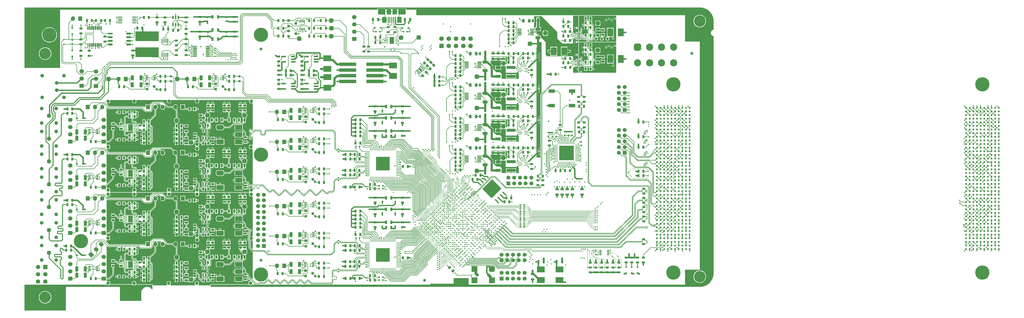
<source format=gtl>
G04*
G04 #@! TF.GenerationSoftware,Altium Limited,Altium Designer,21.3.2 (30)*
G04*
G04 Layer_Physical_Order=1*
G04 Layer_Color=5064179*
%FSAX43Y43*%
%MOMM*%
G71*
G04*
G04 #@! TF.SameCoordinates,FBEFEA1A-B66B-4BC7-B08C-A7AA1BC3AE12*
G04*
G04*
G04 #@! TF.FilePolarity,Positive*
G04*
G01*
G75*
%ADD10C,0.100*%
%ADD11C,0.150*%
%ADD14C,0.200*%
%ADD16C,0.400*%
%ADD17C,0.500*%
%ADD21C,0.300*%
%ADD73R,2.280X1.270*%
%ADD99C,0.600*%
%ADD106C,1.500*%
%ADD108C,1.600*%
%ADD109R,1.600X1.600*%
%ADD118C,1.700*%
%ADD124C,0.500*%
%ADD128C,0.380*%
%ADD129R,0.600X0.500*%
G04:AMPARAMS|DCode=130|XSize=0.8mm|YSize=1mm|CornerRadius=0mm|HoleSize=0mm|Usage=FLASHONLY|Rotation=45.000|XOffset=0mm|YOffset=0mm|HoleType=Round|Shape=Rectangle|*
%AMROTATEDRECTD130*
4,1,4,0.071,-0.636,-0.636,0.071,-0.071,0.636,0.636,-0.071,0.071,-0.636,0.0*
%
%ADD130ROTATEDRECTD130*%

G04:AMPARAMS|DCode=131|XSize=0.3mm|YSize=0.8mm|CornerRadius=0mm|HoleSize=0mm|Usage=FLASHONLY|Rotation=135.000|XOffset=0mm|YOffset=0mm|HoleType=Round|Shape=Rectangle|*
%AMROTATEDRECTD131*
4,1,4,0.389,0.177,-0.177,-0.389,-0.389,-0.177,0.177,0.389,0.389,0.177,0.0*
%
%ADD131ROTATEDRECTD131*%

G04:AMPARAMS|DCode=132|XSize=1.6mm|YSize=0.69mm|CornerRadius=0mm|HoleSize=0mm|Usage=FLASHONLY|Rotation=135.000|XOffset=0mm|YOffset=0mm|HoleType=Round|Shape=Rectangle|*
%AMROTATEDRECTD132*
4,1,4,0.810,-0.322,0.322,-0.810,-0.810,0.322,-0.322,0.810,0.810,-0.322,0.0*
%
%ADD132ROTATEDRECTD132*%

%ADD133O,0.700X0.300*%
G04:AMPARAMS|DCode=134|XSize=0.4mm|YSize=0.9mm|CornerRadius=0mm|HoleSize=0mm|Usage=FLASHONLY|Rotation=225.000|XOffset=0mm|YOffset=0mm|HoleType=Round|Shape=Rectangle|*
%AMROTATEDRECTD134*
4,1,4,-0.177,0.460,0.460,-0.177,0.177,-0.460,-0.460,0.177,-0.177,0.460,0.0*
%
%ADD134ROTATEDRECTD134*%

G04:AMPARAMS|DCode=135|XSize=4.8mm|YSize=4.65mm|CornerRadius=0mm|HoleSize=0mm|Usage=FLASHONLY|Rotation=225.000|XOffset=0mm|YOffset=0mm|HoleType=Round|Shape=Rectangle|*
%AMROTATEDRECTD135*
4,1,4,0.053,3.341,3.341,0.053,-0.053,-3.341,-3.341,-0.053,0.053,3.341,0.0*
%
%ADD135ROTATEDRECTD135*%

G04:AMPARAMS|DCode=136|XSize=2mm|YSize=2mm|CornerRadius=0.5mm|HoleSize=0mm|Usage=FLASHONLY|Rotation=270.000|XOffset=0mm|YOffset=0mm|HoleType=Round|Shape=RoundedRectangle|*
%AMROUNDEDRECTD136*
21,1,2.000,1.000,0,0,270.0*
21,1,1.000,2.000,0,0,270.0*
1,1,1.000,-0.500,-0.500*
1,1,1.000,-0.500,0.500*
1,1,1.000,0.500,0.500*
1,1,1.000,0.500,-0.500*
%
%ADD136ROUNDEDRECTD136*%
%ADD137R,2.000X2.000*%
G04:AMPARAMS|DCode=138|XSize=0.8mm|YSize=1mm|CornerRadius=0mm|HoleSize=0mm|Usage=FLASHONLY|Rotation=135.000|XOffset=0mm|YOffset=0mm|HoleType=Round|Shape=Rectangle|*
%AMROTATEDRECTD138*
4,1,4,0.636,0.071,-0.071,-0.636,-0.636,-0.071,0.071,0.636,0.636,0.071,0.0*
%
%ADD138ROTATEDRECTD138*%

%ADD139O,0.250X1.000*%
%ADD140O,1.000X0.250*%
%ADD141R,0.800X1.000*%
%ADD142R,1.000X0.800*%
%ADD143C,1.000*%
%ADD144R,1.300X0.800*%
%ADD145R,3.100X1.100*%
G04:AMPARAMS|DCode=146|XSize=0.25mm|YSize=0.55mm|CornerRadius=0.031mm|HoleSize=0mm|Usage=FLASHONLY|Rotation=0.000|XOffset=0mm|YOffset=0mm|HoleType=Round|Shape=RoundedRectangle|*
%AMROUNDEDRECTD146*
21,1,0.250,0.488,0,0,0.0*
21,1,0.188,0.550,0,0,0.0*
1,1,0.063,0.094,-0.244*
1,1,0.063,-0.094,-0.244*
1,1,0.063,-0.094,0.244*
1,1,0.063,0.094,0.244*
%
%ADD146ROUNDEDRECTD146*%
G04:AMPARAMS|DCode=147|XSize=0.2mm|YSize=1mm|CornerRadius=0.025mm|HoleSize=0mm|Usage=FLASHONLY|Rotation=90.000|XOffset=0mm|YOffset=0mm|HoleType=Round|Shape=RoundedRectangle|*
%AMROUNDEDRECTD147*
21,1,0.200,0.950,0,0,90.0*
21,1,0.150,1.000,0,0,90.0*
1,1,0.050,0.475,0.075*
1,1,0.050,0.475,-0.075*
1,1,0.050,-0.475,-0.075*
1,1,0.050,-0.475,0.075*
%
%ADD147ROUNDEDRECTD147*%
G04:AMPARAMS|DCode=148|XSize=0.2mm|YSize=0.65mm|CornerRadius=0.025mm|HoleSize=0mm|Usage=FLASHONLY|Rotation=90.000|XOffset=0mm|YOffset=0mm|HoleType=Round|Shape=RoundedRectangle|*
%AMROUNDEDRECTD148*
21,1,0.200,0.600,0,0,90.0*
21,1,0.150,0.650,0,0,90.0*
1,1,0.050,0.300,0.075*
1,1,0.050,0.300,-0.075*
1,1,0.050,-0.300,-0.075*
1,1,0.050,-0.300,0.075*
%
%ADD148ROUNDEDRECTD148*%
%ADD149R,1.700X1.000*%
%ADD150R,0.500X0.600*%
%ADD151R,0.800X1.300*%
%ADD152R,2.540X1.651*%
%ADD153R,0.700X0.500*%
%ADD154C,0.635*%
G04:AMPARAMS|DCode=155|XSize=0.7mm|YSize=0.5mm|CornerRadius=0.125mm|HoleSize=0mm|Usage=FLASHONLY|Rotation=270.000|XOffset=0mm|YOffset=0mm|HoleType=Round|Shape=RoundedRectangle|*
%AMROUNDEDRECTD155*
21,1,0.700,0.250,0,0,270.0*
21,1,0.450,0.500,0,0,270.0*
1,1,0.250,-0.125,-0.225*
1,1,0.250,-0.125,0.225*
1,1,0.250,0.125,0.225*
1,1,0.250,0.125,-0.225*
%
%ADD155ROUNDEDRECTD155*%
G04:AMPARAMS|DCode=156|XSize=0.3mm|YSize=0.6mm|CornerRadius=0.075mm|HoleSize=0mm|Usage=FLASHONLY|Rotation=270.000|XOffset=0mm|YOffset=0mm|HoleType=Round|Shape=RoundedRectangle|*
%AMROUNDEDRECTD156*
21,1,0.300,0.450,0,0,270.0*
21,1,0.150,0.600,0,0,270.0*
1,1,0.150,-0.225,-0.075*
1,1,0.150,-0.225,0.075*
1,1,0.150,0.225,0.075*
1,1,0.150,0.225,-0.075*
%
%ADD156ROUNDEDRECTD156*%
G04:AMPARAMS|DCode=157|XSize=0.25mm|YSize=0.6mm|CornerRadius=0.063mm|HoleSize=0mm|Usage=FLASHONLY|Rotation=270.000|XOffset=0mm|YOffset=0mm|HoleType=Round|Shape=RoundedRectangle|*
%AMROUNDEDRECTD157*
21,1,0.250,0.475,0,0,270.0*
21,1,0.125,0.600,0,0,270.0*
1,1,0.125,-0.238,-0.063*
1,1,0.125,-0.238,0.063*
1,1,0.125,0.238,0.063*
1,1,0.125,0.238,-0.063*
%
%ADD157ROUNDEDRECTD157*%
G04:AMPARAMS|DCode=158|XSize=0.3mm|YSize=2.4mm|CornerRadius=0.075mm|HoleSize=0mm|Usage=FLASHONLY|Rotation=180.000|XOffset=0mm|YOffset=0mm|HoleType=Round|Shape=RoundedRectangle|*
%AMROUNDEDRECTD158*
21,1,0.300,2.250,0,0,180.0*
21,1,0.150,2.400,0,0,180.0*
1,1,0.150,-0.075,1.125*
1,1,0.150,0.075,1.125*
1,1,0.150,0.075,-1.125*
1,1,0.150,-0.075,-1.125*
%
%ADD158ROUNDEDRECTD158*%
G04:AMPARAMS|DCode=159|XSize=0.25mm|YSize=0.6mm|CornerRadius=0.063mm|HoleSize=0mm|Usage=FLASHONLY|Rotation=0.000|XOffset=0mm|YOffset=0mm|HoleType=Round|Shape=RoundedRectangle|*
%AMROUNDEDRECTD159*
21,1,0.250,0.475,0,0,0.0*
21,1,0.125,0.600,0,0,0.0*
1,1,0.125,0.063,-0.238*
1,1,0.125,-0.063,-0.238*
1,1,0.125,-0.063,0.238*
1,1,0.125,0.063,0.238*
%
%ADD159ROUNDEDRECTD159*%
%ADD160R,1.500X2.000*%
%ADD161R,2.500X2.000*%
%ADD162R,0.400X2.000*%
%ADD163R,1.600X2.000*%
%ADD164R,0.500X0.700*%
G04:AMPARAMS|DCode=165|XSize=0.3mm|YSize=1.45mm|CornerRadius=0.075mm|HoleSize=0mm|Usage=FLASHONLY|Rotation=90.000|XOffset=0mm|YOffset=0mm|HoleType=Round|Shape=RoundedRectangle|*
%AMROUNDEDRECTD165*
21,1,0.300,1.300,0,0,90.0*
21,1,0.150,1.450,0,0,90.0*
1,1,0.150,0.650,0.075*
1,1,0.150,0.650,-0.075*
1,1,0.150,-0.650,-0.075*
1,1,0.150,-0.650,0.075*
%
%ADD165ROUNDEDRECTD165*%
%ADD166R,1.450X0.300*%
%ADD167R,1.000X1.700*%
%ADD168R,0.889X1.270*%
%ADD169R,4.700X4.700*%
G04:AMPARAMS|DCode=170|XSize=0.7mm|YSize=0.5mm|CornerRadius=0.125mm|HoleSize=0mm|Usage=FLASHONLY|Rotation=0.000|XOffset=0mm|YOffset=0mm|HoleType=Round|Shape=RoundedRectangle|*
%AMROUNDEDRECTD170*
21,1,0.700,0.250,0,0,0.0*
21,1,0.450,0.500,0,0,0.0*
1,1,0.250,0.225,-0.125*
1,1,0.250,-0.225,-0.125*
1,1,0.250,-0.225,0.125*
1,1,0.250,0.225,0.125*
%
%ADD170ROUNDEDRECTD170*%
%ADD171O,0.950X0.300*%
%ADD172R,0.700X0.250*%
%ADD173O,0.508X1.270*%
%ADD174R,0.508X1.270*%
G04:AMPARAMS|DCode=175|XSize=1.651mm|YSize=2.54mm|CornerRadius=0.413mm|HoleSize=0mm|Usage=FLASHONLY|Rotation=270.000|XOffset=0mm|YOffset=0mm|HoleType=Round|Shape=RoundedRectangle|*
%AMROUNDEDRECTD175*
21,1,1.651,1.715,0,0,270.0*
21,1,0.826,2.540,0,0,270.0*
1,1,0.826,-0.857,-0.413*
1,1,0.826,-0.857,0.413*
1,1,0.826,0.857,0.413*
1,1,0.826,0.857,-0.413*
%
%ADD175ROUNDEDRECTD175*%
%ADD176R,0.950X0.900*%
%ADD177R,0.950X0.900*%
G04:AMPARAMS|DCode=178|XSize=0.9mm|YSize=0.95mm|CornerRadius=0.225mm|HoleSize=0mm|Usage=FLASHONLY|Rotation=270.000|XOffset=0mm|YOffset=0mm|HoleType=Round|Shape=RoundedRectangle|*
%AMROUNDEDRECTD178*
21,1,0.900,0.500,0,0,270.0*
21,1,0.450,0.950,0,0,270.0*
1,1,0.450,-0.250,-0.225*
1,1,0.450,-0.250,0.225*
1,1,0.450,0.250,0.225*
1,1,0.450,0.250,-0.225*
%
%ADD178ROUNDEDRECTD178*%
%ADD179O,0.250X0.950*%
%ADD180O,0.950X0.250*%
%ADD181R,5.100X5.100*%
%ADD182R,1.000X0.600*%
G04:AMPARAMS|DCode=183|XSize=6mm|YSize=1.2mm|CornerRadius=0.3mm|HoleSize=0mm|Usage=FLASHONLY|Rotation=0.000|XOffset=0mm|YOffset=0mm|HoleType=Round|Shape=RoundedRectangle|*
%AMROUNDEDRECTD183*
21,1,6.000,0.600,0,0,0.0*
21,1,5.400,1.200,0,0,0.0*
1,1,0.600,2.700,-0.300*
1,1,0.600,-2.700,-0.300*
1,1,0.600,-2.700,0.300*
1,1,0.600,2.700,0.300*
%
%ADD183ROUNDEDRECTD183*%
%ADD184R,6.000X1.200*%
%ADD185O,0.300X0.950*%
%ADD186R,0.600X0.250*%
%ADD187R,1.580X2.480*%
%ADD188O,1.500X0.380*%
%ADD189O,1.500X0.300*%
%ADD190R,1.500X0.300*%
%ADD191O,0.380X1.500*%
%ADD192O,0.450X1.400*%
%ADD193R,1.500X0.380*%
%ADD194R,0.380X1.500*%
%ADD195R,0.450X1.400*%
%ADD196R,1.778X0.600*%
%ADD197O,1.778X0.635*%
%ADD198R,8.100X3.500*%
%ADD199R,2.000X2.800*%
%ADD200R,1.270X0.889*%
%ADD201R,2.800X2.000*%
%ADD202C,0.700*%
%ADD203C,0.149*%
%ADD204C,0.178*%
%ADD205C,1.000*%
%ADD206C,0.200*%
%ADD207C,0.800*%
%ADD208R,1.400X1.600*%
%ADD209O,1.400X1.600*%
G04:AMPARAMS|DCode=210|XSize=1.5mm|YSize=1.5mm|CornerRadius=0.375mm|HoleSize=0mm|Usage=FLASHONLY|Rotation=90.000|XOffset=0mm|YOffset=0mm|HoleType=Round|Shape=RoundedRectangle|*
%AMROUNDEDRECTD210*
21,1,1.500,0.750,0,0,90.0*
21,1,0.750,1.500,0,0,90.0*
1,1,0.750,0.375,0.375*
1,1,0.750,0.375,-0.375*
1,1,0.750,-0.375,-0.375*
1,1,0.750,-0.375,0.375*
%
%ADD210ROUNDEDRECTD210*%
%ADD211C,1.372*%
%ADD212R,1.372X1.372*%
G04:AMPARAMS|DCode=213|XSize=1.5mm|YSize=1.5mm|CornerRadius=0.375mm|HoleSize=0mm|Usage=FLASHONLY|Rotation=180.000|XOffset=0mm|YOffset=0mm|HoleType=Round|Shape=RoundedRectangle|*
%AMROUNDEDRECTD213*
21,1,1.500,0.750,0,0,180.0*
21,1,0.750,1.500,0,0,180.0*
1,1,0.750,-0.375,0.375*
1,1,0.750,0.375,0.375*
1,1,0.750,0.375,-0.375*
1,1,0.750,-0.375,-0.375*
%
%ADD213ROUNDEDRECTD213*%
%ADD214O,1.600X1.400*%
%ADD215R,1.600X1.400*%
%ADD216C,1.400*%
%ADD217R,1.500X1.500*%
%ADD218C,4.000*%
%ADD219R,1.372X1.372*%
G04:AMPARAMS|DCode=220|XSize=1.3mm|YSize=1.3mm|CornerRadius=0.325mm|HoleSize=0mm|Usage=FLASHONLY|Rotation=180.000|XOffset=0mm|YOffset=0mm|HoleType=Round|Shape=RoundedRectangle|*
%AMROUNDEDRECTD220*
21,1,1.300,0.650,0,0,180.0*
21,1,0.650,1.300,0,0,180.0*
1,1,0.650,-0.325,0.325*
1,1,0.650,0.325,0.325*
1,1,0.650,0.325,-0.325*
1,1,0.650,-0.325,-0.325*
%
%ADD220ROUNDEDRECTD220*%
%ADD221C,1.300*%
G04:AMPARAMS|DCode=222|XSize=1.4mm|YSize=1.6mm|CornerRadius=0mm|HoleSize=0mm|Usage=FLASHONLY|Rotation=45.000|XOffset=0mm|YOffset=0mm|HoleType=Round|Shape=Rectangle|*
%AMROTATEDRECTD222*
4,1,4,0.071,-1.061,-1.061,0.071,-0.071,1.061,1.061,-0.071,0.071,-1.061,0.0*
%
%ADD222ROTATEDRECTD222*%

G04:AMPARAMS|DCode=223|XSize=1.4mm|YSize=1.6mm|CornerRadius=0mm|HoleSize=0mm|Usage=FLASHONLY|Rotation=45.000|XOffset=0mm|YOffset=0mm|HoleType=Round|Shape=Round|*
%AMOVALD223*
21,1,0.200,1.400,0.000,0.000,135.0*
1,1,1.400,0.071,-0.071*
1,1,1.400,-0.071,0.071*
%
%ADD223OVALD223*%

%ADD224C,2.500*%
G04:AMPARAMS|DCode=225|XSize=2.5mm|YSize=2.5mm|CornerRadius=0.625mm|HoleSize=0mm|Usage=FLASHONLY|Rotation=270.000|XOffset=0mm|YOffset=0mm|HoleType=Round|Shape=RoundedRectangle|*
%AMROUNDEDRECTD225*
21,1,2.500,1.250,0,0,270.0*
21,1,1.250,2.500,0,0,270.0*
1,1,1.250,-0.625,-0.625*
1,1,1.250,-0.625,0.625*
1,1,1.250,0.625,0.625*
1,1,1.250,0.625,-0.625*
%
%ADD225ROUNDEDRECTD225*%
%ADD226P,1.624X8X202.5*%
%ADD227C,1.200*%
%ADD228C,0.400*%
%ADD229C,0.800*%
%ADD230C,5.000*%
G36*
X0307000Y0207202D02*
X0306882Y0207160D01*
X0306873Y0207162D01*
X0306788Y0207288D01*
X0306656Y0207377D01*
X0306600Y0207388D01*
Y0207000D01*
Y0206612D01*
X0306656Y0206623D01*
X0306788Y0206712D01*
X0306873Y0206838D01*
X0306882Y0206840D01*
X0307000Y0206798D01*
Y0198862D01*
X0297408D01*
X0297340Y0198989D01*
X0297377Y0199044D01*
X0297388Y0199100D01*
X0296612D01*
X0296623Y0199044D01*
X0296660Y0198989D01*
X0296592Y0198862D01*
X0293993D01*
X0293976Y0198948D01*
X0293946Y0198992D01*
Y0199174D01*
X0293950Y0199180D01*
X0293961Y0199185D01*
X0293981Y0199232D01*
X0294007Y0199277D01*
X0294004Y0199288D01*
X0294009Y0199300D01*
Y0199440D01*
X0294016Y0199464D01*
X0294025Y0199479D01*
X0294050Y0199504D01*
Y0200962D01*
Y0202420D01*
X0294026Y0202444D01*
X0294016Y0202460D01*
X0294009Y0202483D01*
Y0203223D01*
X0294004Y0203234D01*
X0294007Y0203246D01*
X0293981Y0203290D01*
X0293961Y0203337D01*
X0293950Y0203342D01*
X0293946Y0203348D01*
Y0203530D01*
X0293976Y0203575D01*
X0294003Y0203711D01*
X0293976Y0203848D01*
X0293946Y0203892D01*
Y0204074D01*
X0293950Y0204080D01*
X0293961Y0204085D01*
X0293981Y0204132D01*
X0294007Y0204177D01*
X0294004Y0204189D01*
X0294009Y0204200D01*
Y0207988D01*
X0307000D01*
Y0207202D01*
D02*
G37*
G36*
X0293846Y0204200D02*
X0293746Y0204125D01*
Y0203711D01*
Y0203298D01*
X0293846Y0203223D01*
Y0202472D01*
X0293750Y0202389D01*
Y0200962D01*
Y0199535D01*
X0293846Y0199451D01*
Y0199300D01*
X0293746Y0199225D01*
Y0198811D01*
Y0198398D01*
X0293846Y0198323D01*
Y0194800D01*
X0293746Y0194725D01*
Y0194311D01*
Y0193898D01*
X0293846Y0193823D01*
Y0193036D01*
X0293750Y0192953D01*
Y0191525D01*
Y0190098D01*
X0293846Y0190015D01*
Y0189800D01*
X0293746Y0189725D01*
Y0189311D01*
Y0188898D01*
X0293846Y0188823D01*
Y0188000D01*
X0291946D01*
Y0189910D01*
X0292064Y0189951D01*
X0292073Y0189949D01*
X0292158Y0189823D01*
X0292290Y0189734D01*
X0292346Y0189723D01*
Y0190111D01*
X0292446D01*
Y0190211D01*
X0292900D01*
X0292959Y0190235D01*
X0292959Y0190235D01*
X0293030Y0190188D01*
X0293113Y0190171D01*
X0293238D01*
X0293320Y0190188D01*
X0293350Y0190207D01*
X0293377Y0190202D01*
X0293468Y0190141D01*
X0293550Y0190125D01*
Y0191525D01*
Y0192926D01*
X0293468Y0192909D01*
X0293377Y0192849D01*
X0293350Y0192843D01*
X0293320Y0192863D01*
X0293238Y0192880D01*
X0293113D01*
X0293030Y0192863D01*
X0292959Y0192816D01*
X0292912Y0192746D01*
X0292896Y0192663D01*
Y0192505D01*
X0292775D01*
X0292687Y0192487D01*
X0292639Y0192455D01*
X0292306D01*
X0291946Y0192815D01*
Y0193811D01*
X0282946D01*
X0282446Y0194311D01*
Y0198711D01*
X0281550Y0199608D01*
X0280700Y0200457D01*
Y0200950D01*
X0280207D01*
X0279955Y0201202D01*
Y0201300D01*
X0279936Y0201398D01*
X0279880Y0201481D01*
X0278887Y0202473D01*
X0278940Y0202600D01*
X0279600D01*
Y0203300D01*
X0279700D01*
Y0203400D01*
X0280750D01*
Y0204000D01*
X0280261D01*
Y0205500D01*
X0280300D01*
Y0206100D01*
X0279700D01*
X0279100D01*
Y0205500D01*
X0279139D01*
Y0204000D01*
X0278650D01*
Y0203767D01*
X0278625Y0203650D01*
X0278346D01*
X0278346Y0205550D01*
X0278550D01*
Y0206850D01*
X0278346D01*
Y0207811D01*
X0280946D01*
X0286446Y0202311D01*
Y0200054D01*
X0288189Y0198311D01*
X0291946Y0198311D01*
Y0199822D01*
X0292106Y0199982D01*
X0292639D01*
X0292687Y0199950D01*
X0292775Y0199932D01*
X0292896D01*
Y0199824D01*
X0292912Y0199741D01*
X0292959Y0199671D01*
X0293030Y0199624D01*
X0293113Y0199608D01*
X0293238D01*
X0293320Y0199624D01*
X0293350Y0199644D01*
X0293377Y0199638D01*
X0293468Y0199578D01*
X0293550Y0199561D01*
Y0200962D01*
Y0202362D01*
X0293468Y0202346D01*
X0293377Y0202285D01*
X0293350Y0202280D01*
X0293320Y0202299D01*
X0293238Y0202316D01*
X0293113D01*
X0293030Y0202299D01*
X0292959Y0202252D01*
X0292912Y0202182D01*
X0292896Y0202099D01*
Y0201941D01*
X0292775D01*
X0292687Y0201924D01*
X0292639Y0201892D01*
X0292269D01*
X0291946Y0202215D01*
Y0207988D01*
X0293846D01*
Y0204200D01*
D02*
G37*
G36*
X0307000Y0197702D02*
X0306882Y0197660D01*
X0306873Y0197662D01*
X0306788Y0197788D01*
X0306656Y0197877D01*
X0306600Y0197888D01*
Y0197500D01*
Y0197112D01*
X0306656Y0197123D01*
X0306788Y0197212D01*
X0306873Y0197338D01*
X0306882Y0197340D01*
X0307000Y0197298D01*
X0307000Y0188000D01*
X0295133Y0188000D01*
X0295065Y0188127D01*
X0295077Y0188144D01*
X0295088Y0188200D01*
X0294312D01*
X0294323Y0188144D01*
X0294335Y0188127D01*
X0294267Y0188000D01*
X0294009D01*
Y0188823D01*
X0294004Y0188834D01*
X0294007Y0188846D01*
X0293981Y0188890D01*
X0293961Y0188937D01*
X0293950Y0188942D01*
X0293946Y0188948D01*
Y0189130D01*
X0293976Y0189175D01*
X0294003Y0189311D01*
X0293976Y0189448D01*
X0293946Y0189492D01*
Y0189674D01*
X0293950Y0189680D01*
X0293961Y0189685D01*
X0293981Y0189732D01*
X0294007Y0189777D01*
X0294004Y0189788D01*
X0294009Y0189800D01*
Y0190004D01*
X0294016Y0190027D01*
X0294025Y0190043D01*
X0294050Y0190067D01*
Y0191525D01*
Y0192983D01*
X0294026Y0193008D01*
X0294016Y0193024D01*
X0294009Y0193047D01*
Y0193823D01*
X0294004Y0193834D01*
X0294007Y0193846D01*
X0293981Y0193890D01*
X0293961Y0193937D01*
X0293950Y0193942D01*
X0293946Y0193948D01*
Y0194130D01*
X0293976Y0194175D01*
X0294003Y0194311D01*
X0293976Y0194448D01*
X0293946Y0194492D01*
Y0194674D01*
X0293950Y0194680D01*
X0293961Y0194685D01*
X0293981Y0194732D01*
X0294007Y0194777D01*
X0294004Y0194789D01*
X0294009Y0194800D01*
Y0198323D01*
X0294004Y0198334D01*
X0294007Y0198346D01*
X0293981Y0198390D01*
X0293961Y0198437D01*
X0293950Y0198442D01*
X0293946Y0198448D01*
Y0198630D01*
X0293976Y0198675D01*
X0293981Y0198700D01*
X0307000D01*
Y0197702D01*
D02*
G37*
G36*
X0281000Y0180923D02*
X0280650Y0180573D01*
X0280601Y0180499D01*
X0280583Y0180411D01*
Y0158311D01*
X0279200D01*
Y0196999D01*
X0279318Y0197040D01*
X0279327Y0197039D01*
X0279412Y0196912D01*
X0279544Y0196824D01*
X0279600Y0196812D01*
Y0197200D01*
X0279700D01*
Y0197300D01*
X0280088D01*
X0280077Y0197356D01*
X0279988Y0197489D01*
Y0197512D01*
X0280077Y0197644D01*
X0280088Y0197700D01*
X0279700D01*
Y0197900D01*
X0280088D01*
X0280077Y0197956D01*
X0280048Y0197999D01*
X0279988Y0198111D01*
X0280077Y0198244D01*
X0280088Y0198300D01*
X0279700D01*
Y0198500D01*
X0280088D01*
X0280077Y0198556D01*
X0279991Y0198684D01*
X0279996Y0198708D01*
X0280033Y0198811D01*
X0281000D01*
Y0180923D01*
D02*
G37*
G36*
X0268872Y0193381D02*
X0269471D01*
Y0193281D01*
X0269572D01*
Y0192581D01*
X0270000D01*
Y0192381D01*
X0269572D01*
Y0191681D01*
X0269471D01*
Y0191581D01*
X0268872D01*
Y0191000D01*
X0268650D01*
Y0191200D01*
X0267800D01*
Y0190350D01*
X0268175D01*
X0268283Y0190458D01*
X0268400Y0190409D01*
Y0188000D01*
X0272253D01*
X0272312Y0187912D01*
X0272444Y0187823D01*
X0272600Y0187792D01*
X0272756Y0187823D01*
X0272873Y0187901D01*
X0272939Y0187884D01*
X0273000Y0187850D01*
Y0185900D01*
X0267000D01*
Y0187700D01*
X0266500Y0188200D01*
X0265200Y0188200D01*
X0264061Y0189339D01*
Y0190313D01*
X0264018Y0190528D01*
X0263897Y0190710D01*
X0263200Y0191406D01*
Y0192300D01*
X0263900D01*
Y0192900D01*
Y0193500D01*
X0263200D01*
Y0193700D01*
X0268872D01*
Y0193381D01*
D02*
G37*
G36*
X0268871Y0182381D02*
X0269471D01*
Y0182281D01*
X0269571D01*
Y0181581D01*
X0270000D01*
Y0181381D01*
X0269571D01*
Y0180681D01*
X0269471D01*
Y0180581D01*
X0268871D01*
Y0180000D01*
X0268661D01*
Y0180200D01*
X0267800D01*
Y0179339D01*
X0268075D01*
X0268273Y0179378D01*
X0268400Y0179309D01*
Y0177000D01*
X0272253D01*
X0272312Y0176912D01*
X0272444Y0176823D01*
X0272600Y0176792D01*
X0272756Y0176823D01*
X0272873Y0176901D01*
X0272939Y0176884D01*
X0273000Y0176850D01*
Y0174900D01*
X0267000D01*
Y0176700D01*
X0266500Y0177200D01*
X0265200Y0177200D01*
X0264061Y0178339D01*
Y0179313D01*
X0264061Y0179313D01*
X0264018Y0179528D01*
X0263897Y0179710D01*
X0263200Y0180406D01*
Y0181300D01*
X0263900D01*
Y0181900D01*
Y0182500D01*
X0263200D01*
Y0182700D01*
X0268871D01*
Y0182381D01*
D02*
G37*
G36*
X0178773Y0178408D02*
X0178777Y0178373D01*
X0178725Y0178180D01*
Y0178175D01*
X0179525D01*
Y0178075D01*
X0179625D01*
Y0177275D01*
X0179630D01*
X0179834Y0177330D01*
X0179890Y0177362D01*
X0180000Y0177298D01*
Y0168045D01*
X0179883Y0167996D01*
X0179573Y0168306D01*
X0179498Y0168356D01*
X0179410Y0168373D01*
X0179251D01*
X0179164Y0168356D01*
X0179089Y0168306D01*
X0178718Y0167935D01*
X0178668Y0167860D01*
X0178651Y0167773D01*
Y0167613D01*
X0178668Y0167526D01*
X0178718Y0167451D01*
X0179278Y0166891D01*
X0178909Y0166523D01*
X0178859Y0166448D01*
X0178842Y0166360D01*
Y0165374D01*
X0178842Y0165374D01*
X0178842Y0165374D01*
X0178850Y0165330D01*
X0178859Y0165286D01*
X0178859Y0165286D01*
X0178859Y0165286D01*
X0178884Y0165249D01*
X0178900Y0165225D01*
X0178908Y0165205D01*
X0178891Y0165051D01*
X0178849Y0165009D01*
X0178796Y0164881D01*
Y0164742D01*
X0178849Y0164613D01*
X0178948Y0164514D01*
X0179077Y0164461D01*
X0179216D01*
X0179344Y0164514D01*
X0179443Y0164613D01*
X0179496Y0164742D01*
Y0164881D01*
X0179455Y0164980D01*
X0179459Y0164986D01*
X0179476Y0165074D01*
Y0165181D01*
X0179583D01*
X0179671Y0165199D01*
X0179677Y0165202D01*
X0179777Y0165161D01*
X0179916D01*
X0180000Y0165105D01*
Y0162828D01*
X0179873Y0162755D01*
X0179759Y0162820D01*
X0179555Y0162875D01*
X0179550D01*
Y0162075D01*
Y0161275D01*
X0179555D01*
X0179759Y0161330D01*
X0179873Y0161395D01*
X0180000Y0161322D01*
Y0148941D01*
X0178576D01*
Y0149075D01*
X0178685Y0149185D01*
X0178746Y0149332D01*
Y0149491D01*
X0178685Y0149638D01*
X0178573Y0149750D01*
X0178426Y0149811D01*
X0178267D01*
X0178223Y0149793D01*
X0178096Y0149878D01*
Y0149961D01*
X0177676D01*
Y0151068D01*
X0177676Y0151068D01*
X0177658Y0151156D01*
X0177608Y0151230D01*
X0176566Y0152272D01*
Y0153887D01*
X0173726D01*
Y0151936D01*
X0175874D01*
X0175897Y0151931D01*
X0175897Y0151931D01*
X0176259D01*
X0177217Y0150973D01*
Y0149961D01*
X0176796D01*
Y0148861D01*
X0178096D01*
X0178127Y0148747D01*
X0178134Y0148711D01*
X0178134Y0148711D01*
X0178134Y0148711D01*
X0178161Y0148672D01*
X0178184Y0148637D01*
X0178184Y0148637D01*
X0178215Y0148516D01*
X0178184Y0148486D01*
X0178134Y0148411D01*
X0178127Y0148375D01*
X0178096Y0148261D01*
X0176796D01*
Y0148041D01*
X0176566D01*
Y0148787D01*
X0173726D01*
Y0146836D01*
X0176566D01*
Y0147582D01*
X0176796D01*
Y0147161D01*
X0178096D01*
Y0147244D01*
X0178223Y0147329D01*
X0178267Y0147311D01*
X0178426D01*
X0178573Y0147372D01*
X0178685Y0147485D01*
X0178746Y0147632D01*
Y0147791D01*
X0178685Y0147938D01*
X0178576Y0148047D01*
Y0148182D01*
X0179676D01*
X0179804Y0148054D01*
Y0147808D01*
X0179704Y0147730D01*
X0179630Y0147750D01*
X0179625D01*
Y0146950D01*
X0179525D01*
Y0146850D01*
X0178725D01*
Y0146845D01*
X0178780Y0146641D01*
X0178885Y0146459D01*
X0179007Y0146337D01*
X0178994Y0146234D01*
X0178975Y0146197D01*
X0178974Y0146196D01*
X0178934Y0146196D01*
X0178925Y0146200D01*
X0178908Y0146219D01*
X0178870Y0146223D01*
X0178834Y0146237D01*
X0161291D01*
X0161255Y0146223D01*
X0161217Y0146219D01*
X0161200Y0146200D01*
X0161186Y0146194D01*
X0161168Y0146191D01*
X0161147Y0146195D01*
X0161124Y0146243D01*
X0161113Y0146331D01*
X0161240Y0146459D01*
X0161345Y0146641D01*
X0161400Y0146845D01*
Y0146850D01*
X0159800D01*
Y0146845D01*
X0159855Y0146641D01*
X0159960Y0146459D01*
X0160088Y0146331D01*
X0160076Y0146243D01*
X0160053Y0146195D01*
X0160031Y0146191D01*
X0160014Y0146194D01*
X0160000Y0146200D01*
X0159983Y0146219D01*
X0159945Y0146223D01*
X0159909Y0146237D01*
X0151491D01*
X0151455Y0146223D01*
X0151417Y0146219D01*
X0151400Y0146200D01*
X0151383Y0146193D01*
X0151373Y0146190D01*
X0151346Y0146195D01*
X0151320Y0146249D01*
X0151310Y0146329D01*
X0151440Y0146459D01*
X0151545Y0146641D01*
X0151600Y0146845D01*
Y0146850D01*
X0150000D01*
Y0146845D01*
X0150055Y0146641D01*
X0150160Y0146459D01*
X0150290Y0146328D01*
X0150280Y0146249D01*
X0150255Y0146194D01*
X0150227Y0146190D01*
X0150217Y0146193D01*
X0150200Y0146200D01*
X0150183Y0146219D01*
X0150145Y0146223D01*
X0150109Y0146237D01*
X0139369D01*
X0139333Y0146223D01*
X0139295Y0146219D01*
X0139278Y0146200D01*
X0139258Y0146191D01*
X0139254Y0146190D01*
X0139221Y0146193D01*
X0139193Y0146258D01*
X0139184Y0146325D01*
X0139318Y0146459D01*
X0139423Y0146641D01*
X0139478Y0146845D01*
Y0146850D01*
X0137878D01*
Y0146845D01*
X0137932Y0146641D01*
X0138038Y0146459D01*
X0138172Y0146325D01*
X0138164Y0146258D01*
X0138135Y0146193D01*
X0138102Y0146190D01*
X0138099Y0146191D01*
X0138078Y0146200D01*
X0138061Y0146219D01*
X0138023Y0146223D01*
X0137987Y0146237D01*
X0130191D01*
X0130155Y0146223D01*
X0130117Y0146219D01*
X0130100Y0146200D01*
X0130076Y0146190D01*
X0130040Y0146191D01*
X0130006Y0146273D01*
X0130002Y0146320D01*
X0130140Y0146459D01*
X0130245Y0146641D01*
X0130300Y0146845D01*
Y0146850D01*
X0129500D01*
Y0146950D01*
X0129400D01*
Y0147750D01*
X0129395D01*
X0129191Y0147695D01*
X0129127Y0147658D01*
X0129000Y0147732D01*
Y0148440D01*
X0131426Y0150866D01*
X0131482Y0150949D01*
X0131501Y0151046D01*
Y0151861D01*
X0131896D01*
Y0152961D01*
X0130596D01*
Y0151861D01*
X0130991D01*
Y0151152D01*
X0129127Y0149287D01*
X0129000Y0149340D01*
Y0158018D01*
Y0159649D01*
X0129117Y0159697D01*
X0129420Y0159395D01*
X0129502Y0159340D01*
X0129600Y0159320D01*
X0141394D01*
X0142284Y0158431D01*
X0142366Y0158376D01*
X0142464Y0158356D01*
X0144346D01*
X0144444Y0158376D01*
X0144526Y0158431D01*
X0144980Y0158885D01*
X0145036Y0158967D01*
X0145055Y0159065D01*
Y0160419D01*
X0145160Y0160524D01*
X0145268Y0160452D01*
X0145218Y0160333D01*
X0145189Y0160111D01*
Y0159911D01*
X0145218Y0159689D01*
X0145304Y0159482D01*
X0145440Y0159305D01*
X0145618Y0159169D01*
X0145791Y0159097D01*
Y0157417D01*
X0144039Y0155665D01*
X0144022Y0155661D01*
X0143196D01*
Y0155001D01*
X0143069Y0154949D01*
X0142826Y0155191D01*
X0142826Y0155191D01*
X0142826Y0155191D01*
X0142785Y0155219D01*
X0142744Y0155247D01*
X0142744Y0155247D01*
X0142744Y0155247D01*
X0142687Y0155258D01*
X0142646Y0155266D01*
X0142596Y0155374D01*
Y0155661D01*
X0141496D01*
Y0154361D01*
X0142504D01*
X0142622Y0154245D01*
X0142622Y0154182D01*
X0142596Y0154161D01*
X0142564Y0154161D01*
X0141496D01*
Y0153866D01*
X0141196D01*
Y0154161D01*
X0139896D01*
Y0154106D01*
X0139773Y0154050D01*
X0139626Y0154111D01*
X0139611D01*
X0139501Y0154211D01*
Y0154611D01*
X0139501Y0154611D01*
X0139501Y0154611D01*
X0139493Y0154650D01*
X0139482Y0154709D01*
X0139482Y0154709D01*
X0139482Y0154709D01*
X0139450Y0154756D01*
X0139426Y0154791D01*
X0139426Y0154791D01*
X0139426Y0154791D01*
X0139277Y0154941D01*
X0139235Y0154969D01*
X0139194Y0154996D01*
X0139194Y0154996D01*
X0139194Y0154996D01*
X0139148Y0155006D01*
X0139096Y0155016D01*
X0138302D01*
X0138201Y0155117D01*
X0138201Y0155981D01*
X0138291Y0156071D01*
X0139296D01*
Y0156321D01*
X0139318Y0156341D01*
X0139420Y0156382D01*
X0139457Y0156366D01*
X0139490Y0156344D01*
X0139529Y0156336D01*
X0139567Y0156321D01*
X0139607D01*
X0139646Y0156313D01*
X0139646Y0156313D01*
X0139646Y0156313D01*
X0139686Y0156321D01*
X0139726D01*
X0139763Y0156336D01*
X0139802Y0156344D01*
X0139836Y0156366D01*
X0139873Y0156382D01*
X0139901Y0156410D01*
X0139935Y0156432D01*
X0139957Y0156466D01*
X0139985Y0156494D01*
X0140001Y0156531D01*
X0140023Y0156565D01*
X0140031Y0156604D01*
X0140046Y0156641D01*
Y0156681D01*
X0140054Y0156721D01*
Y0158221D01*
X0140046Y0158260D01*
Y0158300D01*
X0140031Y0158337D01*
X0140023Y0158377D01*
X0140001Y0158410D01*
X0139985Y0158447D01*
X0139957Y0158475D01*
X0139935Y0158509D01*
X0139935Y0158509D01*
X0139935Y0158509D01*
X0139901Y0158532D01*
X0139873Y0158560D01*
X0139836Y0158575D01*
X0139802Y0158598D01*
X0139763Y0158605D01*
X0139726Y0158621D01*
X0139686D01*
X0139646Y0158629D01*
X0139607Y0158621D01*
X0139567D01*
X0139530Y0158605D01*
X0139490Y0158598D01*
X0139456Y0158575D01*
X0139420Y0158560D01*
X0139319Y0158600D01*
X0139296Y0158621D01*
Y0158871D01*
X0138196D01*
Y0158211D01*
X0138069Y0158158D01*
X0137826Y0158401D01*
X0137826Y0158401D01*
X0137826Y0158401D01*
X0137785Y0158428D01*
X0137744Y0158456D01*
X0137744Y0158456D01*
X0137744Y0158456D01*
X0137687Y0158467D01*
X0137646Y0158476D01*
X0137596Y0158583D01*
Y0158871D01*
X0136496D01*
Y0158476D01*
X0135688Y0158476D01*
X0135599Y0158565D01*
Y0158871D01*
X0134499D01*
Y0157571D01*
X0135599D01*
Y0157966D01*
X0136406Y0157966D01*
X0136496Y0157876D01*
Y0157571D01*
X0137497D01*
X0137612Y0157450D01*
X0137608Y0157397D01*
X0137564Y0157371D01*
X0136496D01*
Y0156976D01*
X0135656D01*
X0135558Y0156956D01*
X0135475Y0156901D01*
X0135166Y0156591D01*
X0135111Y0156509D01*
X0135091Y0156411D01*
Y0154311D01*
X0135111Y0154214D01*
X0135166Y0154131D01*
X0135168Y0154128D01*
X0135145Y0154064D01*
X0135106Y0154011D01*
X0134967D01*
X0134820Y0153950D01*
X0134696Y0154006D01*
Y0154661D01*
X0134301D01*
Y0155371D01*
X0134343Y0155413D01*
X0134396Y0155542D01*
Y0155681D01*
X0134343Y0155809D01*
X0134244Y0155908D01*
X0134116Y0155961D01*
X0133977D01*
X0133848Y0155908D01*
X0133749Y0155809D01*
X0133696Y0155681D01*
Y0155542D01*
X0133749Y0155413D01*
X0133791Y0155371D01*
Y0154661D01*
X0133396D01*
Y0153561D01*
X0134506D01*
X0134513Y0153547D01*
X0134432Y0153420D01*
X0133197D01*
X0132326Y0154291D01*
X0132244Y0154347D01*
X0132146Y0154366D01*
X0131896D01*
Y0154661D01*
X0130596D01*
Y0153561D01*
X0131896D01*
Y0153856D01*
X0132041D01*
X0132912Y0152985D01*
X0132994Y0152930D01*
X0133092Y0152911D01*
X0133396D01*
Y0151861D01*
X0134646D01*
Y0151832D01*
X0134707Y0151685D01*
X0134820Y0151572D01*
X0134967Y0151511D01*
X0135026D01*
X0135059Y0151471D01*
X0135106Y0151384D01*
X0135091Y0151311D01*
Y0150411D01*
X0135111Y0150314D01*
X0135166Y0150231D01*
X0135466Y0149931D01*
X0135549Y0149876D01*
X0135646Y0149856D01*
X0136496D01*
Y0149461D01*
X0137596D01*
X0137622Y0149440D01*
Y0149377D01*
X0137504Y0149261D01*
X0136496D01*
Y0148866D01*
X0135599D01*
Y0149261D01*
X0134499D01*
Y0147961D01*
X0135599D01*
Y0148356D01*
X0136496D01*
Y0147961D01*
X0137596D01*
Y0148249D01*
X0137646Y0148356D01*
X0137687Y0148364D01*
X0137744Y0148376D01*
X0137744Y0148376D01*
X0137744Y0148376D01*
X0137785Y0148403D01*
X0137826Y0148431D01*
X0137826Y0148431D01*
X0137826Y0148431D01*
X0138069Y0148674D01*
X0138196Y0148621D01*
Y0147961D01*
X0139296D01*
Y0148216D01*
X0139420Y0148272D01*
X0139567Y0148211D01*
X0139726D01*
X0139873Y0148272D01*
X0139985Y0148385D01*
X0140046Y0148532D01*
Y0148691D01*
X0139985Y0148838D01*
X0139873Y0148950D01*
X0139726Y0149011D01*
X0139567D01*
X0139420Y0148950D01*
X0139296Y0149006D01*
Y0149261D01*
X0138201D01*
Y0149461D01*
X0139296D01*
Y0149716D01*
X0139420Y0149772D01*
X0139567Y0149711D01*
X0139726D01*
X0139873Y0149772D01*
X0139985Y0149885D01*
X0140046Y0150032D01*
Y0150191D01*
X0139985Y0150338D01*
X0139873Y0150450D01*
X0139726Y0150511D01*
X0139567D01*
X0139420Y0150450D01*
X0139296Y0150506D01*
Y0150761D01*
X0139296Y0150761D01*
X0139296D01*
X0139284Y0150888D01*
X0139376Y0150981D01*
X0139404Y0151022D01*
X0139432Y0151064D01*
X0139432Y0151064D01*
X0139432Y0151064D01*
X0139440Y0151103D01*
X0139451Y0151161D01*
Y0151461D01*
X0139445Y0151493D01*
X0139536Y0151609D01*
X0139541Y0151611D01*
X0139626D01*
X0139773Y0151672D01*
X0139896Y0151616D01*
Y0151361D01*
X0141196D01*
Y0151656D01*
X0141496D01*
Y0151361D01*
X0142596D01*
Y0152074D01*
X0142645Y0152091D01*
X0142723Y0152095D01*
X0142766Y0152031D01*
X0142966Y0151831D01*
X0143049Y0151776D01*
X0143146Y0151756D01*
X0143196D01*
Y0151361D01*
X0144296D01*
Y0152661D01*
X0143201D01*
Y0152861D01*
X0144296D01*
Y0153121D01*
X0144423Y0153174D01*
X0144591Y0153006D01*
Y0150778D01*
X0144275D01*
Y0151173D01*
X0143175D01*
Y0149873D01*
X0144275D01*
Y0150268D01*
X0144591D01*
Y0149278D01*
X0144275D01*
Y0149673D01*
X0143175D01*
Y0148373D01*
X0144275D01*
Y0148768D01*
X0144591D01*
Y0148017D01*
X0144402Y0147827D01*
X0144275Y0147880D01*
Y0148173D01*
X0143175D01*
Y0146873D01*
X0144275D01*
Y0147256D01*
X0144446D01*
X0144544Y0147276D01*
X0144626Y0147331D01*
X0145026Y0147731D01*
X0145082Y0147814D01*
X0145101Y0147911D01*
Y0149011D01*
Y0150511D01*
Y0153111D01*
X0145082Y0153209D01*
X0145026Y0153291D01*
X0144626Y0153691D01*
X0144544Y0153747D01*
X0144446Y0153766D01*
X0144296D01*
Y0154161D01*
X0143201D01*
Y0154361D01*
X0144296D01*
Y0155211D01*
X0144326Y0155231D01*
X0146226Y0157131D01*
X0146282Y0157214D01*
X0146301Y0157311D01*
Y0159097D01*
X0146475Y0159169D01*
X0146652Y0159305D01*
X0146789Y0159482D01*
X0146874Y0159689D01*
X0146904Y0159911D01*
Y0160111D01*
X0146874Y0160333D01*
X0146789Y0160540D01*
X0146682Y0160679D01*
X0146733Y0160806D01*
X0147531D01*
X0147830Y0160507D01*
X0147758Y0160333D01*
X0147729Y0160111D01*
Y0159911D01*
X0147758Y0159689D01*
X0147844Y0159482D01*
X0147980Y0159305D01*
X0148158Y0159169D01*
X0148364Y0159083D01*
X0148586Y0159054D01*
X0148808Y0159083D01*
X0149015Y0159169D01*
X0149192Y0159305D01*
X0149329Y0159482D01*
X0149414Y0159689D01*
X0149444Y0159911D01*
Y0160111D01*
X0149414Y0160333D01*
X0149329Y0160540D01*
X0149192Y0160717D01*
X0149015Y0160854D01*
X0148808Y0160939D01*
X0148586Y0160968D01*
X0148364Y0160939D01*
X0148191Y0160867D01*
X0147829Y0161229D01*
X0147836Y0161281D01*
X0147874Y0161356D01*
X0151401D01*
X0152250Y0160507D01*
X0152178Y0160333D01*
X0152149Y0160111D01*
Y0159911D01*
X0152178Y0159689D01*
X0152264Y0159482D01*
X0152400Y0159305D01*
X0152578Y0159169D01*
X0152784Y0159083D01*
X0152930Y0159064D01*
X0152948Y0158977D01*
X0153003Y0158894D01*
X0153191Y0158706D01*
Y0156221D01*
X0153071D01*
X0152866Y0156181D01*
X0152693Y0156065D01*
X0152577Y0155891D01*
X0152536Y0155686D01*
Y0154936D01*
X0152577Y0154731D01*
X0152693Y0154558D01*
X0152866Y0154442D01*
X0153071Y0154401D01*
X0153101D01*
X0153191Y0154311D01*
X0153191Y0154061D01*
X0152896D01*
Y0153109D01*
X0152791Y0153038D01*
X0152746Y0153057D01*
Y0152611D01*
Y0152160D01*
X0152846Y0152093D01*
Y0152011D01*
X0153346D01*
Y0152611D01*
X0153312D01*
X0153296Y0152634D01*
X0153364Y0152761D01*
X0153996D01*
Y0154061D01*
X0153791D01*
X0153701Y0154151D01*
X0153701Y0154401D01*
X0153821D01*
X0154026Y0154442D01*
X0154200Y0154558D01*
X0154316Y0154731D01*
X0154356Y0154936D01*
Y0155686D01*
X0154316Y0155891D01*
X0154200Y0156065D01*
X0154026Y0156181D01*
X0153821Y0156221D01*
X0153701D01*
Y0158811D01*
X0153682Y0158909D01*
X0153626Y0158991D01*
X0153511Y0159107D01*
X0153519Y0159233D01*
X0153612Y0159305D01*
X0153749Y0159482D01*
X0153834Y0159689D01*
X0153864Y0159911D01*
Y0160111D01*
X0153834Y0160333D01*
X0153749Y0160540D01*
X0153612Y0160717D01*
X0153435Y0160854D01*
X0153228Y0160939D01*
X0153006Y0160968D01*
X0152784Y0160939D01*
X0152611Y0160867D01*
X0151687Y0161791D01*
X0151604Y0161846D01*
X0151507Y0161866D01*
X0145106D01*
X0145008Y0161846D01*
X0144926Y0161791D01*
X0144099Y0160965D01*
X0144082Y0160961D01*
X0142656D01*
Y0160255D01*
X0129931D01*
X0129031Y0161154D01*
X0129041Y0161260D01*
X0129158Y0161324D01*
X0129191Y0161305D01*
X0129395Y0161250D01*
X0129400D01*
Y0162050D01*
Y0162850D01*
X0129395D01*
X0129191Y0162795D01*
X0129127Y0162758D01*
X0129000Y0162832D01*
Y0163656D01*
X0129846D01*
X0129944Y0163676D01*
X0130026Y0163731D01*
X0131426Y0165131D01*
X0131482Y0165214D01*
X0131501Y0165311D01*
Y0167861D01*
X0131896D01*
Y0168961D01*
X0130596D01*
Y0167861D01*
X0130991D01*
Y0165417D01*
X0129741Y0164166D01*
X0129000D01*
Y0175699D01*
X0129117Y0175747D01*
X0129470Y0175395D01*
X0129552Y0175340D01*
X0129650Y0175320D01*
X0141444D01*
X0142334Y0174431D01*
X0142416Y0174376D01*
X0142514Y0174356D01*
X0144346D01*
X0144444Y0174376D01*
X0144526Y0174431D01*
X0144955Y0174860D01*
X0145010Y0174942D01*
X0145030Y0175040D01*
Y0176419D01*
X0145178Y0176567D01*
X0145285Y0176495D01*
X0145218Y0176333D01*
X0145189Y0176111D01*
Y0175911D01*
X0145218Y0175689D01*
X0145304Y0175482D01*
X0145440Y0175305D01*
X0145618Y0175169D01*
X0145791Y0175097D01*
Y0173417D01*
X0144039Y0171665D01*
X0144022Y0171661D01*
X0143196D01*
Y0171001D01*
X0143069Y0170949D01*
X0142826Y0171191D01*
X0142744Y0171247D01*
X0142646Y0171266D01*
X0142596D01*
Y0171661D01*
X0141496D01*
Y0170361D01*
X0142504D01*
X0142622Y0170245D01*
X0142622Y0170182D01*
X0142596Y0170161D01*
X0142564Y0170161D01*
X0141496D01*
Y0169866D01*
X0141196D01*
Y0170161D01*
X0139896D01*
Y0170106D01*
X0139773Y0170050D01*
X0139626Y0170111D01*
X0139611D01*
X0139589Y0170120D01*
X0139501Y0170211D01*
X0139501Y0170211D01*
Y0170611D01*
X0139501Y0170611D01*
X0139501Y0170611D01*
X0139493Y0170650D01*
X0139482Y0170709D01*
X0139482Y0170709D01*
X0139482Y0170709D01*
X0139450Y0170756D01*
X0139426Y0170791D01*
X0139426Y0170791D01*
X0139426Y0170791D01*
X0139277Y0170941D01*
X0139235Y0170969D01*
X0139194Y0170996D01*
X0139194Y0170996D01*
X0139194Y0170996D01*
X0139148Y0171006D01*
X0139096Y0171016D01*
X0138302D01*
X0138201Y0171117D01*
X0138201Y0171981D01*
X0138291Y0172071D01*
X0139296D01*
Y0172321D01*
X0139318Y0172341D01*
X0139420Y0172382D01*
X0139457Y0172366D01*
X0139490Y0172344D01*
X0139529Y0172336D01*
X0139567Y0172321D01*
X0139607D01*
X0139646Y0172313D01*
X0139686Y0172321D01*
X0139726D01*
X0139763Y0172336D01*
X0139802Y0172344D01*
X0139836Y0172366D01*
X0139873Y0172382D01*
X0139901Y0172410D01*
X0139935Y0172432D01*
X0139957Y0172466D01*
X0139985Y0172494D01*
X0140001Y0172531D01*
X0140023Y0172565D01*
X0140031Y0172604D01*
X0140046Y0172641D01*
Y0172681D01*
X0140054Y0172721D01*
Y0174221D01*
X0140046Y0174260D01*
Y0174300D01*
X0140031Y0174337D01*
X0140023Y0174377D01*
X0140001Y0174410D01*
X0139985Y0174447D01*
X0139957Y0174476D01*
X0139935Y0174509D01*
X0139901Y0174531D01*
X0139873Y0174560D01*
X0139836Y0174575D01*
X0139802Y0174597D01*
X0139763Y0174605D01*
X0139726Y0174621D01*
X0139686D01*
X0139646Y0174629D01*
X0139646Y0174629D01*
X0139646Y0174629D01*
X0139607Y0174621D01*
X0139567D01*
X0139529Y0174605D01*
X0139490Y0174597D01*
X0139457Y0174575D01*
X0139420Y0174560D01*
X0139318Y0174600D01*
X0139296Y0174621D01*
Y0174871D01*
X0138196D01*
Y0174211D01*
X0138069Y0174158D01*
X0137826Y0174401D01*
X0137744Y0174456D01*
X0137646Y0174476D01*
X0137596D01*
Y0174871D01*
X0136496D01*
Y0174476D01*
X0135599D01*
Y0174871D01*
X0134499D01*
Y0173571D01*
X0135599D01*
Y0173966D01*
X0136496D01*
Y0173571D01*
X0137497D01*
X0137612Y0173450D01*
X0137608Y0173397D01*
X0137564Y0173371D01*
X0136496D01*
Y0172976D01*
X0135656D01*
X0135656Y0172976D01*
X0135558Y0172956D01*
X0135558Y0172956D01*
X0135558Y0172956D01*
X0135525Y0172934D01*
X0135475Y0172901D01*
X0135475Y0172901D01*
X0135475Y0172901D01*
X0135166Y0172591D01*
X0135136Y0172546D01*
X0135111Y0172509D01*
X0135111Y0172509D01*
X0135111Y0172509D01*
X0135101Y0172460D01*
X0135091Y0172411D01*
Y0170311D01*
X0135111Y0170214D01*
X0135166Y0170131D01*
X0135168Y0170128D01*
X0135145Y0170064D01*
X0135106Y0170011D01*
X0134967D01*
X0134820Y0169950D01*
X0134696Y0170006D01*
Y0170661D01*
X0134301D01*
Y0171371D01*
X0134343Y0171413D01*
X0134396Y0171542D01*
Y0171681D01*
X0134343Y0171809D01*
X0134244Y0171908D01*
X0134116Y0171961D01*
X0133977D01*
X0133848Y0171908D01*
X0133749Y0171809D01*
X0133696Y0171681D01*
Y0171542D01*
X0133749Y0171413D01*
X0133791Y0171371D01*
Y0170661D01*
X0133396D01*
Y0169561D01*
X0134506D01*
X0134513Y0169547D01*
X0134432Y0169420D01*
X0133197D01*
X0132326Y0170291D01*
X0132244Y0170347D01*
X0132146Y0170366D01*
X0131896D01*
Y0170661D01*
X0130596D01*
Y0169561D01*
X0131896D01*
Y0169856D01*
X0132041D01*
X0132912Y0168985D01*
X0132994Y0168930D01*
X0133092Y0168911D01*
X0133396D01*
Y0167861D01*
X0134646D01*
Y0167832D01*
X0134707Y0167685D01*
X0134820Y0167572D01*
X0134967Y0167511D01*
X0135026D01*
X0135059Y0167471D01*
X0135106Y0167384D01*
X0135100Y0167356D01*
X0135091Y0167311D01*
X0135091Y0167311D01*
X0135091Y0167311D01*
Y0166411D01*
X0135111Y0166314D01*
X0135166Y0166231D01*
X0135466Y0165931D01*
X0135549Y0165876D01*
X0135646Y0165856D01*
X0136496D01*
Y0165461D01*
X0137596D01*
X0137622Y0165440D01*
Y0165377D01*
X0137504Y0165261D01*
X0136496D01*
Y0164866D01*
X0135599D01*
Y0165261D01*
X0134499D01*
Y0163961D01*
X0135599D01*
Y0164356D01*
X0136496D01*
Y0163961D01*
X0137596D01*
Y0164356D01*
X0137646D01*
X0137744Y0164376D01*
X0137826Y0164431D01*
X0138069Y0164674D01*
X0138196Y0164621D01*
Y0163961D01*
X0139296D01*
Y0164216D01*
X0139420Y0164272D01*
X0139567Y0164211D01*
X0139726D01*
X0139873Y0164272D01*
X0139985Y0164385D01*
X0140046Y0164532D01*
Y0164691D01*
X0139985Y0164838D01*
X0139873Y0164950D01*
X0139726Y0165011D01*
X0139567D01*
X0139420Y0164950D01*
X0139296Y0165006D01*
Y0165261D01*
X0138201D01*
Y0165461D01*
X0139296D01*
Y0165716D01*
X0139420Y0165772D01*
X0139567Y0165711D01*
X0139726D01*
X0139873Y0165772D01*
X0139985Y0165885D01*
X0140046Y0166032D01*
Y0166191D01*
X0139985Y0166338D01*
X0139873Y0166450D01*
X0139726Y0166511D01*
X0139567D01*
X0139420Y0166450D01*
X0139296Y0166506D01*
Y0166761D01*
X0139296Y0166761D01*
X0139296D01*
X0139284Y0166888D01*
X0139376Y0166981D01*
X0139404Y0167022D01*
X0139432Y0167064D01*
X0139432Y0167064D01*
X0139432Y0167064D01*
X0139440Y0167103D01*
X0139451Y0167161D01*
Y0167461D01*
X0139445Y0167493D01*
X0139536Y0167609D01*
X0139541Y0167611D01*
X0139626D01*
X0139773Y0167672D01*
X0139896Y0167616D01*
Y0167361D01*
X0141196D01*
Y0167656D01*
X0141496D01*
Y0167361D01*
X0142596D01*
Y0168074D01*
X0142645Y0168091D01*
X0142723Y0168095D01*
X0142766Y0168031D01*
X0142966Y0167831D01*
X0143049Y0167776D01*
X0143146Y0167756D01*
X0143196D01*
Y0167361D01*
X0144296D01*
Y0168661D01*
X0143201D01*
Y0168861D01*
X0144296D01*
Y0169121D01*
X0144423Y0169174D01*
X0144591Y0169006D01*
Y0166778D01*
X0144275D01*
Y0167173D01*
X0143175D01*
Y0165873D01*
X0144275D01*
Y0166268D01*
X0144591D01*
Y0165278D01*
X0144275D01*
Y0165673D01*
X0143175D01*
Y0164373D01*
X0144275D01*
Y0164768D01*
X0144591D01*
Y0164017D01*
X0144402Y0163827D01*
X0144275Y0163880D01*
Y0164173D01*
X0143175D01*
Y0162873D01*
X0144275D01*
Y0163256D01*
X0144446D01*
X0144544Y0163276D01*
X0144626Y0163331D01*
X0145026Y0163731D01*
X0145082Y0163814D01*
X0145101Y0163911D01*
Y0165011D01*
Y0166511D01*
Y0169111D01*
X0145082Y0169209D01*
X0145026Y0169291D01*
X0144626Y0169691D01*
X0144544Y0169747D01*
X0144446Y0169766D01*
X0144296D01*
Y0170161D01*
X0143201D01*
Y0170361D01*
X0144296D01*
Y0171211D01*
X0144326Y0171231D01*
X0146226Y0173131D01*
X0146282Y0173214D01*
X0146301Y0173311D01*
Y0175097D01*
X0146475Y0175169D01*
X0146652Y0175305D01*
X0146789Y0175482D01*
X0146874Y0175689D01*
X0146904Y0175911D01*
Y0176111D01*
X0146874Y0176333D01*
X0146789Y0176540D01*
X0146652Y0176717D01*
X0146507Y0176829D01*
X0146545Y0176956D01*
X0147381D01*
X0147830Y0176507D01*
X0147758Y0176333D01*
X0147729Y0176111D01*
Y0175911D01*
X0147758Y0175689D01*
X0147844Y0175482D01*
X0147980Y0175305D01*
X0148158Y0175169D01*
X0148364Y0175083D01*
X0148586Y0175054D01*
X0148808Y0175083D01*
X0149015Y0175169D01*
X0149192Y0175305D01*
X0149329Y0175482D01*
X0149414Y0175689D01*
X0149444Y0175911D01*
Y0176111D01*
X0149414Y0176333D01*
X0149329Y0176540D01*
X0149432Y0176608D01*
X0150209Y0175831D01*
X0150291Y0175776D01*
X0150389Y0175756D01*
X0152169D01*
X0152178Y0175689D01*
X0152264Y0175482D01*
X0152400Y0175305D01*
X0152578Y0175169D01*
X0152784Y0175083D01*
X0152930Y0175064D01*
X0152948Y0174976D01*
X0153003Y0174894D01*
X0153191Y0174706D01*
Y0172221D01*
X0153071D01*
X0152866Y0172181D01*
X0152693Y0172065D01*
X0152577Y0171891D01*
X0152536Y0171686D01*
Y0170936D01*
X0152577Y0170731D01*
X0152693Y0170558D01*
X0152866Y0170442D01*
X0153071Y0170401D01*
X0153101D01*
X0153191Y0170311D01*
X0153191Y0170061D01*
X0152896D01*
Y0169109D01*
X0152791Y0169038D01*
X0152746Y0169057D01*
Y0168611D01*
Y0168160D01*
X0152846Y0168093D01*
Y0168011D01*
X0153346D01*
Y0168611D01*
X0153312D01*
X0153296Y0168634D01*
X0153364Y0168761D01*
X0153996D01*
Y0170061D01*
X0153791D01*
X0153701Y0170151D01*
X0153701Y0170401D01*
X0153821D01*
X0154026Y0170442D01*
X0154200Y0170558D01*
X0154316Y0170731D01*
X0154356Y0170936D01*
Y0171686D01*
X0154316Y0171891D01*
X0154200Y0172065D01*
X0154026Y0172181D01*
X0153821Y0172221D01*
X0153701D01*
Y0174811D01*
X0153682Y0174909D01*
X0153626Y0174991D01*
X0153511Y0175107D01*
X0153519Y0175233D01*
X0153612Y0175305D01*
X0153749Y0175482D01*
X0153834Y0175689D01*
X0153864Y0175911D01*
Y0176111D01*
X0153834Y0176333D01*
X0153749Y0176540D01*
X0153612Y0176717D01*
X0153435Y0176854D01*
X0153228Y0176939D01*
X0153006Y0176968D01*
X0152784Y0176939D01*
X0152578Y0176854D01*
X0152400Y0176717D01*
X0152264Y0176540D01*
X0152178Y0176333D01*
X0152169Y0176266D01*
X0150495D01*
X0148994Y0177766D01*
X0148912Y0177822D01*
X0148814Y0177841D01*
X0145081D01*
X0144984Y0177822D01*
X0144901Y0177766D01*
X0144099Y0176965D01*
X0144082Y0176961D01*
X0142656D01*
Y0176255D01*
X0129981D01*
X0129054Y0177182D01*
X0129062Y0177259D01*
X0129191Y0177330D01*
X0129395Y0177275D01*
X0129400D01*
Y0178075D01*
X0129500D01*
Y0178175D01*
X0130300D01*
Y0178180D01*
X0130248Y0178373D01*
X0130252Y0178408D01*
X0130305Y0178500D01*
X0137873D01*
X0137926Y0178408D01*
X0137930Y0178373D01*
X0137878Y0178180D01*
Y0178175D01*
X0139478D01*
Y0178180D01*
X0139426Y0178373D01*
X0139430Y0178408D01*
X0139483Y0178500D01*
X0149995D01*
X0150048Y0178408D01*
X0150052Y0178373D01*
X0150000Y0178180D01*
Y0178175D01*
X0151600D01*
Y0178180D01*
X0151548Y0178373D01*
X0151552Y0178408D01*
X0151605Y0178500D01*
X0159795D01*
X0159848Y0178408D01*
X0159852Y0178373D01*
X0159800Y0178180D01*
Y0178175D01*
X0161400D01*
Y0178180D01*
X0161348Y0178373D01*
X0161352Y0178408D01*
X0161405Y0178500D01*
X0178720D01*
X0178773Y0178408D01*
D02*
G37*
G36*
X0268871Y0171381D02*
X0269471D01*
Y0171281D01*
X0269571D01*
Y0170581D01*
X0270000D01*
Y0170381D01*
X0269572D01*
Y0169681D01*
X0269472D01*
Y0169581D01*
X0268872D01*
Y0169000D01*
X0268561D01*
Y0169200D01*
X0267700D01*
Y0168339D01*
X0267975D01*
X0268199Y0168383D01*
X0268273Y0168433D01*
X0268400Y0168365D01*
Y0166000D01*
X0272253D01*
X0272312Y0165912D01*
X0272444Y0165823D01*
X0272600Y0165792D01*
X0272756Y0165823D01*
X0272873Y0165901D01*
X0272939Y0165884D01*
X0273000Y0165850D01*
Y0163900D01*
X0267000D01*
Y0165700D01*
X0266500Y0166200D01*
X0265200Y0166200D01*
X0264061Y0167339D01*
Y0168313D01*
X0264018Y0168528D01*
X0263897Y0168710D01*
X0263200Y0169406D01*
Y0170300D01*
X0263900D01*
Y0170900D01*
Y0171500D01*
X0263200D01*
Y0171700D01*
X0268871D01*
Y0171381D01*
D02*
G37*
G36*
X0136496Y0172071D02*
X0137596D01*
X0137691Y0171994D01*
X0137691Y0171011D01*
X0137711Y0170914D01*
X0137766Y0170831D01*
X0138016Y0170581D01*
X0138099Y0170525D01*
X0138196Y0170506D01*
X0138991D01*
X0138991Y0170506D01*
Y0170317D01*
X0138891Y0170216D01*
X0138771D01*
X0138747Y0170211D01*
X0138246D01*
X0138246Y0170211D01*
X0138119Y0170164D01*
X0136521Y0170164D01*
X0136519Y0170163D01*
X0136446Y0170211D01*
Y0170211D01*
X0135807D01*
X0135601Y0170417D01*
Y0172306D01*
X0135761Y0172466D01*
X0136496D01*
Y0172071D01*
D02*
G37*
G36*
X0138171Y0170001D02*
Y0167811D01*
X0137981Y0167621D01*
X0136521D01*
Y0170001D01*
X0138171Y0170001D01*
D02*
G37*
G36*
X0138246Y0167491D02*
Y0167411D01*
X0138774D01*
X0138786Y0167393D01*
X0138718Y0167266D01*
X0138246D01*
X0138195Y0167256D01*
X0138149Y0167247D01*
X0138149Y0167247D01*
X0138149Y0167247D01*
X0138111Y0167221D01*
X0138066Y0167191D01*
X0137766Y0166891D01*
X0137766Y0166891D01*
X0137766Y0166891D01*
X0137738Y0166850D01*
X0137711Y0166809D01*
X0137711Y0166809D01*
X0137711Y0166809D01*
X0137708Y0166797D01*
X0137596Y0166761D01*
X0137582Y0166761D01*
X0136496D01*
Y0166366D01*
X0135752D01*
X0135601Y0166517D01*
Y0167206D01*
X0135807Y0167411D01*
X0136446D01*
Y0167411D01*
X0136519Y0167460D01*
X0136521Y0167459D01*
X0137981D01*
X0138096Y0167506D01*
X0138129Y0167539D01*
X0138246Y0167491D01*
D02*
G37*
G36*
X0268871Y0160381D02*
X0269471D01*
Y0160281D01*
X0269571D01*
Y0159581D01*
X0270000D01*
Y0159381D01*
X0269572D01*
Y0158681D01*
X0269472D01*
Y0158581D01*
X0268872D01*
Y0158000D01*
X0268561D01*
Y0158100D01*
X0267700D01*
Y0157239D01*
X0267975D01*
X0268199Y0157283D01*
X0268273Y0157333D01*
X0268400Y0157265D01*
Y0155000D01*
X0272253D01*
X0272312Y0154912D01*
X0272444Y0154823D01*
X0272600Y0154792D01*
X0272756Y0154823D01*
X0272873Y0154901D01*
X0272939Y0154884D01*
X0273000Y0154850D01*
Y0152900D01*
X0267000D01*
Y0154700D01*
X0266500Y0155200D01*
X0265200Y0155200D01*
X0264061Y0156339D01*
Y0157313D01*
X0264018Y0157528D01*
X0263897Y0157710D01*
X0263200Y0158406D01*
Y0159300D01*
X0263900D01*
Y0159900D01*
Y0160500D01*
X0263200D01*
Y0160700D01*
X0268871D01*
Y0160381D01*
D02*
G37*
G36*
X0136496Y0156071D02*
X0137596D01*
X0137691Y0155994D01*
X0137691Y0155011D01*
X0137711Y0154914D01*
X0137766Y0154831D01*
X0138016Y0154581D01*
X0138099Y0154525D01*
X0138196Y0154506D01*
X0138991D01*
X0138991Y0154506D01*
Y0154317D01*
X0138891Y0154216D01*
X0138771D01*
X0138747Y0154211D01*
X0138246D01*
X0138246Y0154211D01*
X0138119Y0154164D01*
X0136521Y0154164D01*
X0136519Y0154163D01*
X0136446Y0154211D01*
Y0154211D01*
X0135807D01*
X0135601Y0154417D01*
Y0156306D01*
X0135761Y0156466D01*
X0136496D01*
Y0156071D01*
D02*
G37*
G36*
X0138171Y0154001D02*
Y0151811D01*
X0137981Y0151621D01*
X0136521D01*
Y0154001D01*
X0138171Y0154001D01*
D02*
G37*
G36*
X0138246Y0151491D02*
Y0151411D01*
X0138774D01*
X0138786Y0151393D01*
X0138718Y0151266D01*
X0138246D01*
X0138195Y0151256D01*
X0138149Y0151247D01*
X0138149Y0151247D01*
X0138149Y0151247D01*
X0138111Y0151221D01*
X0138066Y0151191D01*
X0137766Y0150891D01*
X0137766Y0150891D01*
X0137766Y0150891D01*
X0137738Y0150850D01*
X0137711Y0150809D01*
X0137711Y0150809D01*
X0137711Y0150809D01*
X0137708Y0150797D01*
X0137596Y0150761D01*
X0137582Y0150761D01*
X0136496D01*
Y0150366D01*
X0135752D01*
X0135601Y0150517D01*
Y0151206D01*
X0135807Y0151411D01*
X0136446D01*
Y0151411D01*
X0136519Y0151460D01*
X0136521Y0151459D01*
X0137981D01*
X0138096Y0151506D01*
X0138129Y0151539D01*
X0138246Y0151491D01*
D02*
G37*
G36*
X0178874Y0145948D02*
X0178780Y0145784D01*
X0178725Y0145580D01*
Y0145575D01*
X0179525D01*
Y0145475D01*
X0179625D01*
Y0144675D01*
X0179630D01*
X0179834Y0144730D01*
X0179890Y0144762D01*
X0180000Y0144698D01*
Y0130782D01*
X0179873Y0130708D01*
X0179809Y0130745D01*
X0179605Y0130800D01*
X0179600D01*
Y0130000D01*
Y0129200D01*
X0179605D01*
X0179809Y0129255D01*
X0179873Y0129292D01*
X0180000Y0129218D01*
Y0126477D01*
X0179883Y0126428D01*
X0179376Y0126935D01*
Y0129079D01*
X0179393Y0129189D01*
X0179400Y0129190D01*
Y0130000D01*
Y0130800D01*
X0179395D01*
X0179301Y0130872D01*
Y0132197D01*
X0179413Y0132309D01*
X0179413Y0132309D01*
X0179463Y0132383D01*
X0179480Y0132471D01*
Y0132494D01*
X0179516D01*
X0179644Y0132547D01*
X0179743Y0132645D01*
X0179796Y0132774D01*
Y0132913D01*
X0179743Y0133042D01*
X0179644Y0133140D01*
X0179516Y0133194D01*
X0179377D01*
X0179272Y0133150D01*
X0179143Y0133131D01*
X0179044Y0133229D01*
X0178916Y0133283D01*
X0178809D01*
X0178755Y0133311D01*
X0178696Y0133387D01*
Y0133481D01*
X0178643Y0133609D01*
X0178544Y0133708D01*
X0178416Y0133761D01*
X0178277D01*
X0178223Y0133739D01*
X0178096Y0133822D01*
Y0133961D01*
X0177676D01*
Y0135068D01*
X0177658Y0135156D01*
X0177608Y0135230D01*
X0176566Y0136273D01*
Y0137887D01*
X0173726D01*
Y0135936D01*
X0175875D01*
X0175897Y0135931D01*
X0175897Y0135931D01*
X0176259D01*
X0177217Y0134973D01*
Y0133961D01*
X0176796D01*
Y0132861D01*
X0178096D01*
Y0133000D01*
X0178223Y0133083D01*
X0178277Y0133061D01*
X0178383D01*
X0178438Y0133033D01*
X0178496Y0132957D01*
Y0132863D01*
X0178549Y0132734D01*
X0178567Y0132716D01*
X0178609Y0132578D01*
X0178559Y0132504D01*
X0178542Y0132416D01*
Y0132123D01*
X0178436Y0132053D01*
X0178416Y0132061D01*
X0178277D01*
X0178223Y0132039D01*
X0178096Y0132122D01*
Y0132261D01*
X0176796D01*
Y0132041D01*
X0176566D01*
Y0132787D01*
X0173726D01*
Y0130836D01*
X0176566D01*
Y0131582D01*
X0176796D01*
Y0131161D01*
X0178096D01*
Y0131300D01*
X0178223Y0131383D01*
X0178277Y0131361D01*
X0178416D01*
X0178436Y0131370D01*
X0178542Y0131299D01*
Y0130957D01*
X0178213Y0130628D01*
X0178163Y0130554D01*
X0178146Y0130466D01*
Y0129534D01*
X0178163Y0129446D01*
X0178213Y0129372D01*
X0178617Y0128968D01*
Y0126716D01*
X0178634Y0126628D01*
X0178684Y0126554D01*
X0179939Y0125299D01*
X0179939Y0125299D01*
X0180000Y0125258D01*
Y0115781D01*
X0179883Y0115733D01*
X0178845Y0116771D01*
X0178770Y0116820D01*
X0178683Y0116838D01*
X0178632D01*
X0178576Y0116894D01*
Y0117146D01*
X0178643Y0117213D01*
X0178696Y0117342D01*
Y0117481D01*
X0178643Y0117609D01*
X0178544Y0117708D01*
X0178416Y0117761D01*
X0178277D01*
X0178223Y0117739D01*
X0178096Y0117822D01*
Y0117961D01*
X0177676D01*
Y0119068D01*
X0177658Y0119156D01*
X0177608Y0119230D01*
X0176566Y0120272D01*
Y0121887D01*
X0173726D01*
Y0119936D01*
X0175874D01*
X0175897Y0119931D01*
X0175897Y0119931D01*
X0176259D01*
X0177217Y0118973D01*
Y0117961D01*
X0176796D01*
Y0116861D01*
X0178096D01*
X0178127Y0116747D01*
X0178134Y0116711D01*
X0178184Y0116637D01*
X0178237Y0116583D01*
X0178221Y0116420D01*
X0178184Y0116383D01*
X0178168Y0116359D01*
X0178096Y0116261D01*
X0176796D01*
Y0116041D01*
X0176566D01*
Y0116787D01*
X0173726D01*
Y0114836D01*
X0176566D01*
Y0115582D01*
X0176796D01*
Y0115161D01*
X0178096D01*
Y0115244D01*
X0178223Y0115329D01*
X0178267Y0115311D01*
X0178426D01*
X0178573Y0115372D01*
X0178685Y0115485D01*
X0178742Y0115621D01*
X0178794Y0115646D01*
X0178873Y0115669D01*
X0179315Y0115227D01*
X0179263Y0115100D01*
X0179195D01*
X0178991Y0115045D01*
X0178809Y0114940D01*
X0178660Y0114791D01*
X0178555Y0114609D01*
X0178500Y0114405D01*
Y0114400D01*
X0179300D01*
Y0114200D01*
X0178500D01*
Y0114195D01*
X0178542Y0114039D01*
X0178467Y0113912D01*
X0165300Y0113912D01*
X0165185Y0113865D01*
X0165138Y0113750D01*
Y0113556D01*
X0161092Y0113556D01*
X0161039Y0113683D01*
X0161140Y0113784D01*
X0161245Y0113966D01*
X0161300Y0114170D01*
Y0114175D01*
X0159700D01*
Y0114170D01*
X0159755Y0113966D01*
X0159860Y0113784D01*
X0159961Y0113683D01*
X0159908Y0113556D01*
X0154178Y0113555D01*
X0151290Y0113554D01*
X0151238Y0113681D01*
X0151340Y0113784D01*
X0151445Y0113966D01*
X0151500Y0114170D01*
Y0114175D01*
X0149900D01*
Y0114170D01*
X0149955Y0113966D01*
X0150060Y0113784D01*
X0150163Y0113681D01*
X0150110Y0113554D01*
X0145252Y0113553D01*
X0145162Y0113643D01*
Y0113800D01*
X0145115Y0113915D01*
X0145000Y0113963D01*
X0139454D01*
X0139357Y0114090D01*
X0139378Y0114170D01*
Y0114175D01*
X0137778D01*
Y0114170D01*
X0137799Y0114090D01*
X0137702Y0113963D01*
X0130376D01*
X0130279Y0114090D01*
X0130300Y0114170D01*
Y0114175D01*
X0129500D01*
Y0114275D01*
X0129400D01*
Y0115075D01*
X0129395D01*
X0129191Y0115020D01*
X0129127Y0114983D01*
X0129000Y0115057D01*
Y0115656D01*
X0129846D01*
X0129944Y0115676D01*
X0130026Y0115731D01*
X0131426Y0117131D01*
X0131482Y0117214D01*
X0131501Y0117311D01*
Y0119861D01*
X0131896D01*
Y0120961D01*
X0130596D01*
Y0119861D01*
X0130991D01*
Y0117417D01*
X0129741Y0116166D01*
X0129000D01*
Y0127224D01*
X0129117Y0127272D01*
X0129345Y0127045D01*
X0129427Y0126990D01*
X0129525Y0126970D01*
X0132732D01*
X0132799Y0126871D01*
X0132799Y0126843D01*
Y0126511D01*
X0132672Y0126490D01*
X0132644Y0126517D01*
X0132516Y0126571D01*
X0132377D01*
X0132248Y0126517D01*
X0132149Y0126419D01*
X0132096Y0126290D01*
Y0126151D01*
X0132149Y0126022D01*
X0132248Y0125924D01*
X0132377Y0125871D01*
X0132516D01*
X0132644Y0125924D01*
X0132672Y0125951D01*
X0132799Y0125930D01*
Y0125571D01*
X0133899D01*
Y0126843D01*
X0133899Y0126871D01*
X0133965Y0126970D01*
X0134432D01*
X0134499Y0126871D01*
X0134499Y0126843D01*
Y0125571D01*
X0135599D01*
Y0125966D01*
X0136496D01*
Y0125571D01*
X0137497D01*
X0137612Y0125450D01*
X0137608Y0125397D01*
X0137564Y0125371D01*
X0136496D01*
Y0124976D01*
X0135656D01*
X0135656Y0124976D01*
X0135558Y0124956D01*
X0135558Y0124956D01*
X0135558Y0124956D01*
X0135525Y0124934D01*
X0135475Y0124901D01*
X0135475Y0124901D01*
X0135475Y0124901D01*
X0135166Y0124591D01*
X0135136Y0124546D01*
X0135111Y0124509D01*
X0135111Y0124509D01*
X0135111Y0124509D01*
X0135101Y0124460D01*
X0135091Y0124411D01*
Y0122311D01*
X0135111Y0122214D01*
X0135166Y0122131D01*
X0135168Y0122128D01*
X0135145Y0122064D01*
X0135106Y0122011D01*
X0134967D01*
X0134820Y0121950D01*
X0134696Y0122006D01*
Y0122661D01*
X0134301D01*
Y0123371D01*
X0134343Y0123413D01*
X0134396Y0123542D01*
Y0123681D01*
X0134343Y0123809D01*
X0134244Y0123908D01*
X0134116Y0123961D01*
X0133977D01*
X0133848Y0123908D01*
X0133749Y0123809D01*
X0133696Y0123681D01*
Y0123542D01*
X0133749Y0123413D01*
X0133791Y0123371D01*
Y0122661D01*
X0133396D01*
Y0121561D01*
X0134506D01*
X0134513Y0121547D01*
X0134432Y0121420D01*
X0133197D01*
X0132326Y0122291D01*
X0132244Y0122347D01*
X0132146Y0122366D01*
X0131896D01*
Y0122661D01*
X0130596D01*
Y0121561D01*
X0131896D01*
Y0121856D01*
X0132041D01*
X0132912Y0120985D01*
X0132994Y0120930D01*
X0133092Y0120911D01*
X0133396D01*
Y0119861D01*
X0134646D01*
Y0119832D01*
X0134707Y0119685D01*
X0134820Y0119572D01*
X0134967Y0119511D01*
X0135026D01*
X0135059Y0119471D01*
X0135106Y0119384D01*
X0135091Y0119311D01*
Y0118411D01*
X0135111Y0118314D01*
X0135166Y0118231D01*
X0135466Y0117931D01*
X0135549Y0117876D01*
X0135646Y0117856D01*
X0136496D01*
Y0117461D01*
X0137596D01*
X0137622Y0117440D01*
Y0117377D01*
X0137504Y0117261D01*
X0136496D01*
Y0116866D01*
X0135599D01*
Y0117261D01*
X0134499D01*
Y0115961D01*
X0135599D01*
Y0116356D01*
X0136496D01*
Y0115961D01*
X0137596D01*
Y0116249D01*
X0137646Y0116356D01*
X0137687Y0116364D01*
X0137744Y0116376D01*
X0137744Y0116376D01*
X0137744Y0116376D01*
X0137785Y0116403D01*
X0137826Y0116431D01*
X0137826Y0116431D01*
X0137826Y0116431D01*
X0138069Y0116674D01*
X0138196Y0116621D01*
Y0115961D01*
X0139296D01*
Y0116216D01*
X0139420Y0116272D01*
X0139567Y0116211D01*
X0139726D01*
X0139873Y0116272D01*
X0139985Y0116385D01*
X0140046Y0116532D01*
Y0116691D01*
X0139985Y0116838D01*
X0139873Y0116950D01*
X0139726Y0117011D01*
X0139567D01*
X0139420Y0116950D01*
X0139296Y0117006D01*
Y0117261D01*
X0138201D01*
Y0117461D01*
X0139296D01*
Y0117716D01*
X0139420Y0117772D01*
X0139567Y0117711D01*
X0139726D01*
X0139873Y0117772D01*
X0139985Y0117885D01*
X0140046Y0118032D01*
Y0118191D01*
X0139985Y0118338D01*
X0139873Y0118450D01*
X0139726Y0118511D01*
X0139567D01*
X0139420Y0118450D01*
X0139296Y0118506D01*
Y0118761D01*
X0139296Y0118761D01*
X0139296D01*
X0139284Y0118888D01*
X0139376Y0118981D01*
X0139404Y0119022D01*
X0139432Y0119064D01*
X0139432Y0119064D01*
X0139432Y0119064D01*
X0139440Y0119103D01*
X0139451Y0119161D01*
Y0119461D01*
X0139445Y0119493D01*
X0139536Y0119609D01*
X0139541Y0119611D01*
X0139626D01*
X0139773Y0119672D01*
X0139896Y0119616D01*
Y0119361D01*
X0141196D01*
Y0119656D01*
X0141496D01*
Y0119361D01*
X0142596D01*
Y0120074D01*
X0142644Y0120090D01*
X0142723Y0120095D01*
X0142766Y0120031D01*
X0142966Y0119831D01*
X0143049Y0119776D01*
X0143146Y0119756D01*
X0143196D01*
Y0119361D01*
X0144296D01*
Y0120661D01*
X0143201D01*
Y0120861D01*
X0144296D01*
Y0121121D01*
X0144423Y0121174D01*
X0144591Y0121006D01*
Y0118778D01*
X0144275D01*
Y0119173D01*
X0143175D01*
Y0117873D01*
X0144275D01*
Y0118268D01*
X0144591D01*
Y0117278D01*
X0144275D01*
Y0117673D01*
X0143175D01*
Y0116373D01*
X0144275D01*
Y0116768D01*
X0144591D01*
Y0116017D01*
X0144402Y0115827D01*
X0144275Y0115880D01*
Y0116173D01*
X0143175D01*
Y0114873D01*
X0144275D01*
Y0115256D01*
X0144446D01*
X0144544Y0115276D01*
X0144626Y0115331D01*
X0145026Y0115731D01*
X0145082Y0115814D01*
X0145101Y0115911D01*
Y0117011D01*
Y0118511D01*
Y0121111D01*
X0145082Y0121209D01*
X0145026Y0121291D01*
X0144626Y0121691D01*
X0144544Y0121747D01*
X0144446Y0121766D01*
X0144296D01*
Y0122161D01*
X0143201D01*
Y0122361D01*
X0144296D01*
Y0123211D01*
X0144326Y0123231D01*
X0146226Y0125131D01*
X0146282Y0125214D01*
X0146301Y0125311D01*
Y0127097D01*
X0146475Y0127169D01*
X0146652Y0127305D01*
X0146789Y0127482D01*
X0146874Y0127689D01*
X0146904Y0127911D01*
Y0128111D01*
X0146874Y0128333D01*
X0146789Y0128540D01*
X0146682Y0128679D01*
X0146733Y0128806D01*
X0147531D01*
X0147830Y0128507D01*
X0147758Y0128333D01*
X0147729Y0128111D01*
Y0127911D01*
X0147758Y0127689D01*
X0147844Y0127482D01*
X0147980Y0127305D01*
X0148158Y0127169D01*
X0148364Y0127083D01*
X0148586Y0127054D01*
X0148808Y0127083D01*
X0149015Y0127169D01*
X0149192Y0127305D01*
X0149329Y0127482D01*
X0149414Y0127689D01*
X0149444Y0127911D01*
Y0128111D01*
X0149414Y0128333D01*
X0149405Y0128355D01*
X0149513Y0128426D01*
X0150109Y0127831D01*
X0150191Y0127776D01*
X0150289Y0127756D01*
X0152169D01*
X0152178Y0127689D01*
X0152264Y0127483D01*
X0152400Y0127305D01*
X0152578Y0127169D01*
X0152784Y0127083D01*
X0152930Y0127064D01*
X0152948Y0126977D01*
X0153003Y0126894D01*
X0153191Y0126706D01*
Y0124221D01*
X0153071D01*
X0152866Y0124181D01*
X0152693Y0124065D01*
X0152577Y0123891D01*
X0152536Y0123686D01*
Y0122936D01*
X0152577Y0122731D01*
X0152693Y0122558D01*
X0152866Y0122442D01*
X0153071Y0122401D01*
X0153191D01*
Y0122061D01*
X0152896D01*
Y0121109D01*
X0152791Y0121038D01*
X0152746Y0121057D01*
Y0120611D01*
Y0120159D01*
X0152846Y0120093D01*
Y0120011D01*
X0153346D01*
Y0120611D01*
X0153312D01*
X0153296Y0120634D01*
X0153364Y0120761D01*
X0153996D01*
Y0122061D01*
X0153701D01*
Y0122401D01*
X0153821D01*
X0154026Y0122442D01*
X0154200Y0122558D01*
X0154316Y0122731D01*
X0154356Y0122936D01*
Y0123686D01*
X0154316Y0123891D01*
X0154200Y0124065D01*
X0154026Y0124181D01*
X0153821Y0124221D01*
X0153701D01*
Y0126811D01*
X0153682Y0126909D01*
X0153626Y0126991D01*
X0153511Y0127107D01*
X0153519Y0127234D01*
X0153612Y0127305D01*
X0153749Y0127483D01*
X0153834Y0127689D01*
X0153864Y0127911D01*
Y0128111D01*
X0153834Y0128333D01*
X0153749Y0128540D01*
X0153612Y0128717D01*
X0153435Y0128854D01*
X0153228Y0128939D01*
X0153006Y0128969D01*
X0152784Y0128939D01*
X0152578Y0128854D01*
X0152400Y0128717D01*
X0152264Y0128540D01*
X0152178Y0128333D01*
X0152169Y0128266D01*
X0150394D01*
X0148805Y0129855D01*
X0148723Y0129911D01*
X0148625Y0129930D01*
X0145170D01*
X0145073Y0129911D01*
X0144990Y0129855D01*
X0144099Y0128965D01*
X0144082Y0128961D01*
X0142656D01*
Y0127955D01*
X0130006D01*
X0129000Y0128960D01*
Y0129368D01*
X0129127Y0129442D01*
X0129191Y0129405D01*
X0129395Y0129350D01*
X0129400D01*
Y0130150D01*
Y0130950D01*
X0129395D01*
X0129191Y0130895D01*
X0129127Y0130858D01*
X0129000Y0130932D01*
Y0131656D01*
X0129846D01*
X0129944Y0131676D01*
X0130026Y0131731D01*
X0131426Y0133131D01*
X0131482Y0133214D01*
X0131501Y0133311D01*
Y0135861D01*
X0131896D01*
Y0136961D01*
X0130596D01*
Y0135861D01*
X0130991D01*
Y0133417D01*
X0129741Y0132166D01*
X0129000D01*
Y0143422D01*
X0129071Y0143451D01*
X0129127Y0143464D01*
X0129201Y0143415D01*
X0129299Y0143395D01*
X0140994D01*
X0141959Y0142431D01*
X0142041Y0142376D01*
X0142139Y0142356D01*
X0144346D01*
X0144444Y0142376D01*
X0144526Y0142431D01*
X0145026Y0142931D01*
X0145082Y0143014D01*
X0145101Y0143111D01*
Y0143640D01*
X0145228Y0143665D01*
X0145304Y0143482D01*
X0145440Y0143305D01*
X0145618Y0143169D01*
X0145791Y0143097D01*
Y0141417D01*
X0144039Y0139665D01*
X0144022Y0139661D01*
X0143196D01*
Y0139001D01*
X0143069Y0138949D01*
X0142826Y0139191D01*
X0142826Y0139191D01*
X0142826Y0139191D01*
X0142785Y0139219D01*
X0142744Y0139247D01*
X0142744Y0139247D01*
X0142744Y0139247D01*
X0142687Y0139258D01*
X0142646Y0139266D01*
X0142596Y0139374D01*
Y0139661D01*
X0141496D01*
Y0138361D01*
X0142596D01*
X0142622Y0138340D01*
Y0138182D01*
X0142596Y0138161D01*
X0142564Y0138161D01*
X0141496D01*
Y0137866D01*
X0141196D01*
Y0138161D01*
X0139896D01*
Y0138106D01*
X0139773Y0138050D01*
X0139626Y0138111D01*
X0139611D01*
X0139589Y0138120D01*
X0139501Y0138211D01*
X0139501Y0138211D01*
Y0138611D01*
X0139501Y0138611D01*
X0139501Y0138611D01*
X0139493Y0138650D01*
X0139482Y0138709D01*
X0139482Y0138709D01*
X0139482Y0138709D01*
X0139450Y0138756D01*
X0139426Y0138791D01*
X0139426Y0138791D01*
X0139426Y0138791D01*
X0139277Y0138941D01*
X0139235Y0138969D01*
X0139194Y0138996D01*
X0139194Y0138996D01*
X0139194Y0138996D01*
X0139148Y0139006D01*
X0139096Y0139016D01*
X0138302D01*
X0138201Y0139117D01*
X0138201Y0139981D01*
X0138291Y0140071D01*
X0139296D01*
Y0140321D01*
X0139318Y0140342D01*
X0139420Y0140382D01*
X0139457Y0140366D01*
X0139490Y0140344D01*
X0139529Y0140336D01*
X0139567Y0140321D01*
X0139607D01*
X0139646Y0140313D01*
X0139686Y0140321D01*
X0139726D01*
X0139763Y0140336D01*
X0139802Y0140344D01*
X0139836Y0140366D01*
X0139873Y0140382D01*
X0139901Y0140410D01*
X0139935Y0140432D01*
X0139957Y0140466D01*
X0139985Y0140494D01*
X0140001Y0140531D01*
X0140023Y0140565D01*
X0140031Y0140604D01*
X0140046Y0140641D01*
Y0140681D01*
X0140054Y0140721D01*
Y0142221D01*
X0140046Y0142260D01*
Y0142300D01*
X0140031Y0142337D01*
X0140023Y0142377D01*
X0140001Y0142410D01*
X0139985Y0142447D01*
X0139957Y0142476D01*
X0139935Y0142509D01*
X0139901Y0142531D01*
X0139873Y0142560D01*
X0139836Y0142575D01*
X0139802Y0142597D01*
X0139763Y0142605D01*
X0139726Y0142621D01*
X0139686D01*
X0139646Y0142629D01*
X0139607Y0142621D01*
X0139567D01*
X0139529Y0142605D01*
X0139490Y0142597D01*
X0139457Y0142575D01*
X0139420Y0142560D01*
X0139318Y0142600D01*
X0139296Y0142621D01*
Y0142871D01*
X0138196D01*
Y0142211D01*
X0138069Y0142158D01*
X0137826Y0142401D01*
X0137826Y0142401D01*
X0137826Y0142401D01*
X0137785Y0142428D01*
X0137744Y0142456D01*
X0137744Y0142456D01*
X0137744Y0142456D01*
X0137687Y0142467D01*
X0137646Y0142476D01*
X0137596Y0142583D01*
Y0142871D01*
X0136496D01*
Y0142476D01*
X0135599D01*
Y0142871D01*
X0134499D01*
Y0141571D01*
X0135599D01*
Y0141966D01*
X0136496D01*
Y0141571D01*
X0137497D01*
X0137612Y0141450D01*
X0137608Y0141397D01*
X0137564Y0141371D01*
X0136496D01*
Y0140976D01*
X0135656D01*
X0135558Y0140956D01*
X0135475Y0140901D01*
X0135166Y0140591D01*
X0135111Y0140509D01*
X0135091Y0140411D01*
Y0138311D01*
X0135091Y0138311D01*
X0135091Y0138311D01*
X0135100Y0138266D01*
X0135111Y0138214D01*
X0135111Y0138214D01*
X0135111Y0138214D01*
X0135138Y0138172D01*
X0135166Y0138131D01*
X0135114Y0138022D01*
X0135106Y0138011D01*
X0134967D01*
X0134820Y0137950D01*
X0134696Y0138006D01*
Y0138661D01*
X0134301D01*
Y0139371D01*
X0134343Y0139413D01*
X0134396Y0139542D01*
Y0139681D01*
X0134343Y0139809D01*
X0134244Y0139908D01*
X0134116Y0139961D01*
X0133977D01*
X0133848Y0139908D01*
X0133749Y0139809D01*
X0133696Y0139681D01*
Y0139542D01*
X0133749Y0139413D01*
X0133791Y0139371D01*
Y0138661D01*
X0133396D01*
Y0137561D01*
X0134506D01*
X0134513Y0137547D01*
X0134432Y0137420D01*
X0133197D01*
X0132326Y0138291D01*
X0132244Y0138347D01*
X0132146Y0138366D01*
X0131896D01*
Y0138661D01*
X0130596D01*
Y0137561D01*
X0131896D01*
Y0137856D01*
X0132041D01*
X0132912Y0136985D01*
X0132994Y0136930D01*
X0133092Y0136911D01*
X0133396D01*
Y0135861D01*
X0134646D01*
Y0135832D01*
X0134707Y0135685D01*
X0134820Y0135572D01*
X0134967Y0135511D01*
X0135026D01*
X0135059Y0135471D01*
X0135106Y0135384D01*
X0135091Y0135311D01*
Y0134411D01*
X0135101Y0134363D01*
X0135111Y0134314D01*
X0135111Y0134314D01*
X0135111Y0134314D01*
X0135136Y0134276D01*
X0135166Y0134231D01*
X0135466Y0133931D01*
X0135466Y0133931D01*
X0135466Y0133931D01*
X0135504Y0133906D01*
X0135549Y0133876D01*
X0135549Y0133876D01*
X0135549Y0133876D01*
X0135594Y0133867D01*
X0135646Y0133856D01*
X0135646Y0133856D01*
X0135646Y0133856D01*
X0136496D01*
Y0133461D01*
X0137596D01*
X0137622Y0133440D01*
Y0133377D01*
X0137504Y0133261D01*
X0136496D01*
Y0132866D01*
X0135599D01*
Y0133261D01*
X0134499D01*
Y0131961D01*
X0135599D01*
Y0132356D01*
X0136496D01*
Y0131961D01*
X0137596D01*
Y0132356D01*
X0137646D01*
X0137744Y0132376D01*
X0137826Y0132431D01*
X0138069Y0132674D01*
X0138196Y0132621D01*
Y0131961D01*
X0139296D01*
Y0132216D01*
X0139420Y0132272D01*
X0139567Y0132211D01*
X0139726D01*
X0139873Y0132272D01*
X0139985Y0132385D01*
X0140046Y0132532D01*
Y0132691D01*
X0139985Y0132838D01*
X0139873Y0132950D01*
X0139726Y0133011D01*
X0139567D01*
X0139420Y0132950D01*
X0139296Y0133006D01*
Y0133261D01*
X0138201D01*
Y0133461D01*
X0139296D01*
Y0133716D01*
X0139420Y0133772D01*
X0139567Y0133711D01*
X0139726D01*
X0139873Y0133772D01*
X0139985Y0133885D01*
X0140046Y0134032D01*
Y0134191D01*
X0139985Y0134338D01*
X0139873Y0134450D01*
X0139726Y0134511D01*
X0139567D01*
X0139420Y0134450D01*
X0139296Y0134506D01*
Y0134761D01*
X0139296Y0134761D01*
X0139296D01*
X0139284Y0134888D01*
X0139376Y0134981D01*
X0139432Y0135064D01*
X0139451Y0135161D01*
Y0135461D01*
X0139445Y0135493D01*
X0139536Y0135609D01*
X0139541Y0135611D01*
X0139626D01*
X0139773Y0135672D01*
X0139896Y0135616D01*
Y0135361D01*
X0141196D01*
Y0135656D01*
X0141496D01*
Y0135361D01*
X0142596D01*
Y0136074D01*
X0142644Y0136090D01*
X0142723Y0136095D01*
X0142766Y0136031D01*
X0142966Y0135831D01*
X0143049Y0135776D01*
X0143146Y0135756D01*
X0143196D01*
Y0135361D01*
X0144296D01*
Y0136661D01*
X0143201D01*
Y0136861D01*
X0144296D01*
Y0137121D01*
X0144423Y0137174D01*
X0144591Y0137006D01*
Y0134778D01*
X0144275D01*
Y0135173D01*
X0143175D01*
Y0133873D01*
X0144275D01*
Y0134268D01*
X0144591D01*
Y0133278D01*
X0144275D01*
Y0133673D01*
X0143175D01*
Y0132373D01*
X0144275D01*
Y0132768D01*
X0144591D01*
Y0132017D01*
X0144402Y0131827D01*
X0144275Y0131880D01*
Y0132173D01*
X0143175D01*
Y0130873D01*
X0144275D01*
Y0131256D01*
X0144446D01*
X0144544Y0131276D01*
X0144626Y0131331D01*
X0145026Y0131731D01*
X0145082Y0131814D01*
X0145101Y0131911D01*
Y0133011D01*
Y0134511D01*
Y0137111D01*
X0145082Y0137209D01*
X0145026Y0137291D01*
X0144626Y0137691D01*
X0144544Y0137747D01*
X0144446Y0137766D01*
X0144296D01*
Y0138161D01*
X0143201D01*
Y0138361D01*
X0144296D01*
Y0139211D01*
X0144326Y0139231D01*
X0146226Y0141131D01*
X0146282Y0141214D01*
X0146301Y0141311D01*
Y0143097D01*
X0146475Y0143169D01*
X0146652Y0143305D01*
X0146789Y0143482D01*
X0146874Y0143689D01*
X0146904Y0143911D01*
Y0144111D01*
X0146874Y0144333D01*
X0146789Y0144540D01*
X0146652Y0144717D01*
X0146507Y0144829D01*
X0146545Y0144956D01*
X0147381D01*
X0147830Y0144507D01*
X0147758Y0144333D01*
X0147729Y0144111D01*
Y0143911D01*
X0147758Y0143689D01*
X0147844Y0143482D01*
X0147980Y0143305D01*
X0148158Y0143169D01*
X0148364Y0143083D01*
X0148586Y0143054D01*
X0148808Y0143083D01*
X0149015Y0143169D01*
X0149192Y0143305D01*
X0149329Y0143482D01*
X0149414Y0143689D01*
X0149444Y0143911D01*
Y0144111D01*
X0149428Y0144232D01*
X0149548Y0144292D01*
X0149920Y0143920D01*
X0149920Y0143920D01*
X0150009Y0143831D01*
X0150091Y0143776D01*
X0150189Y0143756D01*
X0152169D01*
X0152178Y0143689D01*
X0152264Y0143482D01*
X0152400Y0143305D01*
X0152578Y0143169D01*
X0152784Y0143083D01*
X0152930Y0143064D01*
X0152948Y0142976D01*
X0153003Y0142894D01*
X0153191Y0142706D01*
Y0140221D01*
X0153071D01*
X0152866Y0140181D01*
X0152693Y0140065D01*
X0152577Y0139891D01*
X0152536Y0139686D01*
Y0138936D01*
X0152577Y0138731D01*
X0152693Y0138558D01*
X0152866Y0138442D01*
X0153071Y0138401D01*
X0153191D01*
Y0138061D01*
X0152896D01*
Y0137109D01*
X0152791Y0137038D01*
X0152746Y0137057D01*
Y0136611D01*
Y0136160D01*
X0152846Y0136093D01*
Y0136011D01*
X0153346D01*
Y0136611D01*
X0153312D01*
X0153296Y0136634D01*
X0153364Y0136761D01*
X0153996D01*
Y0138061D01*
X0153701D01*
Y0138401D01*
X0153821D01*
X0154026Y0138442D01*
X0154200Y0138558D01*
X0154316Y0138731D01*
X0154356Y0138936D01*
Y0139686D01*
X0154316Y0139891D01*
X0154200Y0140065D01*
X0154026Y0140181D01*
X0153821Y0140221D01*
X0153701D01*
Y0142811D01*
X0153682Y0142909D01*
X0153626Y0142991D01*
X0153511Y0143107D01*
X0153519Y0143233D01*
X0153612Y0143305D01*
X0153749Y0143482D01*
X0153834Y0143689D01*
X0153864Y0143911D01*
Y0144111D01*
X0153834Y0144333D01*
X0153749Y0144540D01*
X0153612Y0144717D01*
X0153435Y0144854D01*
X0153228Y0144939D01*
X0153006Y0144968D01*
X0152784Y0144939D01*
X0152578Y0144854D01*
X0152400Y0144717D01*
X0152264Y0144540D01*
X0152178Y0144333D01*
X0152169Y0144266D01*
X0150294D01*
X0150280Y0144280D01*
X0150280Y0144280D01*
X0148755Y0145805D01*
X0148673Y0145861D01*
X0148575Y0145880D01*
X0145120D01*
X0145023Y0145861D01*
X0144940Y0145805D01*
X0144099Y0144965D01*
X0144082Y0144961D01*
X0142656D01*
Y0144266D01*
X0129570D01*
X0129254Y0144581D01*
X0129320Y0144695D01*
X0129395Y0144675D01*
X0129400D01*
Y0145475D01*
X0129500D01*
Y0145575D01*
X0130300D01*
Y0145580D01*
X0130245Y0145784D01*
X0130151Y0145948D01*
X0130191Y0146075D01*
X0137987D01*
X0138027Y0145948D01*
X0137932Y0145784D01*
X0137878Y0145580D01*
Y0145575D01*
X0139478D01*
Y0145580D01*
X0139423Y0145784D01*
X0139329Y0145948D01*
X0139369Y0146075D01*
X0150109D01*
X0150149Y0145948D01*
X0150055Y0145784D01*
X0150000Y0145580D01*
Y0145575D01*
X0151600D01*
Y0145580D01*
X0151545Y0145784D01*
X0151451Y0145948D01*
X0151491Y0146075D01*
X0159909D01*
X0159949Y0145948D01*
X0159855Y0145784D01*
X0159800Y0145580D01*
Y0145575D01*
X0161400D01*
Y0145580D01*
X0161345Y0145784D01*
X0161251Y0145948D01*
X0161291Y0146075D01*
X0178834D01*
X0178874Y0145948D01*
D02*
G37*
G36*
X0136496Y0140071D02*
X0137596D01*
X0137691Y0139994D01*
X0137691Y0139011D01*
X0137711Y0138914D01*
X0137766Y0138831D01*
X0138016Y0138581D01*
X0138099Y0138525D01*
X0138196Y0138506D01*
X0138991D01*
X0138991Y0138506D01*
Y0138317D01*
X0138891Y0138216D01*
X0138771D01*
X0138747Y0138211D01*
X0138246D01*
X0138246Y0138211D01*
X0138119Y0138164D01*
X0136521Y0138164D01*
X0136519Y0138163D01*
X0136446Y0138211D01*
Y0138211D01*
X0135807D01*
X0135601Y0138417D01*
Y0140306D01*
X0135761Y0140466D01*
X0136496D01*
Y0140071D01*
D02*
G37*
G36*
X0138171Y0138001D02*
Y0135811D01*
X0137981Y0135621D01*
X0136521D01*
Y0138001D01*
X0138171Y0138001D01*
D02*
G37*
G36*
X0138246Y0135491D02*
Y0135411D01*
X0138774D01*
X0138786Y0135393D01*
X0138718Y0135266D01*
X0138246D01*
X0138149Y0135247D01*
X0138066Y0135191D01*
X0137766Y0134891D01*
X0137711Y0134809D01*
X0137710Y0134805D01*
X0137596Y0134761D01*
X0137596Y0134761D01*
X0137596Y0134761D01*
X0136496D01*
Y0134366D01*
X0135752D01*
X0135601Y0134517D01*
Y0135206D01*
X0135807Y0135411D01*
X0136446D01*
Y0135411D01*
X0136519Y0135460D01*
X0136521Y0135459D01*
X0137981D01*
X0138096Y0135506D01*
X0138129Y0135539D01*
X0138246Y0135491D01*
D02*
G37*
G36*
X0145304Y0127482D02*
X0145440Y0127305D01*
X0145618Y0127169D01*
X0145791Y0127097D01*
Y0125417D01*
X0144039Y0123665D01*
X0144022Y0123661D01*
X0143196D01*
Y0123001D01*
X0143069Y0122949D01*
X0142826Y0123191D01*
X0142744Y0123247D01*
X0142646Y0123266D01*
X0142596D01*
Y0123661D01*
X0141496D01*
Y0122361D01*
X0142596D01*
X0142622Y0122340D01*
Y0122182D01*
X0142596Y0122161D01*
X0142564Y0122161D01*
X0141496D01*
Y0121866D01*
X0141196D01*
Y0122161D01*
X0139896D01*
Y0122106D01*
X0139773Y0122050D01*
X0139626Y0122111D01*
X0139611D01*
X0139589Y0122120D01*
X0139501Y0122211D01*
X0139501Y0122211D01*
Y0122611D01*
X0139482Y0122709D01*
X0139426Y0122791D01*
X0139277Y0122941D01*
X0139194Y0122996D01*
X0139096Y0123016D01*
X0138302D01*
X0138201Y0123117D01*
X0138201Y0123981D01*
X0138291Y0124071D01*
X0139296D01*
Y0124321D01*
X0139318Y0124341D01*
X0139420Y0124382D01*
X0139457Y0124366D01*
X0139490Y0124344D01*
X0139529Y0124336D01*
X0139567Y0124321D01*
X0139607D01*
X0139646Y0124313D01*
X0139646Y0124313D01*
X0139646Y0124313D01*
X0139685Y0124321D01*
X0139726D01*
X0139763Y0124336D01*
X0139802Y0124344D01*
X0139836Y0124366D01*
X0139873Y0124382D01*
X0139901Y0124410D01*
X0139935Y0124432D01*
X0139957Y0124466D01*
X0139985Y0124494D01*
X0140001Y0124531D01*
X0140023Y0124565D01*
X0140031Y0124604D01*
X0140046Y0124641D01*
Y0124681D01*
X0140054Y0124721D01*
Y0126221D01*
X0140046Y0126260D01*
Y0126300D01*
X0140031Y0126337D01*
X0140023Y0126377D01*
X0140001Y0126410D01*
X0139985Y0126447D01*
X0139957Y0126476D01*
X0139935Y0126509D01*
X0139901Y0126531D01*
X0139873Y0126560D01*
X0139836Y0126575D01*
X0139802Y0126597D01*
X0139763Y0126605D01*
X0139726Y0126621D01*
X0139686D01*
X0139646Y0126629D01*
X0139646Y0126629D01*
X0139646Y0126629D01*
X0139607Y0126621D01*
X0139567D01*
X0139529Y0126605D01*
X0139490Y0126597D01*
X0139457Y0126575D01*
X0139420Y0126560D01*
X0139318Y0126600D01*
X0139296Y0126621D01*
Y0126843D01*
X0139296Y0126871D01*
X0139363Y0126970D01*
X0140219D01*
X0140720Y0126470D01*
X0140802Y0126415D01*
X0140900Y0126395D01*
X0144385D01*
X0144483Y0126415D01*
X0144565Y0126470D01*
X0145026Y0126931D01*
X0145082Y0127014D01*
X0145101Y0127111D01*
Y0127640D01*
X0145228Y0127665D01*
X0145304Y0127482D01*
D02*
G37*
G36*
X0136496Y0124071D02*
X0137596D01*
X0137691Y0123994D01*
X0137691Y0123011D01*
X0137691Y0123011D01*
X0137691Y0123011D01*
X0137702Y0122959D01*
X0137711Y0122914D01*
X0137711Y0122914D01*
X0137711Y0122914D01*
X0137741Y0122869D01*
X0137766Y0122831D01*
X0137766Y0122831D01*
X0137766Y0122831D01*
X0138016Y0122581D01*
X0138068Y0122546D01*
X0138099Y0122525D01*
X0138099Y0122525D01*
X0138099Y0122525D01*
X0138150Y0122515D01*
X0138196Y0122506D01*
X0138991D01*
X0138991Y0122506D01*
Y0122317D01*
X0138891Y0122216D01*
X0138771D01*
X0138747Y0122211D01*
X0138246D01*
X0138246Y0122211D01*
X0138119Y0122164D01*
X0136521Y0122164D01*
X0136519Y0122163D01*
X0136446Y0122211D01*
Y0122211D01*
X0135807D01*
X0135601Y0122417D01*
Y0124306D01*
X0135761Y0124466D01*
X0136496D01*
Y0124071D01*
D02*
G37*
G36*
X0138171Y0122001D02*
Y0119811D01*
X0137981Y0119621D01*
X0136521D01*
Y0122001D01*
X0138171Y0122001D01*
D02*
G37*
G36*
X0138246Y0119491D02*
Y0119411D01*
X0138774D01*
X0138786Y0119393D01*
X0138718Y0119266D01*
X0138246D01*
X0138195Y0119256D01*
X0138149Y0119247D01*
X0138149Y0119247D01*
X0138149Y0119247D01*
X0138111Y0119221D01*
X0138066Y0119191D01*
X0137766Y0118891D01*
X0137766Y0118891D01*
X0137766Y0118891D01*
X0137738Y0118850D01*
X0137711Y0118809D01*
X0137711Y0118809D01*
X0137711Y0118809D01*
X0137708Y0118797D01*
X0137596Y0118761D01*
X0137582Y0118761D01*
X0136496D01*
Y0118366D01*
X0135752D01*
X0135601Y0118517D01*
Y0119206D01*
X0135807Y0119411D01*
X0136446D01*
Y0119411D01*
X0136519Y0119460D01*
X0136521Y0119459D01*
X0137981D01*
X0138096Y0119506D01*
X0138129Y0119539D01*
X0138246Y0119491D01*
D02*
G37*
G36*
X0237150Y0210895D02*
X0336300Y0210895D01*
X0336611Y0210895D01*
X0337228Y0210814D01*
X0337829Y0210653D01*
X0338403Y0210415D01*
X0338942Y0210104D01*
X0339435Y0209725D01*
X0339875Y0209285D01*
X0340254Y0208792D01*
X0340565Y0208253D01*
X0340803Y0207679D01*
X0340964Y0207078D01*
X0341045Y0206461D01*
Y0206150D01*
X0341045Y0203119D01*
X0340890Y0203078D01*
X0340875Y0203070D01*
X0340858Y0203067D01*
X0340844Y0203058D01*
X0340828Y0203052D01*
X0340625Y0202935D01*
X0340600Y0202913D01*
X0340572Y0202894D01*
X0340406Y0202728D01*
X0340392Y0202707D01*
X0340374Y0202690D01*
X0340371Y0202682D01*
X0340365Y0202675D01*
X0340248Y0202472D01*
X0340242Y0202456D01*
X0340233Y0202442D01*
X0340230Y0202425D01*
X0340222Y0202410D01*
X0340161Y0202183D01*
X0340159Y0202150D01*
X0340153Y0202117D01*
Y0201883D01*
X0340159Y0201850D01*
X0340161Y0201817D01*
X0340222Y0201590D01*
X0340230Y0201575D01*
X0340233Y0201558D01*
X0340242Y0201544D01*
X0340248Y0201528D01*
X0340365Y0201325D01*
X0340387Y0201300D01*
X0340406Y0201272D01*
X0340572Y0201106D01*
X0340598Y0201088D01*
X0340622Y0201067D01*
X0340624Y0201066D01*
X0340625Y0201065D01*
X0340828Y0200948D01*
X0340844Y0200942D01*
X0340858Y0200933D01*
X0340875Y0200930D01*
X0340890Y0200922D01*
X0341045Y0200881D01*
Y0185000D01*
X0341045Y0185000D01*
X0341045Y0185000D01*
X0341045Y0184986D01*
X0341045Y0117750D01*
Y0117439D01*
X0340964Y0116822D01*
X0340803Y0116221D01*
X0340565Y0115647D01*
X0340254Y0115108D01*
X0339875Y0114615D01*
X0339435Y0114175D01*
X0338942Y0113796D01*
X0338403Y0113485D01*
X0337829Y0113247D01*
X0337228Y0113086D01*
X0336611Y0113005D01*
X0336300Y0113005D01*
X0165427Y0113005D01*
X0165300Y0113132D01*
Y0113750D01*
X0178785Y0113750D01*
X0178922Y0113645D01*
X0179104Y0113569D01*
X0179300Y0113544D01*
X0179496Y0113569D01*
X0179678Y0113645D01*
X0179815Y0113750D01*
X0180792Y0113750D01*
X0180793Y0113749D01*
X0180868Y0113699D01*
X0180956Y0113682D01*
X0182003D01*
X0182090Y0113699D01*
X0182165Y0113749D01*
X0182166Y0113750D01*
X0242050Y0113750D01*
Y0114100D01*
X0250200D01*
Y0116100D01*
X0255450D01*
Y0113750D01*
X0331100Y0113750D01*
Y0119000D01*
X0336220D01*
Y0199000D01*
X0331100D01*
Y0208150D01*
X0237150D01*
Y0210150D01*
X0233625D01*
Y0210600D01*
X0230825D01*
Y0210150D01*
X0230550D01*
Y0210600D01*
X0228750D01*
Y0210150D01*
X0228550D01*
Y0210600D01*
X0226750D01*
Y0210150D01*
X0226475D01*
Y0210600D01*
X0223675D01*
Y0210150D01*
X0112700D01*
Y0189700D01*
X0100255D01*
Y0210895D01*
X0237150Y0210895D01*
D02*
G37*
G36*
X0145000Y0112150D02*
X0144873Y0112112D01*
X0144798Y0112224D01*
X0144780Y0112242D01*
X0144766Y0112263D01*
X0144513Y0112516D01*
X0144492Y0112530D01*
X0144474Y0112548D01*
X0144177Y0112746D01*
X0144154Y0112756D01*
X0144133Y0112770D01*
X0143802Y0112907D01*
X0143778Y0112912D01*
X0143754Y0112921D01*
X0143404Y0112991D01*
X0143378D01*
X0143354Y0112996D01*
X0142996D01*
X0142971Y0112991D01*
X0142946D01*
X0142595Y0112921D01*
X0142572Y0112912D01*
X0142548Y0112907D01*
X0142217Y0112770D01*
X0142196Y0112756D01*
X0142173Y0112746D01*
X0141876Y0112548D01*
X0141858Y0112530D01*
X0141837Y0112516D01*
X0141584Y0112263D01*
X0141570Y0112242D01*
X0141552Y0112224D01*
X0141354Y0111927D01*
X0141344Y0111904D01*
X0141330Y0111883D01*
X0141193Y0111552D01*
X0141188Y0111528D01*
X0141179Y0111505D01*
X0141109Y0111154D01*
Y0111135D01*
X0141104Y0111116D01*
X0141095Y0110938D01*
X0141096Y0110931D01*
X0141095Y0110925D01*
Y0108112D01*
X0133605D01*
X0133605Y0112750D01*
X0133604Y0112754D01*
X0133605Y0112759D01*
X0133595Y0112799D01*
X0133589Y0112839D01*
X0133589Y0112839D01*
X0133586Y0112843D01*
X0133585Y0112848D01*
X0133583Y0112851D01*
X0133582Y0112855D01*
X0133558Y0112889D01*
X0133536Y0112924D01*
X0133533Y0112927D01*
X0133530Y0112930D01*
X0133530Y0112930D01*
X0133530Y0112930D01*
X0133527Y0112933D01*
X0133524Y0112936D01*
X0133489Y0112958D01*
X0133455Y0112982D01*
X0133451Y0112983D01*
X0133447Y0112985D01*
X0133443Y0112986D01*
X0133439Y0112989D01*
X0133439Y0112989D01*
X0133399Y0112995D01*
X0133359Y0113005D01*
X0133354Y0113004D01*
X0133350Y0113005D01*
X0115000Y0113005D01*
X0114996Y0113004D01*
X0114991Y0113005D01*
X0114951Y0112995D01*
X0114911Y0112989D01*
X0114911Y0112989D01*
X0114907Y0112986D01*
X0114903Y0112985D01*
X0114899Y0112983D01*
X0114895Y0112982D01*
X0114861Y0112958D01*
X0114826Y0112936D01*
X0114823Y0112933D01*
X0114820Y0112930D01*
X0114820Y0112930D01*
X0114820Y0112930D01*
X0114817Y0112927D01*
X0114814Y0112924D01*
X0114792Y0112889D01*
X0114768Y0112855D01*
X0114767Y0112851D01*
X0114765Y0112847D01*
X0114764Y0112843D01*
X0114761Y0112839D01*
X0114761Y0112839D01*
X0114755Y0112799D01*
X0114745Y0112759D01*
X0114746Y0112754D01*
X0114745Y0112750D01*
Y0104755D01*
X0100255D01*
Y0113800D01*
X0128919D01*
X0128965Y0113740D01*
X0129122Y0113620D01*
X0129304Y0113544D01*
X0129500Y0113519D01*
X0129696Y0113544D01*
X0129878Y0113620D01*
X0130035Y0113740D01*
X0130081Y0113800D01*
X0137997D01*
X0138043Y0113740D01*
X0138200Y0113620D01*
X0138382Y0113544D01*
X0138578Y0113519D01*
X0138774Y0113544D01*
X0138956Y0113620D01*
X0139113Y0113740D01*
X0139159Y0113800D01*
X0145000D01*
Y0112150D01*
D02*
G37*
%LPC*%
G36*
X0298700Y0207800D02*
X0298200D01*
Y0207200D01*
X0298700D01*
Y0207800D01*
D02*
G37*
G36*
X0298000D02*
X0297500D01*
Y0207200D01*
X0298000D01*
Y0207800D01*
D02*
G37*
G36*
X0306400Y0207388D02*
X0306344Y0207377D01*
X0306212Y0207288D01*
X0306123Y0207156D01*
X0306112Y0207100D01*
X0306400D01*
Y0207388D01*
D02*
G37*
G36*
X0304600D02*
Y0207100D01*
X0304888D01*
X0304877Y0207156D01*
X0304788Y0207288D01*
X0304656Y0207377D01*
X0304600Y0207388D01*
D02*
G37*
G36*
X0304400D02*
X0304344Y0207377D01*
X0304212Y0207288D01*
X0304123Y0207156D01*
X0304112Y0207100D01*
X0304400D01*
Y0207388D01*
D02*
G37*
G36*
X0306400Y0206900D02*
X0306112D01*
X0306123Y0206844D01*
X0306212Y0206712D01*
X0306344Y0206623D01*
X0306400Y0206612D01*
Y0206900D01*
D02*
G37*
G36*
X0304888D02*
X0304600D01*
Y0206612D01*
X0304656Y0206623D01*
X0304788Y0206712D01*
X0304877Y0206844D01*
X0304888Y0206900D01*
D02*
G37*
G36*
X0304400D02*
X0304112D01*
X0304123Y0206844D01*
X0304212Y0206712D01*
X0304344Y0206623D01*
X0304400Y0206612D01*
Y0206900D01*
D02*
G37*
G36*
X0305600Y0206888D02*
Y0206600D01*
X0305888D01*
X0305877Y0206656D01*
X0305788Y0206788D01*
X0305656Y0206877D01*
X0305600Y0206888D01*
D02*
G37*
G36*
X0305400D02*
X0305344Y0206877D01*
X0305212Y0206788D01*
X0305123Y0206656D01*
X0305112Y0206600D01*
X0305400D01*
Y0206888D01*
D02*
G37*
G36*
X0303600D02*
Y0206600D01*
X0303888D01*
X0303877Y0206656D01*
X0303788Y0206788D01*
X0303656Y0206877D01*
X0303600Y0206888D01*
D02*
G37*
G36*
X0303400D02*
X0303344Y0206877D01*
X0303212Y0206788D01*
X0303123Y0206656D01*
X0303112Y0206600D01*
X0303400D01*
Y0206888D01*
D02*
G37*
G36*
X0298700Y0207000D02*
X0298200D01*
Y0206400D01*
X0298700D01*
Y0207000D01*
D02*
G37*
G36*
X0305888Y0206400D02*
X0305600D01*
Y0206112D01*
X0305656Y0206123D01*
X0305788Y0206212D01*
X0305877Y0206344D01*
X0305888Y0206400D01*
D02*
G37*
G36*
X0305400D02*
X0305112D01*
X0305123Y0206344D01*
X0305212Y0206212D01*
X0305344Y0206123D01*
X0305400Y0206112D01*
Y0206400D01*
D02*
G37*
G36*
X0303888D02*
X0303600D01*
Y0206112D01*
X0303656Y0206123D01*
X0303788Y0206212D01*
X0303877Y0206344D01*
X0303888Y0206400D01*
D02*
G37*
G36*
X0303400D02*
X0303112D01*
X0303123Y0206344D01*
X0303212Y0206212D01*
X0303344Y0206123D01*
X0303400Y0206112D01*
Y0206400D01*
D02*
G37*
G36*
X0300975Y0206362D02*
X0300700D01*
Y0205500D01*
X0301561D01*
Y0205775D01*
X0301517Y0206000D01*
X0301390Y0206190D01*
X0301199Y0206317D01*
X0300975Y0206362D01*
D02*
G37*
G36*
X0300500D02*
X0300225D01*
X0300001Y0206317D01*
X0299810Y0206190D01*
X0299683Y0206000D01*
X0299639Y0205775D01*
Y0205500D01*
X0300500D01*
Y0206362D01*
D02*
G37*
G36*
X0296950Y0207750D02*
X0295850D01*
Y0206450D01*
X0296590D01*
X0296772Y0206268D01*
X0296724Y0206150D01*
X0295850D01*
Y0205200D01*
X0295723Y0205132D01*
X0295656Y0205177D01*
X0295500Y0205208D01*
X0295344Y0205177D01*
X0295212Y0205089D01*
X0295123Y0204956D01*
X0295092Y0204800D01*
X0295123Y0204644D01*
X0295212Y0204512D01*
X0295344Y0204424D01*
X0295500Y0204393D01*
X0295539Y0204400D01*
X0295820Y0204120D01*
X0295850Y0204100D01*
Y0203250D01*
X0296950D01*
X0297045Y0203173D01*
Y0201827D01*
X0296935Y0201786D01*
Y0201786D01*
X0295835D01*
Y0201417D01*
X0295340D01*
X0295251Y0201544D01*
X0295254Y0201562D01*
Y0201712D01*
X0295237Y0201799D01*
X0295187Y0201874D01*
X0295113Y0201924D01*
X0295025Y0201941D01*
X0294904D01*
Y0202099D01*
X0294888Y0202182D01*
X0294880Y0202194D01*
Y0202356D01*
X0294905Y0202381D01*
X0295037Y0202407D01*
X0295152Y0202484D01*
X0295230Y0202600D01*
X0295257Y0202737D01*
X0295230Y0202873D01*
X0295152Y0202989D01*
X0295113Y0203015D01*
X0295118Y0203165D01*
X0295188Y0203212D01*
X0295277Y0203344D01*
X0295288Y0203400D01*
X0294512D01*
X0294523Y0203344D01*
X0294612Y0203212D01*
X0294682Y0203165D01*
X0294687Y0203015D01*
X0294648Y0202989D01*
X0294570Y0202873D01*
X0294544Y0202741D01*
X0294445Y0202642D01*
X0294414Y0202596D01*
X0294390Y0202559D01*
X0294390Y0202559D01*
X0294389Y0202559D01*
X0294381Y0202516D01*
X0294370Y0202462D01*
Y0202462D01*
X0294250Y0202369D01*
Y0200962D01*
Y0199561D01*
X0294332Y0199578D01*
X0294423Y0199638D01*
X0294450Y0199644D01*
X0294480Y0199624D01*
X0294562Y0199608D01*
X0294688D01*
X0294770Y0199624D01*
X0294841Y0199671D01*
X0294888Y0199741D01*
X0294904Y0199824D01*
Y0199932D01*
X0295025D01*
X0295113Y0199950D01*
X0295159Y0199981D01*
X0295520Y0199620D01*
X0295603Y0199565D01*
X0295700Y0199545D01*
X0296597D01*
X0296665Y0199418D01*
X0296623Y0199356D01*
X0296612Y0199300D01*
X0297459D01*
X0297512Y0199328D01*
X0297520Y0199320D01*
X0297565Y0199290D01*
X0297603Y0199265D01*
X0297603Y0199265D01*
X0297603Y0199265D01*
X0297649Y0199256D01*
X0297700Y0199245D01*
X0298488D01*
X0298541Y0199256D01*
X0298586Y0199265D01*
X0298586Y0199265D01*
X0298586Y0199265D01*
X0298616Y0199285D01*
X0298668Y0199320D01*
X0299080Y0199732D01*
X0299080Y0199732D01*
X0299136Y0199815D01*
X0299136Y0199815D01*
X0299136Y0199815D01*
X0299155Y0199912D01*
Y0201697D01*
X0299282Y0201765D01*
X0299344Y0201724D01*
X0299500Y0201693D01*
X0299521Y0201697D01*
X0299815Y0201402D01*
Y0200681D01*
X0299647Y0200612D01*
X0299501Y0200499D01*
X0299389Y0200353D01*
X0299318Y0200183D01*
X0299307Y0200100D01*
X0300693D01*
X0300682Y0200183D01*
X0300612Y0200353D01*
X0300540Y0200447D01*
X0300602Y0200574D01*
X0301385D01*
Y0201763D01*
X0300175D01*
X0299896Y0202042D01*
X0299908Y0202100D01*
X0299877Y0202256D01*
X0299788Y0202389D01*
X0299656Y0202477D01*
X0299500Y0202508D01*
X0299344Y0202477D01*
X0299282Y0202436D01*
X0299155Y0202504D01*
Y0204600D01*
X0299136Y0204698D01*
X0299080Y0204781D01*
X0298650Y0205211D01*
Y0206150D01*
X0297825D01*
X0297800Y0206155D01*
X0297606D01*
X0297479Y0206282D01*
X0297481Y0206288D01*
X0297482Y0206288D01*
X0297540Y0206400D01*
X0297610Y0206400D01*
X0298000D01*
Y0207000D01*
X0297500D01*
Y0206520D01*
X0297500Y0206440D01*
X0297382Y0206379D01*
X0296950Y0206811D01*
Y0207750D01*
D02*
G37*
G36*
X0301561Y0205300D02*
X0300700D01*
Y0204439D01*
X0300975D01*
X0301199Y0204484D01*
X0301390Y0204611D01*
X0301517Y0204801D01*
X0301561Y0205025D01*
Y0205300D01*
D02*
G37*
G36*
X0300500D02*
X0299639D01*
Y0205025D01*
X0299683Y0204801D01*
X0299810Y0204611D01*
X0300001Y0204484D01*
X0300225Y0204439D01*
X0300500D01*
Y0205300D01*
D02*
G37*
G36*
X0295000Y0203888D02*
Y0203600D01*
X0295288D01*
X0295277Y0203656D01*
X0295188Y0203788D01*
X0295056Y0203877D01*
X0295000Y0203888D01*
D02*
G37*
G36*
X0294800D02*
X0294744Y0203877D01*
X0294612Y0203788D01*
X0294523Y0203656D01*
X0294512Y0203600D01*
X0294800D01*
Y0203888D01*
D02*
G37*
G36*
X0301385Y0203795D02*
X0299815D01*
Y0202606D01*
X0301385D01*
Y0202723D01*
X0301727D01*
Y0202511D01*
X0303027D01*
Y0203611D01*
X0301727D01*
Y0203538D01*
X0301385D01*
Y0203795D01*
D02*
G37*
G36*
X0306200Y0203800D02*
X0305100D01*
Y0202300D01*
X0306200D01*
Y0203800D01*
D02*
G37*
G36*
X0304900D02*
X0303800D01*
Y0202300D01*
X0304900D01*
Y0203800D01*
D02*
G37*
G36*
X0303077Y0201961D02*
X0302477D01*
Y0201461D01*
X0303077D01*
Y0201961D01*
D02*
G37*
G36*
X0302277D02*
X0301677D01*
Y0201461D01*
X0302277D01*
Y0201961D01*
D02*
G37*
G36*
X0303077Y0201261D02*
X0302377D01*
X0301677D01*
Y0200761D01*
X0301677D01*
X0301701Y0200634D01*
X0301647Y0200612D01*
X0301501Y0200499D01*
X0301389Y0200353D01*
X0301318Y0200183D01*
X0301307Y0200100D01*
X0302693D01*
X0302682Y0200183D01*
X0302612Y0200353D01*
X0302499Y0200499D01*
X0302353Y0200612D01*
X0302300Y0200634D01*
X0302325Y0200761D01*
X0303077D01*
Y0201261D01*
D02*
G37*
G36*
X0306200Y0202100D02*
X0305100D01*
Y0200600D01*
X0306200D01*
Y0202100D01*
D02*
G37*
G36*
X0304900D02*
X0303800D01*
Y0200675D01*
X0303647Y0200612D01*
X0303501Y0200499D01*
X0303389Y0200353D01*
X0303318Y0200183D01*
X0303307Y0200100D01*
X0304693D01*
X0304682Y0200183D01*
X0304612Y0200353D01*
X0304519Y0200473D01*
X0304559Y0200600D01*
X0304900D01*
Y0202100D01*
D02*
G37*
G36*
X0306100Y0200388D02*
Y0200100D01*
X0306388D01*
X0306377Y0200156D01*
X0306288Y0200288D01*
X0306156Y0200377D01*
X0306100Y0200388D01*
D02*
G37*
G36*
X0305900D02*
X0305844Y0200377D01*
X0305712Y0200288D01*
X0305623Y0200156D01*
X0305612Y0200100D01*
X0305900D01*
Y0200388D01*
D02*
G37*
G36*
X0306388Y0199900D02*
X0306100D01*
Y0199612D01*
X0306156Y0199623D01*
X0306288Y0199712D01*
X0306377Y0199844D01*
X0306388Y0199900D01*
D02*
G37*
G36*
X0305900D02*
X0305612D01*
X0305623Y0199844D01*
X0305712Y0199712D01*
X0305844Y0199623D01*
X0305900Y0199612D01*
Y0199900D01*
D02*
G37*
G36*
X0304693Y0199900D02*
X0304100D01*
Y0199307D01*
X0304183Y0199318D01*
X0304353Y0199389D01*
X0304499Y0199501D01*
X0304612Y0199647D01*
X0304682Y0199817D01*
X0304693Y0199900D01*
D02*
G37*
G36*
X0303900D02*
X0303307D01*
X0303318Y0199817D01*
X0303389Y0199647D01*
X0303501Y0199501D01*
X0303647Y0199389D01*
X0303817Y0199318D01*
X0303900Y0199307D01*
Y0199900D01*
D02*
G37*
G36*
X0302693D02*
X0302100D01*
Y0199307D01*
X0302183Y0199318D01*
X0302353Y0199389D01*
X0302499Y0199501D01*
X0302612Y0199647D01*
X0302682Y0199817D01*
X0302693Y0199900D01*
D02*
G37*
G36*
X0301900D02*
X0301307D01*
X0301318Y0199817D01*
X0301389Y0199647D01*
X0301501Y0199501D01*
X0301647Y0199389D01*
X0301817Y0199318D01*
X0301900Y0199307D01*
Y0199900D01*
D02*
G37*
G36*
X0300693D02*
X0300100D01*
Y0199307D01*
X0300183Y0199318D01*
X0300353Y0199389D01*
X0300499Y0199501D01*
X0300612Y0199647D01*
X0300682Y0199817D01*
X0300693Y0199900D01*
D02*
G37*
G36*
X0299900D02*
X0299307D01*
X0299318Y0199817D01*
X0299389Y0199647D01*
X0299501Y0199501D01*
X0299647Y0199389D01*
X0299817Y0199318D01*
X0299900Y0199307D01*
Y0199900D01*
D02*
G37*
G36*
X0279700Y0207561D02*
X0279485Y0207518D01*
X0279303Y0207397D01*
X0279182Y0207215D01*
X0279139Y0207000D01*
Y0206900D01*
X0279100D01*
Y0206300D01*
X0279700D01*
X0280300D01*
Y0206900D01*
X0280261D01*
Y0207000D01*
X0280218Y0207215D01*
X0280097Y0207397D01*
X0279915Y0207518D01*
X0279700Y0207561D01*
D02*
G37*
G36*
X0293546Y0204099D02*
X0293490Y0204088D01*
X0293358Y0204000D01*
X0293323Y0203947D01*
X0293170D01*
X0293135Y0204000D01*
X0293002Y0204088D01*
X0292946Y0204099D01*
Y0203711D01*
Y0203323D01*
X0293002Y0203334D01*
X0293135Y0203423D01*
X0293170Y0203476D01*
X0293323D01*
X0293358Y0203423D01*
X0293490Y0203334D01*
X0293546Y0203323D01*
Y0203711D01*
Y0204099D01*
D02*
G37*
G36*
X0292746D02*
X0292690Y0204088D01*
X0292558Y0204000D01*
X0292469Y0203867D01*
X0292458Y0203811D01*
X0292746D01*
Y0204099D01*
D02*
G37*
G36*
Y0203611D02*
X0292458D01*
X0292469Y0203555D01*
X0292558Y0203423D01*
X0292690Y0203334D01*
X0292746Y0203323D01*
Y0203611D01*
D02*
G37*
G36*
X0280750Y0203200D02*
X0279800D01*
Y0202600D01*
X0280750D01*
Y0203200D01*
D02*
G37*
G36*
X0282675Y0202862D02*
X0282400D01*
Y0202000D01*
X0283261D01*
Y0202275D01*
X0283217Y0202500D01*
X0283090Y0202690D01*
X0282899Y0202817D01*
X0282675Y0202862D01*
D02*
G37*
G36*
X0282200D02*
X0281925D01*
X0281701Y0202817D01*
X0281510Y0202690D01*
X0281383Y0202500D01*
X0281339Y0202275D01*
Y0202000D01*
X0282200D01*
Y0202862D01*
D02*
G37*
G36*
X0283261Y0201800D02*
X0282400D01*
Y0200939D01*
X0282675D01*
X0282899Y0200984D01*
X0283090Y0201111D01*
X0283217Y0201301D01*
X0283261Y0201525D01*
Y0201800D01*
D02*
G37*
G36*
X0282200D02*
X0281339D01*
Y0201525D01*
X0281383Y0201301D01*
X0281510Y0201111D01*
X0281701Y0200984D01*
X0281925Y0200939D01*
X0282200D01*
Y0201800D01*
D02*
G37*
G36*
X0293546Y0199199D02*
X0293490Y0199188D01*
X0293358Y0199100D01*
X0293323Y0199047D01*
X0293170D01*
X0293135Y0199100D01*
X0293002Y0199188D01*
X0292946Y0199199D01*
Y0198811D01*
Y0198423D01*
X0293002Y0198434D01*
X0293135Y0198523D01*
X0293170Y0198576D01*
X0293323D01*
X0293358Y0198523D01*
X0293490Y0198434D01*
X0293546Y0198423D01*
Y0198811D01*
Y0199199D01*
D02*
G37*
G36*
X0292746D02*
X0292690Y0199188D01*
X0292558Y0199100D01*
X0292469Y0198967D01*
X0292458Y0198911D01*
X0292746D01*
Y0199199D01*
D02*
G37*
G36*
Y0198711D02*
X0292458D01*
X0292469Y0198655D01*
X0292558Y0198523D01*
X0292690Y0198434D01*
X0292746Y0198423D01*
Y0198711D01*
D02*
G37*
G36*
X0286400Y0197200D02*
X0285300D01*
Y0195700D01*
X0286400D01*
Y0197200D01*
D02*
G37*
G36*
X0293546Y0194699D02*
X0293490Y0194688D01*
X0293378Y0194613D01*
X0293296Y0194601D01*
X0293214Y0194613D01*
X0293102Y0194688D01*
X0293046Y0194699D01*
Y0194311D01*
Y0193923D01*
X0293102Y0193934D01*
X0293214Y0194009D01*
X0293296Y0194022D01*
X0293378Y0194009D01*
X0293490Y0193934D01*
X0293546Y0193923D01*
Y0194311D01*
Y0194699D01*
D02*
G37*
G36*
X0292846D02*
X0292790Y0194688D01*
X0292658Y0194600D01*
X0292569Y0194467D01*
X0292558Y0194411D01*
X0292846D01*
Y0194699D01*
D02*
G37*
G36*
X0290033Y0197150D02*
X0287733D01*
Y0194050D01*
X0290033D01*
Y0195091D01*
X0290735D01*
X0290931Y0195129D01*
X0291096Y0195240D01*
X0291206Y0195405D01*
X0291245Y0195600D01*
X0291206Y0195795D01*
X0291096Y0195961D01*
X0290931Y0196071D01*
X0290735Y0196110D01*
X0290033D01*
Y0197150D01*
D02*
G37*
G36*
X0286400Y0195500D02*
X0285300D01*
Y0194000D01*
X0286400D01*
Y0195500D01*
D02*
G37*
G36*
X0285100Y0197200D02*
X0284000D01*
Y0196110D01*
X0283457D01*
X0283262Y0196071D01*
X0283096Y0195961D01*
X0282986Y0195795D01*
X0282947Y0195600D01*
X0282986Y0195405D01*
X0283096Y0195240D01*
X0283262Y0195129D01*
X0283457Y0195091D01*
X0284000D01*
Y0194000D01*
X0285100D01*
Y0195600D01*
Y0197200D01*
D02*
G37*
G36*
X0292846Y0194211D02*
X0292558D01*
X0292569Y0194155D01*
X0292658Y0194023D01*
X0292790Y0193934D01*
X0292846Y0193923D01*
Y0194211D01*
D02*
G37*
G36*
X0292834Y0190011D02*
X0292546D01*
Y0189723D01*
X0292602Y0189734D01*
X0292735Y0189823D01*
X0292823Y0189955D01*
X0292834Y0190011D01*
D02*
G37*
G36*
X0293546Y0189699D02*
X0293490Y0189688D01*
X0293358Y0189600D01*
X0293269Y0189467D01*
X0293258Y0189411D01*
X0293546D01*
Y0189699D01*
D02*
G37*
G36*
Y0189211D02*
X0293258D01*
X0293269Y0189155D01*
X0293358Y0189023D01*
X0293490Y0188934D01*
X0293546Y0188923D01*
Y0189211D01*
D02*
G37*
G36*
X0298700Y0198400D02*
X0298200D01*
Y0197800D01*
X0298700D01*
Y0198400D01*
D02*
G37*
G36*
X0298000D02*
X0297500D01*
Y0197800D01*
X0298000D01*
Y0198400D01*
D02*
G37*
G36*
X0306400Y0197888D02*
X0306344Y0197877D01*
X0306212Y0197788D01*
X0306123Y0197656D01*
X0306112Y0197600D01*
X0306400D01*
Y0197888D01*
D02*
G37*
G36*
X0304600D02*
Y0197600D01*
X0304888D01*
X0304877Y0197656D01*
X0304788Y0197788D01*
X0304656Y0197877D01*
X0304600Y0197888D01*
D02*
G37*
G36*
X0304400D02*
X0304344Y0197877D01*
X0304212Y0197788D01*
X0304123Y0197656D01*
X0304112Y0197600D01*
X0304400D01*
Y0197888D01*
D02*
G37*
G36*
X0296950Y0198350D02*
X0295850D01*
Y0197175D01*
X0295723Y0197137D01*
X0295688Y0197188D01*
X0295556Y0197277D01*
X0295500Y0197288D01*
Y0196900D01*
Y0196512D01*
X0295556Y0196523D01*
X0295688Y0196612D01*
X0295723Y0196663D01*
X0295850Y0196625D01*
Y0195700D01*
X0295723Y0195632D01*
X0295656Y0195677D01*
X0295500Y0195708D01*
X0295344Y0195677D01*
X0295212Y0195589D01*
X0295123Y0195456D01*
X0295092Y0195300D01*
X0295123Y0195144D01*
X0295212Y0195012D01*
X0295344Y0194924D01*
X0295500Y0194893D01*
X0295656Y0194924D01*
X0295692Y0194948D01*
X0295850Y0194790D01*
Y0193850D01*
X0296950D01*
X0297045Y0193773D01*
Y0192527D01*
X0296950Y0192450D01*
X0295850D01*
Y0191980D01*
X0295340D01*
X0295251Y0192107D01*
X0295254Y0192125D01*
Y0192275D01*
X0295237Y0192363D01*
X0295187Y0192438D01*
X0295113Y0192487D01*
X0295025Y0192505D01*
X0294904D01*
Y0192663D01*
X0294888Y0192746D01*
X0294880Y0192757D01*
Y0192920D01*
X0294905Y0192944D01*
X0295037Y0192971D01*
X0295152Y0193048D01*
X0295230Y0193164D01*
X0295257Y0193300D01*
X0295230Y0193437D01*
X0295152Y0193553D01*
X0295037Y0193630D01*
X0294900Y0193657D01*
X0294763Y0193630D01*
X0294648Y0193553D01*
X0294570Y0193437D01*
X0294544Y0193305D01*
X0294445Y0193206D01*
X0294414Y0193159D01*
X0294390Y0193123D01*
X0294390Y0193123D01*
X0294389Y0193123D01*
X0294381Y0193080D01*
X0294370Y0193025D01*
Y0193025D01*
X0294250Y0192933D01*
Y0191525D01*
Y0190125D01*
X0294332Y0190141D01*
X0294423Y0190202D01*
X0294450Y0190207D01*
X0294480Y0190188D01*
X0294562Y0190171D01*
X0294688D01*
X0294770Y0190188D01*
X0294841Y0190235D01*
X0294888Y0190305D01*
X0294904Y0190388D01*
Y0190495D01*
X0295244D01*
X0295720Y0190020D01*
X0295802Y0189965D01*
X0295850Y0189955D01*
Y0188750D01*
X0296950D01*
Y0189945D01*
X0297550D01*
Y0188750D01*
X0298650D01*
Y0189145D01*
X0298852D01*
X0298963Y0189071D01*
X0299100Y0189044D01*
X0299237Y0189071D01*
X0299352Y0189148D01*
X0299430Y0189264D01*
X0299457Y0189400D01*
X0299430Y0189537D01*
X0299352Y0189653D01*
X0299237Y0189730D01*
X0299100Y0189757D01*
X0298963Y0189730D01*
X0298852Y0189655D01*
X0298650D01*
Y0190050D01*
X0298650Y0190050D01*
X0298650D01*
X0298711Y0190151D01*
X0299080Y0190520D01*
X0299136Y0190603D01*
X0299155Y0190700D01*
Y0192197D01*
X0299282Y0192265D01*
X0299344Y0192224D01*
X0299500Y0192193D01*
X0299554Y0192203D01*
X0299815Y0191942D01*
Y0191114D01*
X0301385D01*
Y0192303D01*
X0300175D01*
X0299903Y0192575D01*
X0299908Y0192600D01*
X0299877Y0192756D01*
X0299788Y0192889D01*
X0299656Y0192977D01*
X0299500Y0193008D01*
X0299344Y0192977D01*
X0299282Y0192936D01*
X0299155Y0193004D01*
Y0195200D01*
X0299136Y0195298D01*
X0299080Y0195381D01*
X0298650Y0195811D01*
Y0196750D01*
X0297825D01*
X0297800Y0196755D01*
X0297606D01*
X0297479Y0196882D01*
X0297481Y0196888D01*
X0297481Y0196888D01*
X0297540Y0197000D01*
X0297610Y0197000D01*
X0298000D01*
Y0197600D01*
X0297500D01*
Y0197120D01*
X0297500Y0197040D01*
X0297382Y0196979D01*
X0296950Y0197411D01*
Y0198350D01*
D02*
G37*
G36*
X0306400Y0197400D02*
X0306112D01*
X0306123Y0197344D01*
X0306212Y0197212D01*
X0306344Y0197123D01*
X0306400Y0197112D01*
Y0197400D01*
D02*
G37*
G36*
X0304888D02*
X0304600D01*
Y0197112D01*
X0304656Y0197123D01*
X0304788Y0197212D01*
X0304877Y0197344D01*
X0304888Y0197400D01*
D02*
G37*
G36*
X0304400D02*
X0304112D01*
X0304123Y0197344D01*
X0304212Y0197212D01*
X0304344Y0197123D01*
X0304400Y0197112D01*
Y0197400D01*
D02*
G37*
G36*
X0305600Y0197388D02*
Y0197100D01*
X0305888D01*
X0305877Y0197156D01*
X0305788Y0197288D01*
X0305656Y0197377D01*
X0305600Y0197388D01*
D02*
G37*
G36*
X0305400D02*
X0305344Y0197377D01*
X0305212Y0197288D01*
X0305123Y0197156D01*
X0305112Y0197100D01*
X0305400D01*
Y0197388D01*
D02*
G37*
G36*
X0303600D02*
Y0197100D01*
X0303888D01*
X0303877Y0197156D01*
X0303788Y0197288D01*
X0303656Y0197377D01*
X0303600Y0197388D01*
D02*
G37*
G36*
X0303400D02*
X0303344Y0197377D01*
X0303212Y0197288D01*
X0303123Y0197156D01*
X0303112Y0197100D01*
X0303400D01*
Y0197388D01*
D02*
G37*
G36*
X0298700Y0197600D02*
X0298200D01*
Y0197000D01*
X0298700D01*
Y0197600D01*
D02*
G37*
G36*
X0295300Y0197288D02*
X0295244Y0197277D01*
X0295112Y0197188D01*
X0295023Y0197056D01*
X0295012Y0197000D01*
X0295300D01*
Y0197288D01*
D02*
G37*
G36*
X0305888Y0196900D02*
X0305600D01*
Y0196612D01*
X0305656Y0196623D01*
X0305788Y0196712D01*
X0305877Y0196844D01*
X0305888Y0196900D01*
D02*
G37*
G36*
X0305400D02*
X0305112D01*
X0305123Y0196844D01*
X0305212Y0196712D01*
X0305344Y0196623D01*
X0305400Y0196612D01*
Y0196900D01*
D02*
G37*
G36*
X0303888D02*
X0303600D01*
Y0196612D01*
X0303656Y0196623D01*
X0303788Y0196712D01*
X0303877Y0196844D01*
X0303888Y0196900D01*
D02*
G37*
G36*
X0303400D02*
X0303112D01*
X0303123Y0196844D01*
X0303212Y0196712D01*
X0303344Y0196623D01*
X0303400Y0196612D01*
Y0196900D01*
D02*
G37*
G36*
X0295300Y0196800D02*
X0295012D01*
X0295023Y0196744D01*
X0295112Y0196612D01*
X0295244Y0196523D01*
X0295300Y0196512D01*
Y0196800D01*
D02*
G37*
G36*
X0300975Y0196862D02*
X0300700D01*
Y0196000D01*
X0301561D01*
Y0196275D01*
X0301517Y0196500D01*
X0301390Y0196690D01*
X0301199Y0196817D01*
X0300975Y0196862D01*
D02*
G37*
G36*
X0300500D02*
X0300225D01*
X0300001Y0196817D01*
X0299810Y0196690D01*
X0299683Y0196500D01*
X0299639Y0196275D01*
Y0196000D01*
X0300500D01*
Y0196862D01*
D02*
G37*
G36*
X0301561Y0195800D02*
X0300700D01*
Y0194939D01*
X0300975D01*
X0301199Y0194984D01*
X0301390Y0195111D01*
X0301517Y0195301D01*
X0301561Y0195525D01*
Y0195800D01*
D02*
G37*
G36*
X0300500D02*
X0299639D01*
Y0195525D01*
X0299683Y0195301D01*
X0299810Y0195111D01*
X0300001Y0194984D01*
X0300225Y0194939D01*
X0300500D01*
Y0195800D01*
D02*
G37*
G36*
X0301385Y0194335D02*
X0299815D01*
Y0193146D01*
X0301385D01*
Y0193262D01*
X0301727D01*
Y0193050D01*
X0303027D01*
Y0194150D01*
X0301727D01*
Y0194078D01*
X0301385D01*
Y0194335D01*
D02*
G37*
G36*
X0306200Y0194422D02*
X0305100D01*
Y0192922D01*
X0306200D01*
Y0194422D01*
D02*
G37*
G36*
X0304900D02*
X0303800D01*
Y0192922D01*
X0304900D01*
Y0194422D01*
D02*
G37*
G36*
X0303077Y0192500D02*
X0302477D01*
Y0192000D01*
X0303077D01*
Y0192500D01*
D02*
G37*
G36*
X0302277D02*
X0301677D01*
Y0192000D01*
X0302277D01*
Y0192500D01*
D02*
G37*
G36*
X0303077Y0191800D02*
X0302477D01*
Y0191300D01*
X0303077D01*
Y0191800D01*
D02*
G37*
G36*
X0302277D02*
X0301677D01*
Y0191300D01*
X0302277D01*
Y0191800D01*
D02*
G37*
G36*
X0306200Y0192722D02*
X0305100D01*
Y0191222D01*
X0306200D01*
Y0192722D01*
D02*
G37*
G36*
X0304900D02*
X0303800D01*
Y0191222D01*
X0304900D01*
Y0192722D01*
D02*
G37*
G36*
X0306100Y0190888D02*
Y0190600D01*
X0306388D01*
X0306377Y0190656D01*
X0306288Y0190788D01*
X0306156Y0190877D01*
X0306100Y0190888D01*
D02*
G37*
G36*
X0305900D02*
X0305844Y0190877D01*
X0305712Y0190788D01*
X0305623Y0190656D01*
X0305612Y0190600D01*
X0305900D01*
Y0190888D01*
D02*
G37*
G36*
X0306388Y0190400D02*
X0306100D01*
Y0190112D01*
X0306156Y0190123D01*
X0306288Y0190212D01*
X0306377Y0190344D01*
X0306388Y0190400D01*
D02*
G37*
G36*
X0305900D02*
X0305612D01*
X0305623Y0190344D01*
X0305712Y0190212D01*
X0305844Y0190123D01*
X0305900Y0190112D01*
Y0190400D01*
D02*
G37*
G36*
X0294800Y0188688D02*
Y0188400D01*
X0295088D01*
X0295077Y0188456D01*
X0294988Y0188588D01*
X0294856Y0188677D01*
X0294800Y0188688D01*
D02*
G37*
G36*
X0294600D02*
X0294544Y0188677D01*
X0294412Y0188588D01*
X0294323Y0188456D01*
X0294312Y0188400D01*
X0294600D01*
Y0188688D01*
D02*
G37*
G36*
X0280088Y0197100D02*
X0279800D01*
Y0196812D01*
X0279856Y0196824D01*
X0279988Y0196912D01*
X0280077Y0197044D01*
X0280088Y0197100D01*
D02*
G37*
G36*
X0280100Y0194888D02*
Y0194600D01*
X0280388D01*
X0280377Y0194656D01*
X0280288Y0194788D01*
X0280156Y0194877D01*
X0280100Y0194888D01*
D02*
G37*
G36*
X0279900D02*
X0279844Y0194877D01*
X0279712Y0194788D01*
X0279623Y0194656D01*
X0279612Y0194600D01*
X0279900D01*
Y0194888D01*
D02*
G37*
G36*
X0280388Y0194400D02*
X0280100D01*
Y0194112D01*
X0280156Y0194123D01*
X0280288Y0194212D01*
X0280377Y0194344D01*
X0280388Y0194400D01*
D02*
G37*
G36*
X0279900D02*
X0279612D01*
X0279623Y0194344D01*
X0279712Y0194212D01*
X0279844Y0194123D01*
X0279900Y0194112D01*
Y0194400D01*
D02*
G37*
G36*
X0280100Y0193888D02*
Y0193600D01*
X0280388D01*
X0280377Y0193656D01*
X0280288Y0193788D01*
X0280156Y0193877D01*
X0280100Y0193888D01*
D02*
G37*
G36*
X0279900D02*
X0279844Y0193877D01*
X0279712Y0193788D01*
X0279623Y0193656D01*
X0279612Y0193600D01*
X0279900D01*
Y0193888D01*
D02*
G37*
G36*
X0280388Y0193400D02*
X0280100D01*
Y0193112D01*
X0280156Y0193123D01*
X0280288Y0193212D01*
X0280377Y0193344D01*
X0280388Y0193400D01*
D02*
G37*
G36*
X0279900D02*
X0279612D01*
X0279623Y0193344D01*
X0279712Y0193212D01*
X0279844Y0193123D01*
X0279900Y0193112D01*
Y0193400D01*
D02*
G37*
G36*
X0280100Y0192888D02*
Y0192600D01*
X0280388D01*
X0280377Y0192656D01*
X0280288Y0192788D01*
X0280156Y0192877D01*
X0280100Y0192888D01*
D02*
G37*
G36*
X0279900D02*
X0279844Y0192877D01*
X0279712Y0192788D01*
X0279623Y0192656D01*
X0279612Y0192600D01*
X0279900D01*
Y0192888D01*
D02*
G37*
G36*
X0280388Y0192400D02*
X0280100D01*
Y0192112D01*
X0280156Y0192123D01*
X0280288Y0192212D01*
X0280377Y0192344D01*
X0280388Y0192400D01*
D02*
G37*
G36*
X0279900D02*
X0279612D01*
X0279623Y0192344D01*
X0279712Y0192212D01*
X0279844Y0192123D01*
X0279900Y0192112D01*
Y0192400D01*
D02*
G37*
G36*
X0280100Y0183888D02*
Y0183600D01*
X0280388D01*
X0280377Y0183656D01*
X0280288Y0183788D01*
X0280156Y0183877D01*
X0280100Y0183888D01*
D02*
G37*
G36*
X0279900D02*
X0279844Y0183877D01*
X0279712Y0183788D01*
X0279623Y0183656D01*
X0279612Y0183600D01*
X0279900D01*
Y0183888D01*
D02*
G37*
G36*
X0280388Y0183400D02*
X0280100D01*
Y0183112D01*
X0280156Y0183123D01*
X0280288Y0183212D01*
X0280377Y0183344D01*
X0280388Y0183400D01*
D02*
G37*
G36*
X0279900D02*
X0279612D01*
X0279623Y0183344D01*
X0279712Y0183212D01*
X0279844Y0183123D01*
X0279900Y0183112D01*
Y0183400D01*
D02*
G37*
G36*
X0280000Y0182857D02*
X0279863Y0182830D01*
X0279748Y0182752D01*
X0279670Y0182637D01*
X0279643Y0182500D01*
X0279670Y0182363D01*
X0279748Y0182248D01*
X0279863Y0182170D01*
X0280000Y0182143D01*
X0280137Y0182170D01*
X0280252Y0182248D01*
X0280330Y0182363D01*
X0280357Y0182500D01*
X0280330Y0182637D01*
X0280252Y0182752D01*
X0280137Y0182830D01*
X0280000Y0182857D01*
D02*
G37*
G36*
X0280100Y0181888D02*
Y0181600D01*
X0280388D01*
X0280377Y0181656D01*
X0280288Y0181788D01*
X0280156Y0181877D01*
X0280100Y0181888D01*
D02*
G37*
G36*
X0279900D02*
X0279844Y0181877D01*
X0279712Y0181788D01*
X0279623Y0181656D01*
X0279612Y0181600D01*
X0279900D01*
Y0181888D01*
D02*
G37*
G36*
X0280388Y0181400D02*
X0280100D01*
Y0181112D01*
X0280156Y0181123D01*
X0280288Y0181212D01*
X0280377Y0181344D01*
X0280388Y0181400D01*
D02*
G37*
G36*
X0279900D02*
X0279612D01*
X0279623Y0181344D01*
X0279712Y0181212D01*
X0279844Y0181123D01*
X0279900Y0181112D01*
Y0181400D01*
D02*
G37*
G36*
X0280100Y0172888D02*
Y0172600D01*
X0280388D01*
X0280377Y0172656D01*
X0280288Y0172788D01*
X0280156Y0172877D01*
X0280100Y0172888D01*
D02*
G37*
G36*
X0279900D02*
X0279844Y0172877D01*
X0279712Y0172788D01*
X0279623Y0172656D01*
X0279612Y0172600D01*
X0279900D01*
Y0172888D01*
D02*
G37*
G36*
X0280388Y0172400D02*
X0280100D01*
Y0172112D01*
X0280156Y0172123D01*
X0280288Y0172212D01*
X0280377Y0172344D01*
X0280388Y0172400D01*
D02*
G37*
G36*
X0279900D02*
X0279612D01*
X0279623Y0172344D01*
X0279712Y0172212D01*
X0279844Y0172123D01*
X0279900Y0172112D01*
Y0172400D01*
D02*
G37*
G36*
X0280000Y0171857D02*
X0279863Y0171830D01*
X0279748Y0171752D01*
X0279670Y0171637D01*
X0279643Y0171500D01*
X0279670Y0171363D01*
X0279748Y0171248D01*
X0279863Y0171170D01*
X0280000Y0171143D01*
X0280137Y0171170D01*
X0280252Y0171248D01*
X0280330Y0171363D01*
X0280357Y0171500D01*
X0280330Y0171637D01*
X0280252Y0171752D01*
X0280137Y0171830D01*
X0280000Y0171857D01*
D02*
G37*
G36*
X0280100Y0170888D02*
Y0170600D01*
X0280388D01*
X0280377Y0170656D01*
X0280288Y0170788D01*
X0280156Y0170877D01*
X0280100Y0170888D01*
D02*
G37*
G36*
X0279900D02*
X0279844Y0170877D01*
X0279712Y0170788D01*
X0279623Y0170656D01*
X0279612Y0170600D01*
X0279900D01*
Y0170888D01*
D02*
G37*
G36*
X0280388Y0170400D02*
X0280100D01*
Y0170112D01*
X0280156Y0170123D01*
X0280288Y0170212D01*
X0280377Y0170344D01*
X0280388Y0170400D01*
D02*
G37*
G36*
X0279900D02*
X0279612D01*
X0279623Y0170344D01*
X0279712Y0170212D01*
X0279844Y0170123D01*
X0279900Y0170112D01*
Y0170400D01*
D02*
G37*
G36*
X0280100Y0161888D02*
Y0161600D01*
X0280388D01*
X0280377Y0161656D01*
X0280288Y0161788D01*
X0280156Y0161877D01*
X0280100Y0161888D01*
D02*
G37*
G36*
X0279900D02*
X0279844Y0161877D01*
X0279712Y0161788D01*
X0279623Y0161656D01*
X0279612Y0161600D01*
X0279900D01*
Y0161888D01*
D02*
G37*
G36*
X0280388Y0161400D02*
X0280100D01*
Y0161112D01*
X0280156Y0161123D01*
X0280288Y0161212D01*
X0280377Y0161344D01*
X0280388Y0161400D01*
D02*
G37*
G36*
X0279900D02*
X0279612D01*
X0279623Y0161344D01*
X0279712Y0161212D01*
X0279844Y0161123D01*
X0279900Y0161112D01*
Y0161400D01*
D02*
G37*
G36*
X0280000Y0160857D02*
X0279863Y0160830D01*
X0279748Y0160752D01*
X0279670Y0160637D01*
X0279643Y0160500D01*
X0279670Y0160363D01*
X0279748Y0160248D01*
X0279863Y0160170D01*
X0280000Y0160143D01*
X0280137Y0160170D01*
X0280252Y0160248D01*
X0280330Y0160363D01*
X0280357Y0160500D01*
X0280330Y0160637D01*
X0280252Y0160752D01*
X0280137Y0160830D01*
X0280000Y0160857D01*
D02*
G37*
G36*
X0280100Y0159888D02*
Y0159600D01*
X0280388D01*
X0280377Y0159656D01*
X0280288Y0159788D01*
X0280156Y0159877D01*
X0280100Y0159888D01*
D02*
G37*
G36*
X0279900D02*
X0279844Y0159877D01*
X0279712Y0159788D01*
X0279623Y0159656D01*
X0279612Y0159600D01*
X0279900D01*
Y0159888D01*
D02*
G37*
G36*
X0280388Y0159400D02*
X0280100D01*
Y0159112D01*
X0280156Y0159123D01*
X0280288Y0159212D01*
X0280377Y0159344D01*
X0280388Y0159400D01*
D02*
G37*
G36*
X0279900D02*
X0279612D01*
X0279623Y0159344D01*
X0279712Y0159212D01*
X0279844Y0159123D01*
X0279900Y0159112D01*
Y0159400D01*
D02*
G37*
G36*
X0266750Y0193500D02*
X0266650D01*
X0266623Y0193500D01*
X0265900D01*
Y0192900D01*
Y0192300D01*
X0266623D01*
X0266650Y0192300D01*
X0266750D01*
X0266777Y0192300D01*
X0267095D01*
X0267148Y0192173D01*
X0266750Y0191775D01*
Y0191400D01*
X0267700D01*
X0268650D01*
Y0191775D01*
X0268252Y0192173D01*
X0268305Y0192300D01*
X0268450D01*
Y0192800D01*
X0267600D01*
Y0192900D01*
X0267500D01*
Y0193500D01*
X0266777D01*
X0266750Y0193500D01*
D02*
G37*
G36*
X0267700Y0193500D02*
Y0193000D01*
X0268450D01*
Y0193500D01*
X0267700D01*
D02*
G37*
G36*
X0269372Y0193181D02*
X0268872D01*
Y0192581D01*
X0269372D01*
Y0193181D01*
D02*
G37*
G36*
X0264950Y0193500D02*
X0264850D01*
X0264823Y0193500D01*
X0264100D01*
Y0192900D01*
Y0192300D01*
X0264823D01*
X0264850Y0192300D01*
X0264950D01*
X0264977Y0192300D01*
X0265700D01*
Y0192900D01*
Y0193500D01*
X0264977D01*
X0264950Y0193500D01*
D02*
G37*
G36*
X0269372Y0192381D02*
X0268872D01*
Y0191781D01*
X0269372D01*
Y0192381D01*
D02*
G37*
G36*
X0267600Y0191200D02*
X0266750D01*
Y0190825D01*
X0267225Y0190350D01*
X0267600D01*
Y0191200D01*
D02*
G37*
G36*
X0266850Y0190500D02*
X0265900D01*
Y0189900D01*
X0266850D01*
Y0190500D01*
D02*
G37*
G36*
X0265700D02*
X0264750D01*
Y0189900D01*
X0265700D01*
Y0190500D01*
D02*
G37*
G36*
X0266850Y0189700D02*
X0265900D01*
Y0189100D01*
X0266850D01*
Y0189700D01*
D02*
G37*
G36*
X0265700D02*
X0264750D01*
Y0189100D01*
X0265700D01*
Y0189700D01*
D02*
G37*
G36*
X0272050Y0187550D02*
X0270400D01*
Y0186900D01*
X0272050D01*
Y0187550D01*
D02*
G37*
G36*
X0270200D02*
X0268550D01*
Y0186900D01*
X0270200D01*
Y0187550D01*
D02*
G37*
G36*
X0272050Y0186700D02*
X0270400D01*
Y0186050D01*
X0272050D01*
Y0186700D01*
D02*
G37*
G36*
X0270200D02*
X0268550D01*
Y0186050D01*
X0270200D01*
Y0186700D01*
D02*
G37*
G36*
X0266750Y0182500D02*
X0266650D01*
X0266623Y0182500D01*
X0265900D01*
Y0181900D01*
Y0181300D01*
X0266623D01*
X0266650Y0181300D01*
X0266750D01*
X0266777Y0181300D01*
X0266997D01*
X0267035Y0181173D01*
X0266910Y0181090D01*
X0266783Y0180899D01*
X0266739Y0180675D01*
Y0180400D01*
X0267700D01*
X0268661D01*
Y0180675D01*
X0268617Y0180899D01*
X0268490Y0181090D01*
X0268365Y0181173D01*
X0268403Y0181300D01*
X0268450D01*
Y0181800D01*
X0267600D01*
Y0181900D01*
X0267500D01*
Y0182500D01*
X0266777D01*
X0266750Y0182500D01*
D02*
G37*
G36*
X0267700Y0182500D02*
Y0182000D01*
X0268450D01*
Y0182500D01*
X0267700D01*
D02*
G37*
G36*
X0269371Y0182181D02*
X0268871D01*
Y0181581D01*
X0269371D01*
Y0182181D01*
D02*
G37*
G36*
X0264950Y0182500D02*
X0264850D01*
X0264823Y0182500D01*
X0264100D01*
Y0181900D01*
Y0181300D01*
X0264823D01*
X0264850Y0181300D01*
X0264950D01*
X0264977Y0181300D01*
X0265700D01*
Y0181900D01*
Y0182500D01*
X0264977D01*
X0264950Y0182500D01*
D02*
G37*
G36*
X0269371Y0181381D02*
X0268871D01*
Y0180781D01*
X0269371D01*
Y0181381D01*
D02*
G37*
G36*
X0267600Y0180200D02*
X0266739D01*
Y0179925D01*
X0266783Y0179701D01*
X0266833Y0179627D01*
X0266765Y0179500D01*
X0265900D01*
Y0178900D01*
X0266850D01*
Y0179398D01*
X0266977Y0179466D01*
X0267101Y0179383D01*
X0267325Y0179339D01*
X0267600D01*
Y0180200D01*
D02*
G37*
G36*
X0265700Y0179500D02*
X0264750D01*
Y0178900D01*
X0265700D01*
Y0179500D01*
D02*
G37*
G36*
X0266850Y0178700D02*
X0265900D01*
Y0178100D01*
X0266850D01*
Y0178700D01*
D02*
G37*
G36*
X0265700D02*
X0264750D01*
Y0178100D01*
X0265700D01*
Y0178700D01*
D02*
G37*
G36*
X0272050Y0176550D02*
X0270400D01*
Y0175900D01*
X0272050D01*
Y0176550D01*
D02*
G37*
G36*
X0270200D02*
X0268550D01*
Y0175900D01*
X0270200D01*
Y0176550D01*
D02*
G37*
G36*
X0272050Y0175700D02*
X0270400D01*
Y0175050D01*
X0272050D01*
Y0175700D01*
D02*
G37*
G36*
X0270200D02*
X0268550D01*
Y0175050D01*
X0270200D01*
Y0175700D01*
D02*
G37*
G36*
X0177350Y0177857D02*
Y0177511D01*
X0177695D01*
X0177631Y0177666D01*
X0177504Y0177793D01*
X0177350Y0177857D01*
D02*
G37*
G36*
X0177150D02*
X0176995Y0177793D01*
X0176868Y0177666D01*
X0176804Y0177511D01*
X0177150D01*
Y0177857D01*
D02*
G37*
G36*
X0175850D02*
Y0177511D01*
X0176195D01*
X0176131Y0177666D01*
X0176004Y0177793D01*
X0175850Y0177857D01*
D02*
G37*
G36*
X0175650D02*
X0175495Y0177793D01*
X0175368Y0177666D01*
X0175304Y0177511D01*
X0175650D01*
Y0177857D01*
D02*
G37*
G36*
X0171763D02*
Y0177511D01*
X0172109D01*
X0172045Y0177666D01*
X0171918Y0177793D01*
X0171763Y0177857D01*
D02*
G37*
G36*
X0171563D02*
X0171408Y0177793D01*
X0171282Y0177666D01*
X0171217Y0177511D01*
X0171563D01*
Y0177857D01*
D02*
G37*
G36*
X0170263D02*
Y0177511D01*
X0170609D01*
X0170545Y0177666D01*
X0170418Y0177793D01*
X0170263Y0177857D01*
D02*
G37*
G36*
X0170063D02*
X0169908Y0177793D01*
X0169782Y0177666D01*
X0169717Y0177511D01*
X0170063D01*
Y0177857D01*
D02*
G37*
G36*
X0166146D02*
Y0177511D01*
X0166492D01*
X0166428Y0177666D01*
X0166301Y0177793D01*
X0166146Y0177857D01*
D02*
G37*
G36*
X0165946D02*
X0165791Y0177793D01*
X0165665Y0177666D01*
X0165601Y0177511D01*
X0165946D01*
Y0177857D01*
D02*
G37*
G36*
X0164646D02*
Y0177511D01*
X0164992D01*
X0164928Y0177666D01*
X0164801Y0177793D01*
X0164646Y0177857D01*
D02*
G37*
G36*
X0164446D02*
X0164291Y0177793D01*
X0164165Y0177666D01*
X0164101Y0177511D01*
X0164446D01*
Y0177857D01*
D02*
G37*
G36*
X0179425Y0177975D02*
X0178725D01*
Y0177970D01*
X0178780Y0177766D01*
X0178885Y0177584D01*
X0179034Y0177435D01*
X0179216Y0177330D01*
X0179420Y0177275D01*
X0179425D01*
Y0177975D01*
D02*
G37*
G36*
X0161400D02*
X0160700D01*
Y0177275D01*
X0160705D01*
X0160909Y0177330D01*
X0161091Y0177435D01*
X0161240Y0177584D01*
X0161345Y0177766D01*
X0161400Y0177970D01*
Y0177975D01*
D02*
G37*
G36*
X0160500D02*
X0159800D01*
Y0177970D01*
X0159855Y0177766D01*
X0159960Y0177584D01*
X0160109Y0177435D01*
X0160291Y0177330D01*
X0160495Y0177275D01*
X0160500D01*
Y0177975D01*
D02*
G37*
G36*
X0151600D02*
X0150900D01*
Y0177275D01*
X0150905D01*
X0151109Y0177330D01*
X0151291Y0177435D01*
X0151440Y0177584D01*
X0151545Y0177766D01*
X0151600Y0177970D01*
Y0177975D01*
D02*
G37*
G36*
X0150700D02*
X0150000D01*
Y0177970D01*
X0150055Y0177766D01*
X0150160Y0177584D01*
X0150309Y0177435D01*
X0150491Y0177330D01*
X0150695Y0177275D01*
X0150700D01*
Y0177975D01*
D02*
G37*
G36*
X0139478D02*
X0138778D01*
Y0177275D01*
X0138783D01*
X0138987Y0177330D01*
X0139169Y0177435D01*
X0139318Y0177584D01*
X0139423Y0177766D01*
X0139478Y0177970D01*
Y0177975D01*
D02*
G37*
G36*
X0138578D02*
X0137878D01*
Y0177970D01*
X0137932Y0177766D01*
X0138038Y0177584D01*
X0138187Y0177435D01*
X0138369Y0177330D01*
X0138573Y0177275D01*
X0138578D01*
Y0177975D01*
D02*
G37*
G36*
X0130300D02*
X0129600D01*
Y0177275D01*
X0129605D01*
X0129809Y0177330D01*
X0129991Y0177435D01*
X0130140Y0177584D01*
X0130245Y0177766D01*
X0130300Y0177970D01*
Y0177975D01*
D02*
G37*
G36*
X0177695Y0177311D02*
X0176804D01*
X0176834Y0177238D01*
X0176749Y0177111D01*
X0176573D01*
X0176546Y0177111D01*
X0176446D01*
X0176419Y0177111D01*
X0176250D01*
X0176165Y0177238D01*
X0176195Y0177311D01*
X0175304D01*
X0175334Y0177238D01*
X0175249Y0177111D01*
X0175046D01*
Y0176611D01*
X0175746D01*
Y0176511D01*
X0175846D01*
Y0175911D01*
X0176419D01*
X0176446Y0175911D01*
X0176546D01*
X0176573Y0175911D01*
X0177146D01*
Y0176511D01*
X0177246D01*
Y0176611D01*
X0177946D01*
Y0177111D01*
X0177750D01*
X0177665Y0177238D01*
X0177695Y0177311D01*
D02*
G37*
G36*
X0172109D02*
X0171217D01*
X0171248Y0177238D01*
X0171163Y0177111D01*
X0170987D01*
X0170960Y0177111D01*
X0170860D01*
X0170833Y0177111D01*
X0170663D01*
X0170578Y0177238D01*
X0170609Y0177311D01*
X0169717D01*
X0169748Y0177238D01*
X0169663Y0177111D01*
X0169460D01*
Y0176611D01*
X0170160D01*
Y0176511D01*
X0170260D01*
Y0175911D01*
X0170833D01*
X0170860Y0175911D01*
X0170960D01*
X0170987Y0175911D01*
X0171560D01*
Y0176511D01*
X0171660D01*
Y0176611D01*
X0172360D01*
Y0177111D01*
X0172163D01*
X0172079Y0177238D01*
X0172109Y0177311D01*
D02*
G37*
G36*
X0166492D02*
X0165601D01*
X0165631Y0177238D01*
X0165546Y0177111D01*
X0165370D01*
X0165343Y0177111D01*
X0165243D01*
X0165216Y0177111D01*
X0165046D01*
X0164962Y0177238D01*
X0164992Y0177311D01*
X0164101D01*
X0164131Y0177238D01*
X0164046Y0177111D01*
X0163843D01*
Y0176611D01*
X0164543D01*
Y0176511D01*
X0164643D01*
Y0175911D01*
X0165216D01*
X0165243Y0175911D01*
X0165343D01*
X0165370Y0175911D01*
X0165943D01*
Y0176511D01*
X0166043D01*
Y0176611D01*
X0166743D01*
Y0177111D01*
X0166546D01*
X0166462Y0177238D01*
X0166492Y0177311D01*
D02*
G37*
G36*
X0177946Y0176411D02*
X0177346D01*
Y0175911D01*
X0177946D01*
Y0176411D01*
D02*
G37*
G36*
X0172360D02*
X0171760D01*
Y0175911D01*
X0172360D01*
Y0176411D01*
D02*
G37*
G36*
X0166743D02*
X0166143D01*
Y0175911D01*
X0166743D01*
Y0176411D01*
D02*
G37*
G36*
X0170060D02*
X0169460D01*
Y0175911D01*
X0170060D01*
Y0176411D01*
D02*
G37*
G36*
X0164443D02*
X0163843D01*
Y0175911D01*
X0164443D01*
Y0176411D01*
D02*
G37*
G36*
X0175646Y0176411D02*
X0175046D01*
Y0175911D01*
X0175646D01*
Y0176411D01*
D02*
G37*
G36*
X0159646Y0176011D02*
X0159146D01*
Y0175411D01*
X0159646D01*
Y0176011D01*
D02*
G37*
G36*
X0160846Y0175757D02*
Y0175411D01*
X0161192D01*
X0161128Y0175566D01*
X0161001Y0175693D01*
X0160846Y0175757D01*
D02*
G37*
G36*
X0172310Y0175361D02*
X0171010D01*
Y0175107D01*
X0170909Y0175088D01*
X0170810Y0175175D01*
Y0175361D01*
X0169510D01*
Y0174261D01*
X0170810D01*
Y0174516D01*
X0170911Y0174535D01*
X0171010Y0174447D01*
Y0174261D01*
X0171491D01*
Y0172311D01*
X0171196D01*
Y0171766D01*
X0169796D01*
Y0172311D01*
X0168696D01*
Y0170711D01*
X0169796D01*
Y0171256D01*
X0171196D01*
Y0170711D01*
X0172296D01*
Y0172311D01*
X0172001D01*
Y0174261D01*
X0172310D01*
Y0175361D01*
D02*
G37*
G36*
X0166693D02*
X0165393D01*
Y0175175D01*
X0165294Y0175088D01*
X0165193Y0175107D01*
Y0175361D01*
X0163893D01*
Y0174261D01*
X0164291D01*
Y0174085D01*
X0163825D01*
X0163620Y0174045D01*
X0163447Y0173928D01*
X0163330Y0173755D01*
X0163290Y0173550D01*
Y0173484D01*
X0163163Y0173431D01*
X0163101Y0173493D01*
X0162946Y0173557D01*
Y0173111D01*
Y0172666D01*
X0163101Y0172730D01*
X0163165Y0172794D01*
X0163180Y0172795D01*
X0163300Y0172749D01*
X0163330Y0172595D01*
X0163435Y0172438D01*
X0163416Y0172369D01*
X0163383Y0172311D01*
X0163296D01*
Y0171666D01*
X0162496D01*
Y0171961D01*
X0161196D01*
Y0170861D01*
X0162496D01*
Y0171156D01*
X0163296D01*
Y0170711D01*
X0163591D01*
Y0170628D01*
X0163611Y0170531D01*
X0163666Y0170448D01*
X0163746Y0170368D01*
X0163796Y0170261D01*
Y0169085D01*
X0163763Y0168966D01*
X0163711Y0168956D01*
X0163666Y0168947D01*
X0163666Y0168947D01*
X0163666Y0168947D01*
X0163620Y0168916D01*
X0163583Y0168891D01*
X0163583Y0168891D01*
X0163583Y0168891D01*
X0163466Y0168774D01*
X0163435Y0168728D01*
X0163411Y0168692D01*
X0163411Y0168691D01*
X0163411Y0168691D01*
X0163401Y0168644D01*
X0163391Y0168594D01*
Y0168448D01*
X0163355Y0168423D01*
X0163266Y0168290D01*
X0163234Y0168132D01*
Y0167370D01*
X0163266Y0167213D01*
X0163355Y0167079D01*
X0163489Y0166990D01*
X0163646Y0166958D01*
X0163804Y0166990D01*
X0163937Y0167079D01*
X0164027Y0167213D01*
X0164058Y0167370D01*
Y0168132D01*
X0164027Y0168290D01*
X0164000Y0168329D01*
X0164060Y0168441D01*
X0164186Y0168459D01*
X0164205Y0168444D01*
X0164258Y0168349D01*
X0164218Y0168290D01*
X0164187Y0168132D01*
Y0167370D01*
X0164218Y0167213D01*
X0164307Y0167079D01*
X0164441Y0166990D01*
X0164599Y0166958D01*
X0164756Y0166990D01*
X0164890Y0167079D01*
X0164979Y0167213D01*
X0165011Y0167370D01*
Y0168132D01*
X0165002Y0168175D01*
X0165426Y0168599D01*
X0165482Y0168682D01*
X0165501Y0168780D01*
Y0170311D01*
X0165482Y0170409D01*
X0165426Y0170491D01*
X0165334Y0170584D01*
X0165386Y0170711D01*
X0166296D01*
Y0171256D01*
X0166706Y0171256D01*
X0166796Y0171166D01*
Y0170711D01*
X0167896D01*
Y0172311D01*
X0166796D01*
Y0171766D01*
X0166386Y0171766D01*
X0166296Y0171856D01*
Y0172311D01*
X0165196D01*
Y0170853D01*
X0165069Y0170761D01*
X0165046Y0170766D01*
X0164396D01*
Y0172265D01*
X0164575D01*
X0164780Y0172305D01*
X0164954Y0172421D01*
X0165070Y0172595D01*
X0165110Y0172800D01*
Y0173550D01*
X0165070Y0173755D01*
X0164954Y0173928D01*
X0164801Y0174030D01*
Y0174261D01*
X0165193D01*
Y0174447D01*
X0165292Y0174535D01*
X0165393Y0174516D01*
Y0174261D01*
X0166693D01*
Y0175361D01*
D02*
G37*
G36*
X0177896D02*
X0176596D01*
Y0175175D01*
X0176497Y0175088D01*
X0176396Y0175107D01*
Y0175361D01*
X0175096D01*
Y0174261D01*
X0175837D01*
Y0174233D01*
X0175857Y0174135D01*
X0175912Y0174053D01*
X0176269Y0173696D01*
X0176240Y0173550D01*
Y0172800D01*
X0176280Y0172595D01*
X0176396Y0172421D01*
X0176570Y0172305D01*
X0176596Y0172300D01*
Y0170711D01*
X0176596D01*
X0176654Y0170584D01*
X0176642Y0170566D01*
X0173446D01*
X0173349Y0170547D01*
X0173266Y0170491D01*
X0171941Y0169166D01*
X0170077D01*
Y0169324D01*
X0170034Y0169544D01*
X0169909Y0169730D01*
X0169723Y0169854D01*
X0169503Y0169898D01*
X0167789D01*
X0167569Y0169854D01*
X0167383Y0169730D01*
X0167259Y0169544D01*
X0167215Y0169324D01*
Y0168498D01*
X0167259Y0168279D01*
X0167383Y0168093D01*
X0167569Y0167968D01*
X0167789Y0167925D01*
X0169503D01*
X0169723Y0167968D01*
X0169909Y0168093D01*
X0170034Y0168279D01*
X0170077Y0168498D01*
Y0168656D01*
X0172046D01*
X0172144Y0168676D01*
X0172226Y0168731D01*
X0173552Y0170056D01*
X0176846D01*
X0176944Y0170076D01*
X0177026Y0170131D01*
X0177326Y0170431D01*
X0177382Y0170514D01*
X0177401Y0170611D01*
Y0170711D01*
X0177696D01*
Y0172299D01*
X0177730Y0172305D01*
X0177904Y0172421D01*
X0178020Y0172595D01*
X0178060Y0172800D01*
Y0173550D01*
X0178020Y0173755D01*
X0177904Y0173928D01*
X0177730Y0174045D01*
X0177525Y0174085D01*
X0176775D01*
X0176708Y0174072D01*
X0176608Y0174157D01*
X0176711Y0174261D01*
X0177896Y0174261D01*
Y0175361D01*
D02*
G37*
G36*
X0161192Y0175211D02*
X0160846D01*
Y0174865D01*
X0161001Y0174930D01*
X0161128Y0175056D01*
X0161192Y0175211D01*
D02*
G37*
G36*
X0160346Y0176011D02*
X0159846D01*
Y0175311D01*
Y0174611D01*
X0160346D01*
Y0174895D01*
X0160473Y0174948D01*
X0160491Y0174930D01*
X0160646Y0174865D01*
Y0175311D01*
Y0175757D01*
X0160491Y0175693D01*
X0160473Y0175675D01*
X0160346Y0175727D01*
Y0176011D01*
D02*
G37*
G36*
X0156396Y0176961D02*
X0154696D01*
Y0175061D01*
X0156122D01*
X0156146Y0175056D01*
X0157496D01*
Y0174661D01*
X0158596D01*
Y0175961D01*
X0157496D01*
Y0175566D01*
X0156396D01*
Y0176961D01*
D02*
G37*
G36*
X0159646Y0175211D02*
X0159146D01*
Y0174611D01*
X0159646D01*
Y0175211D01*
D02*
G37*
G36*
X0133899Y0174871D02*
X0132799D01*
Y0174511D01*
X0132672Y0174490D01*
X0132644Y0174517D01*
X0132516Y0174571D01*
X0132377D01*
X0132248Y0174517D01*
X0132149Y0174419D01*
X0132096Y0174290D01*
Y0174151D01*
X0132149Y0174022D01*
X0132248Y0173924D01*
X0132377Y0173871D01*
X0132516D01*
X0132644Y0173924D01*
X0132672Y0173951D01*
X0132799Y0173930D01*
Y0173571D01*
X0133899D01*
Y0174871D01*
D02*
G37*
G36*
X0161746Y0173711D02*
X0161146D01*
Y0173211D01*
X0161746D01*
Y0173711D01*
D02*
G37*
G36*
X0162546D02*
X0161946D01*
Y0173111D01*
Y0172511D01*
X0162546D01*
Y0172611D01*
X0162673Y0172696D01*
X0162746Y0172666D01*
Y0173111D01*
Y0173557D01*
X0162673Y0173527D01*
X0162546Y0173611D01*
Y0173711D01*
D02*
G37*
G36*
X0161746Y0173011D02*
X0161146D01*
Y0172511D01*
X0161746D01*
Y0173011D01*
D02*
G37*
G36*
X0175796Y0172311D02*
X0174696D01*
Y0171766D01*
X0174196D01*
Y0172311D01*
X0173096D01*
Y0170711D01*
X0174196D01*
Y0171256D01*
X0174696D01*
Y0170711D01*
X0175796D01*
Y0172311D01*
D02*
G37*
G36*
X0162046Y0170719D02*
X0162046Y0170719D01*
X0161746D01*
X0161590Y0170688D01*
X0161458Y0170600D01*
X0161369Y0170467D01*
X0161338Y0170311D01*
X0161369Y0170155D01*
X0161458Y0170023D01*
X0161590Y0169934D01*
X0161746Y0169903D01*
X0161877D01*
X0162096Y0169684D01*
Y0169122D01*
X0161969Y0169039D01*
X0161916Y0169061D01*
X0161777D01*
X0161648Y0169008D01*
X0161549Y0168909D01*
X0161496Y0168781D01*
Y0168642D01*
X0161549Y0168513D01*
X0161648Y0168414D01*
X0161777Y0168361D01*
X0161916D01*
X0162007Y0168399D01*
X0162067D01*
X0162290Y0168175D01*
X0162282Y0168132D01*
Y0167370D01*
X0162313Y0167213D01*
X0162402Y0167079D01*
X0162536Y0166990D01*
X0162694Y0166958D01*
X0162851Y0166990D01*
X0162985Y0167079D01*
X0163074Y0167213D01*
X0163106Y0167370D01*
Y0168132D01*
X0163074Y0168290D01*
X0162985Y0168423D01*
X0162851Y0168513D01*
X0162694Y0168544D01*
X0162651Y0168536D01*
X0162352Y0168834D01*
X0162352Y0168834D01*
X0162391Y0168961D01*
X0163196D01*
Y0170261D01*
X0162673D01*
X0162335Y0170600D01*
X0162335Y0170600D01*
X0162335Y0170600D01*
X0162202Y0170688D01*
X0162202Y0170688D01*
X0162202Y0170688D01*
X0162046Y0170719D01*
X0162046Y0170719D01*
D02*
G37*
G36*
X0155696Y0170061D02*
X0154596D01*
Y0168761D01*
X0154851D01*
X0154870Y0168660D01*
X0154782Y0168561D01*
X0154596D01*
Y0167261D01*
X0154891D01*
Y0167061D01*
X0154596D01*
Y0165761D01*
X0155696D01*
Y0167061D01*
X0155401D01*
Y0167261D01*
X0155696D01*
Y0168561D01*
X0155442D01*
X0155423Y0168662D01*
X0155510Y0168761D01*
X0155696D01*
Y0169156D01*
X0155956Y0169156D01*
X0156046Y0169066D01*
Y0168861D01*
X0157646D01*
Y0169961D01*
X0156046D01*
Y0169666D01*
X0155786Y0169666D01*
X0155696Y0169756D01*
Y0170061D01*
D02*
G37*
G36*
X0152546Y0169057D02*
X0152391Y0168993D01*
X0152265Y0168866D01*
X0152201Y0168711D01*
X0152546D01*
Y0169057D01*
D02*
G37*
G36*
Y0168511D02*
X0152201D01*
X0152265Y0168356D01*
X0152391Y0168230D01*
X0152546Y0168166D01*
Y0168511D01*
D02*
G37*
G36*
X0154046Y0168611D02*
X0153546D01*
Y0168011D01*
X0154046D01*
Y0168611D01*
D02*
G37*
G36*
X0152546Y0167557D02*
X0152391Y0167493D01*
X0152265Y0167366D01*
X0152201Y0167211D01*
X0152546D01*
Y0167557D01*
D02*
G37*
G36*
X0142575Y0167173D02*
X0141475D01*
Y0166928D01*
X0141434Y0166897D01*
X0141348Y0166860D01*
X0141226Y0166911D01*
X0141067D01*
X0140920Y0166850D01*
X0140807Y0166738D01*
X0140746Y0166591D01*
Y0166432D01*
X0140807Y0166285D01*
X0140920Y0166172D01*
X0141067Y0166111D01*
X0141226D01*
X0141348Y0166162D01*
X0141434Y0166125D01*
X0141475Y0166095D01*
Y0165873D01*
X0142575D01*
Y0167173D01*
D02*
G37*
G36*
X0175046Y0167387D02*
X0173676D01*
Y0166817D01*
X0173571Y0166747D01*
X0173546Y0166757D01*
Y0166311D01*
Y0165866D01*
X0173571Y0165876D01*
X0173676Y0165805D01*
Y0165336D01*
X0175046D01*
Y0166361D01*
Y0167387D01*
D02*
G37*
G36*
X0152546Y0167011D02*
X0152201D01*
X0152265Y0166856D01*
X0152391Y0166730D01*
X0152546Y0166666D01*
Y0167011D01*
D02*
G37*
G36*
X0154046Y0167811D02*
X0153446D01*
X0152846D01*
Y0167630D01*
X0152746Y0167563D01*
Y0167111D01*
Y0166660D01*
X0152846Y0166593D01*
Y0166511D01*
X0153446D01*
X0154046D01*
Y0167084D01*
X0154046Y0167111D01*
X0154046D01*
Y0167211D01*
X0154046D01*
Y0167811D01*
D02*
G37*
G36*
X0176616Y0167387D02*
X0175246D01*
Y0166461D01*
X0176616D01*
Y0167387D01*
D02*
G37*
G36*
X0173346Y0166757D02*
X0173191Y0166693D01*
X0173065Y0166566D01*
X0173000Y0166411D01*
X0173346D01*
Y0166757D01*
D02*
G37*
G36*
X0164227Y0166850D02*
X0164088D01*
X0163959Y0166797D01*
X0163861Y0166698D01*
X0163807Y0166570D01*
Y0166430D01*
X0163861Y0166302D01*
X0163959Y0166203D01*
X0164088Y0166150D01*
X0164227D01*
X0164356Y0166203D01*
X0164454Y0166302D01*
X0164507Y0166430D01*
Y0166570D01*
X0164454Y0166698D01*
X0164356Y0166797D01*
X0164227Y0166850D01*
D02*
G37*
G36*
X0173346Y0166211D02*
X0173000D01*
X0173065Y0166056D01*
X0173191Y0165930D01*
X0173346Y0165866D01*
Y0166211D01*
D02*
G37*
G36*
X0152546Y0166057D02*
X0152391Y0165993D01*
X0152265Y0165866D01*
X0152201Y0165711D01*
X0152546D01*
Y0166057D01*
D02*
G37*
G36*
X0141925Y0165723D02*
X0141425D01*
Y0165537D01*
X0141298Y0165453D01*
X0141258Y0165469D01*
Y0165023D01*
Y0164578D01*
X0141298Y0164594D01*
X0141425Y0164509D01*
Y0164350D01*
X0141425Y0164223D01*
X0141425Y0164196D01*
Y0164037D01*
X0141298Y0163953D01*
X0141258Y0163969D01*
Y0163523D01*
Y0163078D01*
X0141298Y0163094D01*
X0141425Y0163009D01*
Y0162823D01*
X0141925D01*
Y0163523D01*
X0142025D01*
Y0163623D01*
X0142625D01*
Y0164196D01*
X0142625Y0164323D01*
X0142625Y0164350D01*
Y0164923D01*
X0142025D01*
Y0165023D01*
X0141925D01*
Y0165723D01*
D02*
G37*
G36*
X0176616Y0166261D02*
X0175246D01*
Y0165336D01*
X0176616D01*
Y0166261D01*
D02*
G37*
G36*
X0168746Y0165557D02*
Y0165211D01*
X0169092D01*
X0169028Y0165366D01*
X0168901Y0165493D01*
X0168746Y0165557D01*
D02*
G37*
G36*
X0168546D02*
X0168391Y0165493D01*
X0168265Y0165366D01*
X0168201Y0165211D01*
X0168546D01*
Y0165557D01*
D02*
G37*
G36*
X0167146D02*
Y0165211D01*
X0167492D01*
X0167428Y0165366D01*
X0167301Y0165493D01*
X0167146Y0165557D01*
D02*
G37*
G36*
X0152546Y0165511D02*
X0152201D01*
X0152265Y0165356D01*
X0152391Y0165230D01*
X0152546Y0165165D01*
Y0165511D01*
D02*
G37*
G36*
X0142625Y0165723D02*
X0142125D01*
Y0165123D01*
X0142625D01*
Y0165723D01*
D02*
G37*
G36*
X0141058Y0165469D02*
X0140904Y0165405D01*
X0140777Y0165278D01*
X0140713Y0165123D01*
X0141058D01*
Y0165469D01*
D02*
G37*
G36*
X0165946Y0165611D02*
X0165346D01*
Y0165111D01*
X0165946D01*
Y0165611D01*
D02*
G37*
G36*
X0176566Y0169887D02*
X0173726D01*
Y0167936D01*
X0175874D01*
X0175897Y0167931D01*
X0175897Y0167931D01*
X0176259D01*
X0177217Y0166973D01*
Y0165961D01*
X0176796D01*
Y0164861D01*
X0178096D01*
Y0165000D01*
X0178223Y0165083D01*
X0178277Y0165061D01*
X0178416D01*
X0178544Y0165114D01*
X0178643Y0165213D01*
X0178696Y0165342D01*
Y0165481D01*
X0178643Y0165609D01*
X0178544Y0165708D01*
X0178416Y0165761D01*
X0178277D01*
X0178223Y0165739D01*
X0178096Y0165822D01*
Y0165961D01*
X0177676D01*
Y0167068D01*
X0177658Y0167156D01*
X0177608Y0167230D01*
X0176566Y0168273D01*
Y0169887D01*
D02*
G37*
G36*
X0154046Y0166311D02*
X0153446D01*
X0152846D01*
Y0166130D01*
X0152746Y0166063D01*
Y0165611D01*
Y0165165D01*
X0152760Y0165171D01*
X0152866Y0165101D01*
Y0165023D01*
X0153466D01*
X0154066D01*
Y0165592D01*
X0154066Y0165623D01*
X0154066Y0165623D01*
X0154046Y0165711D01*
X0154046D01*
Y0166311D01*
D02*
G37*
G36*
X0133899Y0165261D02*
X0132799D01*
Y0165004D01*
X0132673Y0164950D01*
X0132526Y0165011D01*
X0132367D01*
X0132220Y0164950D01*
X0132107Y0164838D01*
X0132046Y0164691D01*
Y0164532D01*
X0132107Y0164385D01*
X0132220Y0164272D01*
X0132367Y0164211D01*
X0132526D01*
X0132673Y0164272D01*
X0132799Y0164218D01*
Y0163961D01*
X0133899D01*
Y0165261D01*
D02*
G37*
G36*
X0169092Y0165011D02*
X0168201D01*
X0168220Y0164964D01*
X0168135Y0164837D01*
X0167557D01*
X0167472Y0164964D01*
X0167492Y0165011D01*
X0167146D01*
Y0164654D01*
X0167176Y0164634D01*
Y0163911D01*
X0168646D01*
X0170116D01*
Y0164837D01*
X0169157D01*
X0169072Y0164964D01*
X0169092Y0165011D01*
D02*
G37*
G36*
X0166746Y0165611D02*
Y0165611D01*
X0166146D01*
Y0165011D01*
X0166046D01*
D01*
X0166146D01*
Y0164411D01*
X0166746D01*
Y0164611D01*
X0166873Y0164696D01*
X0166946Y0164666D01*
Y0165111D01*
Y0165557D01*
X0166873Y0165527D01*
X0166746Y0165611D01*
D02*
G37*
G36*
X0157646Y0168061D02*
X0156046D01*
Y0166961D01*
X0156591D01*
Y0165761D01*
X0156046D01*
Y0164661D01*
X0157646D01*
Y0165761D01*
X0157101D01*
Y0166961D01*
X0157646D01*
Y0168061D01*
D02*
G37*
G36*
X0141058Y0164923D02*
X0140713D01*
X0140777Y0164768D01*
X0140904Y0164642D01*
X0141058Y0164578D01*
Y0164923D01*
D02*
G37*
G36*
X0154066Y0164823D02*
X0153466D01*
X0152866D01*
Y0164622D01*
X0152760Y0164551D01*
X0152746Y0164557D01*
Y0164111D01*
Y0163666D01*
X0152760Y0163671D01*
X0152866Y0163601D01*
Y0163523D01*
X0153466D01*
X0154066D01*
Y0164096D01*
X0154066Y0164200D01*
X0154066Y0164223D01*
X0154066D01*
Y0164823D01*
D02*
G37*
G36*
X0160496Y0167161D02*
X0159196D01*
Y0166061D01*
X0160046D01*
X0160066Y0166031D01*
X0160518Y0165579D01*
X0160515Y0165574D01*
X0160515Y0165574D01*
X0160456Y0165461D01*
X0160386Y0165461D01*
X0159196D01*
Y0164486D01*
X0159069Y0164418D01*
X0159030Y0164445D01*
X0158825Y0164485D01*
X0158075D01*
X0157870Y0164445D01*
X0157697Y0164329D01*
X0157580Y0164155D01*
X0157540Y0163950D01*
Y0163861D01*
X0156046D01*
Y0163566D01*
X0155716D01*
Y0164073D01*
X0155530D01*
X0155442Y0164172D01*
X0155461Y0164273D01*
X0155716D01*
Y0165573D01*
X0154616D01*
Y0164273D01*
X0154801D01*
X0154889Y0164175D01*
X0154870Y0164073D01*
X0154616D01*
Y0162773D01*
X0155716D01*
Y0163056D01*
X0156046D01*
Y0162761D01*
X0157646D01*
X0157646Y0162761D01*
Y0162761D01*
X0157773Y0162770D01*
X0157870Y0162705D01*
X0158075Y0162665D01*
X0158825D01*
X0159030Y0162705D01*
X0159204Y0162822D01*
X0159320Y0162995D01*
X0159352Y0163156D01*
X0160026Y0163831D01*
X0160061Y0163882D01*
X0160082Y0163914D01*
X0160101Y0164011D01*
Y0164361D01*
X0160496D01*
Y0165342D01*
X0160496Y0165421D01*
X0160614Y0165483D01*
X0160991Y0165106D01*
Y0164111D01*
X0161011Y0164014D01*
X0161066Y0163931D01*
X0161866Y0163131D01*
X0161949Y0163076D01*
X0162046Y0163056D01*
X0162196D01*
Y0162661D01*
X0163296D01*
Y0163649D01*
X0163423Y0163711D01*
X0163532Y0163666D01*
X0163691D01*
X0163769Y0163698D01*
X0163896Y0163619D01*
Y0162661D01*
X0164996D01*
Y0163056D01*
X0165396D01*
Y0162761D01*
X0166696D01*
Y0163861D01*
X0165396D01*
Y0163566D01*
X0164996D01*
Y0163961D01*
X0164854D01*
Y0164515D01*
X0164890Y0164539D01*
X0164979Y0164673D01*
X0165011Y0164830D01*
Y0165592D01*
X0164979Y0165750D01*
X0164890Y0165883D01*
X0164756Y0165973D01*
X0164599Y0166004D01*
X0164441Y0165973D01*
X0164307Y0165883D01*
X0164218Y0165750D01*
X0164187Y0165592D01*
Y0164830D01*
X0164218Y0164673D01*
X0164307Y0164539D01*
X0164344Y0164515D01*
Y0163961D01*
X0164028D01*
X0164011Y0163986D01*
Y0164145D01*
X0163950Y0164292D01*
X0163887Y0164356D01*
Y0164505D01*
X0163937Y0164539D01*
X0164027Y0164673D01*
X0164058Y0164830D01*
Y0165592D01*
X0164027Y0165750D01*
X0163937Y0165883D01*
X0163804Y0165973D01*
X0163646Y0166004D01*
X0163489Y0165973D01*
X0163355Y0165883D01*
X0163266Y0165750D01*
X0163234Y0165592D01*
Y0164830D01*
X0163266Y0164673D01*
X0163355Y0164539D01*
X0163377Y0164524D01*
Y0164397D01*
X0163272Y0164292D01*
X0163211Y0164145D01*
Y0163986D01*
X0163195Y0163961D01*
X0162949D01*
Y0164426D01*
X0163098D01*
Y0165996D01*
X0162290D01*
Y0164426D01*
X0162439D01*
Y0163961D01*
X0162196D01*
Y0163701D01*
X0162069Y0163649D01*
X0161501Y0164217D01*
Y0165211D01*
X0161482Y0165309D01*
X0161426Y0165391D01*
X0160500Y0166318D01*
X0160496Y0166336D01*
Y0167161D01*
D02*
G37*
G36*
X0165946Y0164911D02*
X0165346D01*
Y0164411D01*
X0165946D01*
Y0164911D01*
D02*
G37*
G36*
X0152546Y0164557D02*
X0152391Y0164493D01*
X0152265Y0164366D01*
X0152201Y0164211D01*
X0152546D01*
Y0164557D01*
D02*
G37*
G36*
Y0164011D02*
X0152201D01*
X0152265Y0163856D01*
X0152391Y0163730D01*
X0152546Y0163666D01*
Y0164011D01*
D02*
G37*
G36*
X0141058Y0163969D02*
X0140904Y0163905D01*
X0140777Y0163778D01*
X0140713Y0163623D01*
X0141058D01*
Y0163969D01*
D02*
G37*
G36*
X0176566Y0164787D02*
X0173726D01*
Y0162836D01*
X0176566D01*
Y0163492D01*
X0176656Y0163582D01*
X0176796Y0163582D01*
Y0163161D01*
X0178096D01*
Y0163300D01*
X0178223Y0163383D01*
X0178277Y0163361D01*
X0178416D01*
X0178544Y0163414D01*
X0178643Y0163513D01*
X0178696Y0163642D01*
Y0163781D01*
X0178643Y0163909D01*
X0178544Y0164008D01*
X0178416Y0164061D01*
X0178277D01*
X0178223Y0164039D01*
X0178096Y0164122D01*
Y0164261D01*
X0176796D01*
Y0164130D01*
X0176706Y0164041D01*
X0176566Y0164041D01*
Y0164787D01*
D02*
G37*
G36*
X0141058Y0163423D02*
X0140713D01*
X0140777Y0163268D01*
X0140904Y0163142D01*
X0141058Y0163078D01*
Y0163423D01*
D02*
G37*
G36*
X0160705Y0163750D02*
X0160700D01*
Y0163050D01*
X0161400D01*
Y0163055D01*
X0161345Y0163259D01*
X0161240Y0163441D01*
X0161091Y0163590D01*
X0160909Y0163695D01*
X0160705Y0163750D01*
D02*
G37*
G36*
X0160500D02*
X0160495D01*
X0160291Y0163695D01*
X0160109Y0163590D01*
X0159960Y0163441D01*
X0159855Y0163259D01*
X0159800Y0163055D01*
Y0163050D01*
X0160500D01*
Y0163750D01*
D02*
G37*
G36*
X0142625Y0163423D02*
X0142125D01*
Y0162823D01*
X0142625D01*
Y0163423D01*
D02*
G37*
G36*
X0170116Y0163711D02*
X0168746D01*
Y0162786D01*
X0170116D01*
Y0163711D01*
D02*
G37*
G36*
X0168546D02*
X0167176D01*
Y0162786D01*
X0168546D01*
Y0163711D01*
D02*
G37*
G36*
X0154066Y0163323D02*
X0153566D01*
Y0162723D01*
X0154066D01*
Y0163323D01*
D02*
G37*
G36*
X0153366D02*
X0152866D01*
Y0162723D01*
X0153366D01*
Y0163323D01*
D02*
G37*
G36*
X0179350Y0162875D02*
X0179345D01*
X0179141Y0162820D01*
X0178959Y0162715D01*
X0178810Y0162566D01*
X0178705Y0162384D01*
X0178650Y0162180D01*
Y0162175D01*
X0179350D01*
Y0162875D01*
D02*
G37*
G36*
X0129605Y0162850D02*
X0129600D01*
Y0162150D01*
X0130300D01*
Y0162155D01*
X0130245Y0162359D01*
X0130140Y0162541D01*
X0129991Y0162690D01*
X0129809Y0162795D01*
X0129605Y0162850D01*
D02*
G37*
G36*
X0161400Y0162850D02*
X0159800D01*
Y0162845D01*
X0159855Y0162641D01*
X0159960Y0162459D01*
X0160109Y0162310D01*
X0160167Y0162276D01*
Y0162149D01*
X0160109Y0162115D01*
X0159960Y0161966D01*
X0159855Y0161784D01*
X0159800Y0161580D01*
Y0161575D01*
X0161400D01*
Y0161580D01*
X0161345Y0161784D01*
X0161240Y0161966D01*
X0161091Y0162115D01*
X0161033Y0162149D01*
Y0162276D01*
X0161091Y0162310D01*
X0161240Y0162459D01*
X0161345Y0162641D01*
X0161400Y0162845D01*
Y0162850D01*
D02*
G37*
G36*
X0177350Y0161857D02*
Y0161511D01*
X0177695D01*
X0177631Y0161666D01*
X0177504Y0161793D01*
X0177350Y0161857D01*
D02*
G37*
G36*
X0177150D02*
X0176995Y0161793D01*
X0176868Y0161666D01*
X0176804Y0161511D01*
X0177150D01*
Y0161857D01*
D02*
G37*
G36*
X0175850D02*
Y0161511D01*
X0176195D01*
X0176131Y0161666D01*
X0176004Y0161793D01*
X0175850Y0161857D01*
D02*
G37*
G36*
X0175650D02*
X0175495Y0161793D01*
X0175368Y0161666D01*
X0175304Y0161511D01*
X0175650D01*
Y0161857D01*
D02*
G37*
G36*
X0171763D02*
Y0161511D01*
X0172109D01*
X0172045Y0161666D01*
X0171918Y0161793D01*
X0171763Y0161857D01*
D02*
G37*
G36*
X0171563D02*
X0171408Y0161793D01*
X0171282Y0161666D01*
X0171217Y0161511D01*
X0171563D01*
Y0161857D01*
D02*
G37*
G36*
X0170263D02*
Y0161511D01*
X0170609D01*
X0170545Y0161666D01*
X0170418Y0161793D01*
X0170263Y0161857D01*
D02*
G37*
G36*
X0170063D02*
X0169908Y0161793D01*
X0169782Y0161666D01*
X0169717Y0161511D01*
X0170063D01*
Y0161857D01*
D02*
G37*
G36*
X0166146D02*
Y0161511D01*
X0166492D01*
X0166428Y0161666D01*
X0166301Y0161793D01*
X0166146Y0161857D01*
D02*
G37*
G36*
X0165946D02*
X0165791Y0161793D01*
X0165665Y0161666D01*
X0165601Y0161511D01*
X0165946D01*
Y0161857D01*
D02*
G37*
G36*
X0164646D02*
Y0161511D01*
X0164992D01*
X0164928Y0161666D01*
X0164801Y0161793D01*
X0164646Y0161857D01*
D02*
G37*
G36*
X0164446D02*
X0164291Y0161793D01*
X0164165Y0161666D01*
X0164101Y0161511D01*
X0164446D01*
Y0161857D01*
D02*
G37*
G36*
X0179350Y0161975D02*
X0178650D01*
Y0161970D01*
X0178705Y0161766D01*
X0178810Y0161584D01*
X0178959Y0161435D01*
X0179141Y0161330D01*
X0179345Y0161275D01*
X0179350D01*
Y0161975D01*
D02*
G37*
G36*
X0130300Y0161950D02*
X0129600D01*
Y0161250D01*
X0129605D01*
X0129809Y0161305D01*
X0129991Y0161410D01*
X0130140Y0161559D01*
X0130245Y0161741D01*
X0130300Y0161945D01*
Y0161950D01*
D02*
G37*
G36*
X0177695Y0161311D02*
X0176804D01*
X0176834Y0161238D01*
X0176749Y0161111D01*
X0176573D01*
X0176546Y0161111D01*
X0176446D01*
X0176419Y0161111D01*
X0176250D01*
X0176165Y0161238D01*
X0176195Y0161311D01*
X0175304D01*
X0175334Y0161238D01*
X0175249Y0161111D01*
X0175046D01*
Y0160611D01*
X0175746D01*
Y0160511D01*
X0175846D01*
Y0159911D01*
X0176419D01*
X0176446Y0159911D01*
X0176546D01*
X0176573Y0159911D01*
X0177146D01*
Y0160511D01*
X0177246D01*
Y0160611D01*
X0177946D01*
Y0161111D01*
X0177750D01*
X0177665Y0161238D01*
X0177695Y0161311D01*
D02*
G37*
G36*
X0172109D02*
X0171217D01*
X0171248Y0161238D01*
X0171163Y0161111D01*
X0170987D01*
X0170960Y0161111D01*
X0170860D01*
X0170833Y0161111D01*
X0170663D01*
X0170578Y0161238D01*
X0170609Y0161311D01*
X0169717D01*
X0169748Y0161238D01*
X0169663Y0161111D01*
X0169460D01*
Y0160611D01*
X0170160D01*
Y0160511D01*
X0170260D01*
Y0159911D01*
X0170833D01*
X0170860Y0159911D01*
X0170960D01*
X0170987Y0159911D01*
X0171560D01*
Y0160511D01*
X0171660D01*
Y0160611D01*
X0172360D01*
Y0161111D01*
X0172163D01*
X0172079Y0161238D01*
X0172109Y0161311D01*
D02*
G37*
G36*
X0166492D02*
X0165601D01*
X0165631Y0161238D01*
X0165546Y0161111D01*
X0165370D01*
X0165343Y0161111D01*
X0165243D01*
X0165216Y0161111D01*
X0165046D01*
X0164962Y0161238D01*
X0164992Y0161311D01*
X0164101D01*
X0164131Y0161238D01*
X0164046Y0161111D01*
X0163843D01*
Y0160611D01*
X0164543D01*
Y0160511D01*
X0164643D01*
Y0159911D01*
X0165216D01*
X0165243Y0159911D01*
X0165343D01*
X0165370Y0159911D01*
X0165943D01*
Y0160511D01*
X0166043D01*
Y0160611D01*
X0166743D01*
Y0161111D01*
X0166546D01*
X0166462Y0161238D01*
X0166492Y0161311D01*
D02*
G37*
G36*
X0161400Y0161375D02*
X0160700D01*
Y0160675D01*
X0160705D01*
X0160909Y0160730D01*
X0161091Y0160835D01*
X0161240Y0160984D01*
X0161345Y0161166D01*
X0161400Y0161370D01*
Y0161375D01*
D02*
G37*
G36*
X0160500D02*
X0159800D01*
Y0161370D01*
X0159855Y0161166D01*
X0159960Y0160984D01*
X0160109Y0160835D01*
X0160291Y0160730D01*
X0160495Y0160675D01*
X0160500D01*
Y0161375D01*
D02*
G37*
G36*
X0177946Y0160411D02*
X0177346D01*
Y0159911D01*
X0177946D01*
Y0160411D01*
D02*
G37*
G36*
X0172360D02*
X0171760D01*
Y0159911D01*
X0172360D01*
Y0160411D01*
D02*
G37*
G36*
X0166743D02*
X0166143D01*
Y0159911D01*
X0166743D01*
Y0160411D01*
D02*
G37*
G36*
X0170060D02*
X0169460D01*
Y0159911D01*
X0170060D01*
Y0160411D01*
D02*
G37*
G36*
X0164443D02*
X0163843D01*
Y0159911D01*
X0164443D01*
Y0160411D01*
D02*
G37*
G36*
X0175646Y0160411D02*
X0175046D01*
Y0159911D01*
X0175646D01*
Y0160411D01*
D02*
G37*
G36*
X0160846Y0159757D02*
Y0159411D01*
X0161192D01*
X0161128Y0159566D01*
X0161001Y0159693D01*
X0160846Y0159757D01*
D02*
G37*
G36*
X0159646Y0160011D02*
X0159146D01*
Y0159411D01*
X0159646D01*
Y0160011D01*
D02*
G37*
G36*
X0172310Y0159361D02*
X0171010D01*
Y0159107D01*
X0170909Y0159088D01*
X0170810Y0159175D01*
Y0159361D01*
X0169510D01*
Y0158261D01*
X0170810D01*
Y0158516D01*
X0170911Y0158535D01*
X0171010Y0158447D01*
Y0158261D01*
X0171491D01*
Y0156311D01*
X0171196D01*
Y0155766D01*
X0169796D01*
Y0156311D01*
X0168696D01*
Y0154711D01*
X0169796D01*
Y0155256D01*
X0171196D01*
Y0154711D01*
X0172296D01*
Y0156311D01*
X0172001D01*
Y0158261D01*
X0172310D01*
Y0159361D01*
D02*
G37*
G36*
X0177896D02*
X0176596D01*
Y0159175D01*
X0176497Y0159088D01*
X0176396Y0159107D01*
Y0159361D01*
X0175096D01*
Y0158261D01*
X0175491D01*
Y0157711D01*
X0175511Y0157614D01*
X0175566Y0157531D01*
X0176240Y0156857D01*
Y0156800D01*
X0176280Y0156595D01*
X0176396Y0156421D01*
X0176570Y0156305D01*
X0176591Y0156301D01*
Y0155811D01*
X0176596Y0155786D01*
Y0154711D01*
X0176596D01*
X0176654Y0154584D01*
X0176642Y0154566D01*
X0173446D01*
X0173349Y0154547D01*
X0173266Y0154491D01*
X0171941Y0153166D01*
X0170077D01*
Y0153324D01*
X0170034Y0153543D01*
X0169909Y0153730D01*
X0169723Y0153854D01*
X0169503Y0153898D01*
X0167789D01*
X0167569Y0153854D01*
X0167383Y0153730D01*
X0167259Y0153543D01*
X0167215Y0153324D01*
Y0152498D01*
X0167259Y0152279D01*
X0167383Y0152093D01*
X0167569Y0151968D01*
X0167789Y0151925D01*
X0169503D01*
X0169723Y0151968D01*
X0169909Y0152093D01*
X0170034Y0152279D01*
X0170077Y0152498D01*
Y0152656D01*
X0172046D01*
X0172144Y0152676D01*
X0172226Y0152731D01*
X0173552Y0154056D01*
X0176846D01*
X0176944Y0154076D01*
X0177026Y0154131D01*
X0177326Y0154431D01*
X0177382Y0154514D01*
X0177401Y0154611D01*
Y0154711D01*
X0177696D01*
Y0156299D01*
X0177730Y0156305D01*
X0177904Y0156421D01*
X0178020Y0156595D01*
X0178060Y0156800D01*
Y0157550D01*
X0178020Y0157755D01*
X0177904Y0157929D01*
X0177730Y0158045D01*
X0177525Y0158085D01*
X0176775D01*
X0176570Y0158045D01*
X0176396Y0157929D01*
X0176280Y0157755D01*
X0176271Y0157706D01*
X0176149Y0157669D01*
X0176001Y0157817D01*
Y0158261D01*
X0176396D01*
Y0158447D01*
X0176495Y0158535D01*
X0176596Y0158516D01*
Y0158261D01*
X0177896D01*
Y0159361D01*
D02*
G37*
G36*
X0166693D02*
X0165393D01*
Y0159175D01*
X0165294Y0159088D01*
X0165193Y0159107D01*
Y0159361D01*
X0163893D01*
Y0158261D01*
X0164291D01*
Y0158085D01*
X0163825D01*
X0163620Y0158045D01*
X0163447Y0157929D01*
X0163330Y0157755D01*
X0163290Y0157550D01*
Y0157484D01*
X0163163Y0157431D01*
X0163101Y0157493D01*
X0162946Y0157557D01*
Y0157111D01*
Y0156665D01*
X0163101Y0156730D01*
X0163165Y0156794D01*
X0163180Y0156794D01*
X0163300Y0156749D01*
X0163330Y0156595D01*
X0163435Y0156438D01*
X0163416Y0156369D01*
X0163383Y0156311D01*
X0163296D01*
Y0155666D01*
X0162496D01*
Y0155961D01*
X0161196D01*
Y0154861D01*
X0162496D01*
Y0155156D01*
X0163296D01*
Y0154711D01*
X0163591D01*
Y0154628D01*
X0163611Y0154531D01*
X0163666Y0154448D01*
X0163746Y0154368D01*
X0163796Y0154261D01*
Y0152966D01*
X0163763D01*
X0163666Y0152947D01*
X0163583Y0152891D01*
X0163466Y0152774D01*
X0163411Y0152692D01*
X0163391Y0152594D01*
Y0152448D01*
X0163355Y0152423D01*
X0163266Y0152290D01*
X0163234Y0152132D01*
Y0151370D01*
X0163266Y0151212D01*
X0163355Y0151079D01*
X0163489Y0150990D01*
X0163646Y0150958D01*
X0163804Y0150990D01*
X0163937Y0151079D01*
X0164027Y0151212D01*
X0164058Y0151370D01*
Y0152132D01*
X0164027Y0152290D01*
X0164000Y0152329D01*
X0164064Y0152449D01*
X0164186Y0152456D01*
X0164258Y0152349D01*
X0164218Y0152290D01*
X0164187Y0152132D01*
Y0151370D01*
X0164218Y0151212D01*
X0164307Y0151079D01*
X0164441Y0150990D01*
X0164599Y0150958D01*
X0164756Y0150990D01*
X0164890Y0151079D01*
X0164979Y0151212D01*
X0165011Y0151370D01*
Y0152132D01*
X0165002Y0152175D01*
X0165426Y0152599D01*
X0165482Y0152682D01*
X0165501Y0152780D01*
Y0154311D01*
X0165482Y0154409D01*
X0165426Y0154491D01*
X0165334Y0154584D01*
X0165386Y0154711D01*
X0166296D01*
Y0155256D01*
X0166796D01*
Y0154711D01*
X0167896D01*
Y0156311D01*
X0166796D01*
Y0155766D01*
X0166296D01*
Y0156311D01*
X0165196D01*
Y0154853D01*
X0165069Y0154761D01*
X0165046Y0154766D01*
X0164396D01*
Y0156265D01*
X0164575D01*
X0164780Y0156305D01*
X0164954Y0156421D01*
X0165070Y0156595D01*
X0165110Y0156800D01*
Y0157550D01*
X0165070Y0157755D01*
X0164954Y0157929D01*
X0164801Y0158030D01*
Y0158261D01*
X0165193D01*
Y0158447D01*
X0165292Y0158535D01*
X0165393Y0158516D01*
Y0158261D01*
X0166693D01*
Y0159361D01*
D02*
G37*
G36*
X0161192Y0159211D02*
X0160846D01*
Y0158865D01*
X0161001Y0158930D01*
X0161128Y0159056D01*
X0161192Y0159211D01*
D02*
G37*
G36*
X0160346Y0160011D02*
X0159846D01*
Y0159311D01*
Y0158611D01*
X0160346D01*
Y0158895D01*
X0160473Y0158948D01*
X0160491Y0158930D01*
X0160646Y0158865D01*
Y0159311D01*
Y0159757D01*
X0160491Y0159693D01*
X0160473Y0159675D01*
X0160346Y0159727D01*
Y0160011D01*
D02*
G37*
G36*
X0156396Y0160961D02*
X0154696D01*
Y0159061D01*
X0156122D01*
X0156146Y0159056D01*
X0157496D01*
Y0158661D01*
X0158596D01*
Y0159961D01*
X0157496D01*
Y0159566D01*
X0156396D01*
Y0160961D01*
D02*
G37*
G36*
X0159646Y0159211D02*
X0159146D01*
Y0158611D01*
X0159646D01*
Y0159211D01*
D02*
G37*
G36*
X0133899Y0158871D02*
X0132799D01*
Y0158511D01*
X0132672Y0158490D01*
X0132644Y0158517D01*
X0132516Y0158571D01*
X0132377D01*
X0132248Y0158517D01*
X0132149Y0158419D01*
X0132096Y0158290D01*
Y0158151D01*
X0132149Y0158022D01*
X0132248Y0157924D01*
X0132377Y0157871D01*
X0132516D01*
X0132644Y0157924D01*
X0132672Y0157951D01*
X0132799Y0157930D01*
Y0157571D01*
X0133899D01*
Y0158871D01*
D02*
G37*
G36*
X0161746Y0157711D02*
X0161146D01*
Y0157211D01*
X0161746D01*
Y0157711D01*
D02*
G37*
G36*
X0162546D02*
X0161946D01*
Y0157111D01*
Y0156511D01*
X0162546D01*
Y0156611D01*
X0162673Y0156696D01*
X0162746Y0156665D01*
Y0157111D01*
Y0157557D01*
X0162673Y0157527D01*
X0162546Y0157611D01*
Y0157711D01*
D02*
G37*
G36*
X0161746Y0157011D02*
X0161146D01*
Y0156511D01*
X0161746D01*
Y0157011D01*
D02*
G37*
G36*
X0175796Y0156311D02*
X0174696D01*
Y0155766D01*
X0174196D01*
Y0156311D01*
X0173096D01*
Y0154711D01*
X0174196D01*
Y0155256D01*
X0174696D01*
Y0154711D01*
X0175796D01*
Y0156311D01*
D02*
G37*
G36*
X0162046Y0154719D02*
X0162046Y0154719D01*
X0161746D01*
X0161590Y0154688D01*
X0161458Y0154600D01*
X0161369Y0154467D01*
X0161338Y0154311D01*
X0161369Y0154155D01*
X0161458Y0154023D01*
X0161590Y0153934D01*
X0161746Y0153903D01*
X0161877D01*
X0162096Y0153684D01*
Y0153122D01*
X0161969Y0153039D01*
X0161916Y0153061D01*
X0161777D01*
X0161648Y0153008D01*
X0161549Y0152909D01*
X0161496Y0152781D01*
Y0152642D01*
X0161549Y0152513D01*
X0161648Y0152414D01*
X0161777Y0152361D01*
X0161916D01*
X0162007Y0152399D01*
X0162067D01*
X0162290Y0152175D01*
X0162282Y0152132D01*
Y0151370D01*
X0162313Y0151212D01*
X0162402Y0151079D01*
X0162536Y0150990D01*
X0162694Y0150958D01*
X0162851Y0150990D01*
X0162985Y0151079D01*
X0163074Y0151212D01*
X0163106Y0151370D01*
Y0152132D01*
X0163074Y0152290D01*
X0162985Y0152423D01*
X0162851Y0152513D01*
X0162694Y0152544D01*
X0162651Y0152536D01*
X0162352Y0152834D01*
X0162352Y0152834D01*
X0162391Y0152961D01*
X0163196D01*
Y0154261D01*
X0162673D01*
X0162335Y0154600D01*
X0162335Y0154600D01*
X0162335Y0154600D01*
X0162202Y0154688D01*
X0162202Y0154688D01*
X0162202Y0154688D01*
X0162046Y0154719D01*
X0162046Y0154719D01*
D02*
G37*
G36*
X0155696Y0154061D02*
X0154596D01*
Y0152761D01*
X0154891D01*
Y0152561D01*
X0154596D01*
Y0151261D01*
X0154891D01*
Y0151061D01*
X0154596D01*
Y0149761D01*
X0155696D01*
Y0151061D01*
X0155401D01*
Y0151261D01*
X0155696D01*
Y0152561D01*
X0155401D01*
Y0152761D01*
X0155696D01*
Y0153156D01*
X0156046D01*
Y0152861D01*
X0157646D01*
Y0153961D01*
X0156046D01*
Y0153666D01*
X0155696D01*
Y0154061D01*
D02*
G37*
G36*
X0152546Y0153057D02*
X0152391Y0152993D01*
X0152265Y0152866D01*
X0152201Y0152711D01*
X0152546D01*
Y0153057D01*
D02*
G37*
G36*
Y0152511D02*
X0152201D01*
X0152265Y0152356D01*
X0152391Y0152230D01*
X0152546Y0152166D01*
Y0152511D01*
D02*
G37*
G36*
X0154046Y0152611D02*
X0153546D01*
Y0152011D01*
X0154046D01*
Y0152611D01*
D02*
G37*
G36*
X0152546Y0151557D02*
X0152391Y0151493D01*
X0152265Y0151366D01*
X0152201Y0151211D01*
X0152546D01*
Y0151557D01*
D02*
G37*
G36*
X0142575Y0151173D02*
X0141475D01*
Y0150928D01*
X0141434Y0150897D01*
X0141348Y0150861D01*
X0141226Y0150911D01*
X0141067D01*
X0140920Y0150850D01*
X0140807Y0150738D01*
X0140746Y0150591D01*
Y0150432D01*
X0140807Y0150285D01*
X0140920Y0150172D01*
X0141067Y0150111D01*
X0141226D01*
X0141348Y0150162D01*
X0141434Y0150125D01*
X0141475Y0150095D01*
Y0149873D01*
X0142575D01*
Y0151173D01*
D02*
G37*
G36*
X0175046Y0151387D02*
X0173676D01*
Y0150817D01*
X0173571Y0150747D01*
X0173546Y0150757D01*
Y0150311D01*
Y0149865D01*
X0173571Y0149876D01*
X0173676Y0149805D01*
Y0149336D01*
X0175046D01*
Y0150361D01*
Y0151387D01*
D02*
G37*
G36*
X0152546Y0151011D02*
X0152201D01*
X0152265Y0150856D01*
X0152391Y0150730D01*
X0152546Y0150665D01*
Y0151011D01*
D02*
G37*
G36*
X0154046Y0151811D02*
X0153446D01*
X0152846D01*
Y0151630D01*
X0152746Y0151563D01*
Y0151111D01*
Y0150660D01*
X0152846Y0150593D01*
Y0150511D01*
X0153446D01*
X0154046D01*
Y0151084D01*
X0154046Y0151111D01*
X0154046D01*
Y0151211D01*
X0154046D01*
Y0151811D01*
D02*
G37*
G36*
X0176616Y0151387D02*
X0175246D01*
Y0150461D01*
X0176616D01*
Y0151387D01*
D02*
G37*
G36*
X0173346Y0150757D02*
X0173191Y0150693D01*
X0173065Y0150566D01*
X0173001Y0150411D01*
X0173346D01*
Y0150757D01*
D02*
G37*
G36*
X0164239Y0150833D02*
X0164100D01*
X0163971Y0150780D01*
X0163873Y0150681D01*
X0163819Y0150553D01*
Y0150413D01*
X0163873Y0150285D01*
X0163971Y0150186D01*
X0164100Y0150133D01*
X0164239D01*
X0164368Y0150186D01*
X0164466Y0150285D01*
X0164519Y0150413D01*
Y0150553D01*
X0164466Y0150681D01*
X0164368Y0150780D01*
X0164239Y0150833D01*
D02*
G37*
G36*
X0173346Y0150211D02*
X0173001D01*
X0173065Y0150056D01*
X0173191Y0149930D01*
X0173346Y0149865D01*
Y0150211D01*
D02*
G37*
G36*
X0152546Y0150057D02*
X0152391Y0149993D01*
X0152265Y0149866D01*
X0152201Y0149711D01*
X0152546D01*
Y0150057D01*
D02*
G37*
G36*
X0141925Y0149723D02*
X0141425D01*
Y0149537D01*
X0141298Y0149453D01*
X0141258Y0149469D01*
Y0149023D01*
Y0148578D01*
X0141298Y0148594D01*
X0141425Y0148509D01*
Y0148350D01*
X0141425Y0148223D01*
X0141425Y0148196D01*
Y0148037D01*
X0141298Y0147953D01*
X0141258Y0147969D01*
Y0147523D01*
Y0147078D01*
X0141298Y0147094D01*
X0141425Y0147009D01*
Y0146823D01*
X0141925D01*
Y0147523D01*
X0142025D01*
Y0147623D01*
X0142625D01*
Y0148196D01*
X0142625Y0148323D01*
X0142625Y0148350D01*
Y0148923D01*
X0142025D01*
Y0149023D01*
X0141925D01*
Y0149723D01*
D02*
G37*
G36*
X0176616Y0150261D02*
X0175246D01*
Y0149336D01*
X0176616D01*
Y0150261D01*
D02*
G37*
G36*
X0168746Y0149557D02*
Y0149211D01*
X0169092D01*
X0169028Y0149366D01*
X0168901Y0149493D01*
X0168746Y0149557D01*
D02*
G37*
G36*
X0168546D02*
X0168391Y0149493D01*
X0168265Y0149366D01*
X0168201Y0149211D01*
X0168546D01*
Y0149557D01*
D02*
G37*
G36*
X0167146D02*
Y0149211D01*
X0167492D01*
X0167428Y0149366D01*
X0167301Y0149493D01*
X0167146Y0149557D01*
D02*
G37*
G36*
X0152546Y0149511D02*
X0152201D01*
X0152265Y0149356D01*
X0152391Y0149230D01*
X0152546Y0149165D01*
Y0149511D01*
D02*
G37*
G36*
X0142625Y0149723D02*
X0142125D01*
Y0149123D01*
X0142625D01*
Y0149723D01*
D02*
G37*
G36*
X0141058Y0149469D02*
X0140904Y0149405D01*
X0140777Y0149278D01*
X0140713Y0149123D01*
X0141058D01*
Y0149469D01*
D02*
G37*
G36*
X0165946Y0149611D02*
X0165346D01*
Y0149111D01*
X0165946D01*
Y0149611D01*
D02*
G37*
G36*
X0154046Y0150311D02*
X0153446D01*
X0152846D01*
Y0150130D01*
X0152746Y0150063D01*
Y0149611D01*
Y0149165D01*
X0152760Y0149171D01*
X0152866Y0149101D01*
Y0149023D01*
X0153466D01*
X0154066D01*
Y0149592D01*
X0154066Y0149623D01*
X0154066Y0149623D01*
X0154046Y0149711D01*
X0154046D01*
Y0150311D01*
D02*
G37*
G36*
X0133899Y0149261D02*
X0132799D01*
Y0149004D01*
X0132673Y0148950D01*
X0132526Y0149011D01*
X0132367D01*
X0132220Y0148950D01*
X0132107Y0148838D01*
X0132046Y0148691D01*
Y0148532D01*
X0132107Y0148385D01*
X0132220Y0148272D01*
X0132367Y0148211D01*
X0132526D01*
X0132673Y0148272D01*
X0132799Y0148218D01*
Y0147961D01*
X0133899D01*
Y0149261D01*
D02*
G37*
G36*
X0169092Y0149011D02*
X0168201D01*
X0168220Y0148964D01*
X0168135Y0148837D01*
X0167557D01*
X0167472Y0148964D01*
X0167492Y0149011D01*
X0167146D01*
Y0148654D01*
X0167176Y0148634D01*
Y0147911D01*
X0168646D01*
X0170116D01*
Y0148837D01*
X0169157D01*
X0169072Y0148964D01*
X0169092Y0149011D01*
D02*
G37*
G36*
X0166746Y0149611D02*
Y0149611D01*
X0166146D01*
Y0149011D01*
Y0148411D01*
X0166746D01*
Y0148611D01*
X0166873Y0148696D01*
X0166946Y0148665D01*
Y0149111D01*
Y0149557D01*
X0166873Y0149527D01*
X0166746Y0149611D01*
D02*
G37*
G36*
X0157646Y0152061D02*
X0156046D01*
Y0150961D01*
X0156591D01*
Y0149761D01*
X0156046D01*
Y0148661D01*
X0157646D01*
Y0149761D01*
X0157101D01*
Y0150961D01*
X0157646D01*
Y0152061D01*
D02*
G37*
G36*
X0141058Y0148923D02*
X0140713D01*
X0140777Y0148768D01*
X0140904Y0148642D01*
X0141058Y0148578D01*
Y0148923D01*
D02*
G37*
G36*
X0154066Y0148823D02*
X0153466D01*
X0152866D01*
Y0148622D01*
X0152760Y0148551D01*
X0152746Y0148557D01*
Y0148111D01*
Y0147666D01*
X0152760Y0147671D01*
X0152866Y0147601D01*
Y0147523D01*
X0153466D01*
X0154066D01*
Y0148096D01*
X0154066Y0148200D01*
X0154066Y0148223D01*
X0154066D01*
Y0148823D01*
D02*
G37*
G36*
X0160496Y0151161D02*
X0159196D01*
Y0150061D01*
X0160046D01*
X0160066Y0150031D01*
X0160517Y0149579D01*
X0160515Y0149574D01*
X0160515Y0149574D01*
X0160456Y0149461D01*
X0160386Y0149461D01*
X0159196D01*
Y0148486D01*
X0159069Y0148418D01*
X0159030Y0148445D01*
X0158825Y0148485D01*
X0158075D01*
X0157870Y0148445D01*
X0157697Y0148329D01*
X0157580Y0148155D01*
X0157540Y0147950D01*
Y0147861D01*
X0156046D01*
Y0147566D01*
X0155716D01*
Y0148073D01*
X0155530D01*
X0155442Y0148172D01*
X0155461Y0148273D01*
X0155716D01*
Y0149573D01*
X0154616D01*
Y0148273D01*
X0154802D01*
X0154889Y0148175D01*
X0154870Y0148073D01*
X0154616D01*
Y0146773D01*
X0155716D01*
Y0147056D01*
X0156046D01*
Y0146761D01*
X0157646D01*
X0157646Y0146761D01*
Y0146761D01*
X0157773Y0146770D01*
X0157870Y0146705D01*
X0158075Y0146665D01*
X0158825D01*
X0159030Y0146705D01*
X0159204Y0146822D01*
X0159320Y0146995D01*
X0159352Y0147156D01*
X0160026Y0147831D01*
X0160082Y0147914D01*
X0160101Y0148011D01*
Y0148361D01*
X0160496D01*
Y0149342D01*
X0160496Y0149421D01*
X0160614Y0149482D01*
X0160991Y0149106D01*
Y0148111D01*
X0161011Y0148014D01*
X0161066Y0147931D01*
X0161866Y0147131D01*
X0161949Y0147076D01*
X0162046Y0147056D01*
X0162196D01*
Y0146661D01*
X0163296D01*
Y0147649D01*
X0163423Y0147711D01*
X0163532Y0147666D01*
X0163691D01*
X0163769Y0147698D01*
X0163896Y0147619D01*
Y0146661D01*
X0164996D01*
Y0147056D01*
X0165396D01*
Y0146761D01*
X0166696D01*
Y0147861D01*
X0165396D01*
Y0147566D01*
X0164996D01*
Y0147961D01*
X0164854D01*
Y0148515D01*
X0164890Y0148539D01*
X0164979Y0148673D01*
X0165011Y0148830D01*
Y0149592D01*
X0164979Y0149750D01*
X0164890Y0149883D01*
X0164756Y0149973D01*
X0164599Y0150004D01*
X0164441Y0149973D01*
X0164307Y0149883D01*
X0164218Y0149750D01*
X0164187Y0149592D01*
Y0148830D01*
X0164218Y0148673D01*
X0164307Y0148539D01*
X0164344Y0148515D01*
Y0147961D01*
X0164028D01*
X0164011Y0147986D01*
Y0148145D01*
X0163950Y0148292D01*
X0163887Y0148355D01*
Y0148505D01*
X0163937Y0148539D01*
X0164027Y0148673D01*
X0164058Y0148830D01*
Y0149592D01*
X0164027Y0149750D01*
X0163937Y0149883D01*
X0163804Y0149973D01*
X0163646Y0150004D01*
X0163489Y0149973D01*
X0163355Y0149883D01*
X0163266Y0149750D01*
X0163234Y0149592D01*
Y0148830D01*
X0163266Y0148673D01*
X0163355Y0148539D01*
X0163377Y0148524D01*
Y0148397D01*
X0163272Y0148292D01*
X0163211Y0148145D01*
Y0147986D01*
X0163195Y0147961D01*
X0162949D01*
Y0148426D01*
X0163098D01*
Y0149996D01*
X0162290D01*
Y0148426D01*
X0162439D01*
Y0147961D01*
X0162196D01*
Y0147701D01*
X0162069Y0147649D01*
X0161501Y0148217D01*
Y0149211D01*
X0161482Y0149309D01*
X0161426Y0149391D01*
X0160500Y0150318D01*
X0160496Y0150336D01*
Y0151161D01*
D02*
G37*
G36*
X0165946Y0148911D02*
X0165346D01*
Y0148411D01*
X0165946D01*
Y0148911D01*
D02*
G37*
G36*
X0152546Y0148557D02*
X0152391Y0148493D01*
X0152265Y0148366D01*
X0152201Y0148211D01*
X0152546D01*
Y0148557D01*
D02*
G37*
G36*
Y0148011D02*
X0152201D01*
X0152265Y0147856D01*
X0152391Y0147730D01*
X0152546Y0147666D01*
Y0148011D01*
D02*
G37*
G36*
X0141058Y0147969D02*
X0140904Y0147905D01*
X0140777Y0147778D01*
X0140713Y0147623D01*
X0141058D01*
Y0147969D01*
D02*
G37*
G36*
Y0147423D02*
X0140713D01*
X0140777Y0147268D01*
X0140904Y0147142D01*
X0141058Y0147078D01*
Y0147423D01*
D02*
G37*
G36*
X0179425Y0147750D02*
X0179420D01*
X0179216Y0147695D01*
X0179034Y0147590D01*
X0178885Y0147441D01*
X0178780Y0147259D01*
X0178725Y0147055D01*
Y0147050D01*
X0179425D01*
Y0147750D01*
D02*
G37*
G36*
X0160705D02*
X0160700D01*
Y0147050D01*
X0161400D01*
Y0147055D01*
X0161345Y0147259D01*
X0161240Y0147441D01*
X0161091Y0147590D01*
X0160909Y0147695D01*
X0160705Y0147750D01*
D02*
G37*
G36*
X0160500D02*
X0160495D01*
X0160291Y0147695D01*
X0160109Y0147590D01*
X0159960Y0147441D01*
X0159855Y0147259D01*
X0159800Y0147055D01*
Y0147050D01*
X0160500D01*
Y0147750D01*
D02*
G37*
G36*
X0150905D02*
X0150900D01*
Y0147050D01*
X0151600D01*
Y0147055D01*
X0151545Y0147259D01*
X0151440Y0147441D01*
X0151291Y0147590D01*
X0151109Y0147695D01*
X0150905Y0147750D01*
D02*
G37*
G36*
X0150700D02*
X0150695D01*
X0150491Y0147695D01*
X0150309Y0147590D01*
X0150160Y0147441D01*
X0150055Y0147259D01*
X0150000Y0147055D01*
Y0147050D01*
X0150700D01*
Y0147750D01*
D02*
G37*
G36*
X0138783D02*
X0138778D01*
Y0147050D01*
X0139478D01*
Y0147055D01*
X0139423Y0147259D01*
X0139318Y0147441D01*
X0139169Y0147590D01*
X0138987Y0147695D01*
X0138783Y0147750D01*
D02*
G37*
G36*
X0138578D02*
X0138573D01*
X0138369Y0147695D01*
X0138187Y0147590D01*
X0138038Y0147441D01*
X0137932Y0147259D01*
X0137878Y0147055D01*
Y0147050D01*
X0138578D01*
Y0147750D01*
D02*
G37*
G36*
X0129605D02*
X0129600D01*
Y0147050D01*
X0130300D01*
Y0147055D01*
X0130245Y0147259D01*
X0130140Y0147441D01*
X0129991Y0147590D01*
X0129809Y0147695D01*
X0129605Y0147750D01*
D02*
G37*
G36*
X0142625Y0147423D02*
X0142125D01*
Y0146823D01*
X0142625D01*
Y0147423D01*
D02*
G37*
G36*
X0170116Y0147711D02*
X0168746D01*
Y0146786D01*
X0170116D01*
Y0147711D01*
D02*
G37*
G36*
X0168546D02*
X0167176D01*
Y0146786D01*
X0168546D01*
Y0147711D01*
D02*
G37*
G36*
X0154066Y0147323D02*
X0153566D01*
Y0146723D01*
X0154066D01*
Y0147323D01*
D02*
G37*
G36*
X0153366D02*
X0152866D01*
Y0146723D01*
X0153366D01*
Y0147323D01*
D02*
G37*
G36*
X0266750Y0171500D02*
X0266650D01*
X0266623Y0171500D01*
X0265900D01*
Y0170900D01*
Y0170300D01*
X0266623D01*
X0266650Y0170300D01*
X0266750D01*
X0266777Y0170300D01*
X0266897D01*
X0266935Y0170173D01*
X0266810Y0170090D01*
X0266683Y0169899D01*
X0266639Y0169675D01*
Y0169400D01*
X0267600D01*
X0268561D01*
Y0169675D01*
X0268517Y0169899D01*
X0268390Y0170090D01*
X0268265Y0170173D01*
X0268303Y0170300D01*
X0268450D01*
Y0170800D01*
X0267600D01*
Y0170900D01*
X0267500D01*
Y0171500D01*
X0266777D01*
X0266750Y0171500D01*
D02*
G37*
G36*
X0267700Y0171500D02*
Y0171000D01*
X0268450D01*
Y0171500D01*
X0267700D01*
D02*
G37*
G36*
X0269371Y0171181D02*
X0268871D01*
Y0170581D01*
X0269371D01*
Y0171181D01*
D02*
G37*
G36*
X0264950Y0171500D02*
X0264850D01*
X0264823Y0171500D01*
X0264100D01*
Y0170900D01*
Y0170300D01*
X0264823D01*
X0264850Y0170300D01*
X0264950D01*
X0264977Y0170300D01*
X0265700D01*
Y0170900D01*
Y0171500D01*
X0264977D01*
X0264950Y0171500D01*
D02*
G37*
G36*
X0269372Y0170381D02*
X0268872D01*
Y0169781D01*
X0269372D01*
Y0170381D01*
D02*
G37*
G36*
X0267500Y0169200D02*
X0266639D01*
Y0168925D01*
X0266683Y0168701D01*
X0266733Y0168627D01*
X0266665Y0168500D01*
X0265900D01*
Y0167900D01*
X0266850D01*
Y0168349D01*
X0266962Y0168409D01*
X0267001Y0168383D01*
X0267225Y0168339D01*
X0267500D01*
Y0169200D01*
D02*
G37*
G36*
X0265700Y0168500D02*
X0264750D01*
Y0167900D01*
X0265700D01*
Y0168500D01*
D02*
G37*
G36*
X0266850Y0167700D02*
X0265900D01*
Y0167100D01*
X0266850D01*
Y0167700D01*
D02*
G37*
G36*
X0265700D02*
X0264750D01*
Y0167100D01*
X0265700D01*
Y0167700D01*
D02*
G37*
G36*
X0272050Y0165550D02*
X0270400D01*
Y0164900D01*
X0272050D01*
Y0165550D01*
D02*
G37*
G36*
X0270200D02*
X0268550D01*
Y0164900D01*
X0270200D01*
Y0165550D01*
D02*
G37*
G36*
X0272050Y0164700D02*
X0270400D01*
Y0164050D01*
X0272050D01*
Y0164700D01*
D02*
G37*
G36*
X0270200D02*
X0268550D01*
Y0164050D01*
X0270200D01*
Y0164700D01*
D02*
G37*
G36*
X0266750Y0160500D02*
X0266650D01*
X0266623Y0160500D01*
X0265900D01*
Y0159900D01*
Y0159300D01*
X0266623D01*
X0266650Y0159300D01*
X0266750D01*
X0266777Y0159300D01*
X0267500D01*
Y0159900D01*
Y0160500D01*
X0266777D01*
X0266750Y0160500D01*
D02*
G37*
G36*
X0267700Y0160500D02*
Y0160000D01*
X0268450D01*
Y0160500D01*
X0267700D01*
D02*
G37*
G36*
X0269371Y0160181D02*
X0268871D01*
Y0159581D01*
X0269371D01*
Y0160181D01*
D02*
G37*
G36*
X0268450Y0159800D02*
X0267700D01*
Y0159300D01*
X0268450D01*
Y0159800D01*
D02*
G37*
G36*
X0264950Y0160500D02*
X0264850D01*
X0264823Y0160500D01*
X0264100D01*
Y0159900D01*
Y0159300D01*
X0264823D01*
X0264850Y0159300D01*
X0264950D01*
X0264977Y0159300D01*
X0265700D01*
Y0159900D01*
Y0160500D01*
X0264977D01*
X0264950Y0160500D01*
D02*
G37*
G36*
X0269372Y0159381D02*
X0268872D01*
Y0158781D01*
X0269372D01*
Y0159381D01*
D02*
G37*
G36*
X0267975Y0159161D02*
X0267700D01*
Y0158300D01*
X0268561D01*
Y0158575D01*
X0268517Y0158799D01*
X0268390Y0158990D01*
X0268199Y0159117D01*
X0267975Y0159161D01*
D02*
G37*
G36*
X0267500D02*
X0267225D01*
X0267001Y0159117D01*
X0266810Y0158990D01*
X0266683Y0158799D01*
X0266639Y0158575D01*
Y0158300D01*
X0267500D01*
Y0159161D01*
D02*
G37*
G36*
Y0158100D02*
X0266639D01*
Y0157825D01*
X0266678Y0157627D01*
X0266609Y0157500D01*
X0265900D01*
Y0156900D01*
X0266850D01*
Y0157249D01*
X0266962Y0157309D01*
X0267001Y0157283D01*
X0267225Y0157239D01*
X0267500D01*
Y0158100D01*
D02*
G37*
G36*
X0265700Y0157500D02*
X0264750D01*
Y0156900D01*
X0265700D01*
Y0157500D01*
D02*
G37*
G36*
X0266850Y0156700D02*
X0265900D01*
Y0156100D01*
X0266850D01*
Y0156700D01*
D02*
G37*
G36*
X0265700D02*
X0264750D01*
Y0156100D01*
X0265700D01*
Y0156700D01*
D02*
G37*
G36*
X0272050Y0154550D02*
X0270400D01*
Y0153900D01*
X0272050D01*
Y0154550D01*
D02*
G37*
G36*
X0270200D02*
X0268550D01*
Y0153900D01*
X0270200D01*
Y0154550D01*
D02*
G37*
G36*
X0272050Y0153700D02*
X0270400D01*
Y0153050D01*
X0272050D01*
Y0153700D01*
D02*
G37*
G36*
X0270200D02*
X0268550D01*
Y0153050D01*
X0270200D01*
Y0153700D01*
D02*
G37*
G36*
X0177350Y0145857D02*
Y0145511D01*
X0177695D01*
X0177631Y0145666D01*
X0177504Y0145793D01*
X0177350Y0145857D01*
D02*
G37*
G36*
X0177150D02*
X0176995Y0145793D01*
X0176868Y0145666D01*
X0176804Y0145511D01*
X0177150D01*
Y0145857D01*
D02*
G37*
G36*
X0175850D02*
Y0145511D01*
X0176195D01*
X0176131Y0145666D01*
X0176004Y0145793D01*
X0175850Y0145857D01*
D02*
G37*
G36*
X0175650D02*
X0175495Y0145793D01*
X0175368Y0145666D01*
X0175304Y0145511D01*
X0175650D01*
Y0145857D01*
D02*
G37*
G36*
X0171763D02*
Y0145511D01*
X0172109D01*
X0172045Y0145666D01*
X0171918Y0145793D01*
X0171763Y0145857D01*
D02*
G37*
G36*
X0171563D02*
X0171408Y0145793D01*
X0171282Y0145666D01*
X0171217Y0145511D01*
X0171563D01*
Y0145857D01*
D02*
G37*
G36*
X0170263D02*
Y0145511D01*
X0170609D01*
X0170545Y0145666D01*
X0170418Y0145793D01*
X0170263Y0145857D01*
D02*
G37*
G36*
X0170063D02*
X0169908Y0145793D01*
X0169782Y0145666D01*
X0169717Y0145511D01*
X0170063D01*
Y0145857D01*
D02*
G37*
G36*
X0166146D02*
Y0145511D01*
X0166492D01*
X0166428Y0145666D01*
X0166301Y0145793D01*
X0166146Y0145857D01*
D02*
G37*
G36*
X0165946D02*
X0165791Y0145793D01*
X0165665Y0145666D01*
X0165601Y0145511D01*
X0165946D01*
Y0145857D01*
D02*
G37*
G36*
X0164646D02*
Y0145511D01*
X0164992D01*
X0164928Y0145666D01*
X0164801Y0145793D01*
X0164646Y0145857D01*
D02*
G37*
G36*
X0164446D02*
X0164291Y0145793D01*
X0164165Y0145666D01*
X0164101Y0145511D01*
X0164446D01*
Y0145857D01*
D02*
G37*
G36*
X0177695Y0145311D02*
X0176804D01*
X0176834Y0145238D01*
X0176749Y0145111D01*
X0176573D01*
X0176546Y0145111D01*
X0176446D01*
X0176419Y0145111D01*
X0176250D01*
X0176165Y0145238D01*
X0176195Y0145311D01*
X0175304D01*
X0175334Y0145238D01*
X0175249Y0145111D01*
X0175046D01*
Y0144611D01*
X0175746D01*
Y0144511D01*
X0175846D01*
Y0143911D01*
X0176419D01*
X0176446Y0143911D01*
X0176546D01*
X0176573Y0143911D01*
X0177146D01*
Y0144511D01*
X0177246D01*
Y0144611D01*
X0177946D01*
Y0145111D01*
X0177750D01*
X0177665Y0145238D01*
X0177695Y0145311D01*
D02*
G37*
G36*
X0172109D02*
X0171217D01*
X0171248Y0145238D01*
X0171163Y0145111D01*
X0170987D01*
X0170960Y0145111D01*
X0170860D01*
X0170833Y0145111D01*
X0170663D01*
X0170579Y0145238D01*
X0170609Y0145311D01*
X0169717D01*
X0169748Y0145238D01*
X0169663Y0145111D01*
X0169460D01*
Y0144611D01*
X0170160D01*
Y0144511D01*
X0170260D01*
Y0143911D01*
X0170833D01*
X0170860Y0143911D01*
X0170960D01*
X0170987Y0143911D01*
X0171560D01*
Y0144511D01*
X0171660D01*
Y0144611D01*
X0172360D01*
Y0145111D01*
X0172163D01*
X0172079Y0145238D01*
X0172109Y0145311D01*
D02*
G37*
G36*
X0166492D02*
X0165601D01*
X0165631Y0145238D01*
X0165546Y0145111D01*
X0165370D01*
X0165343Y0145111D01*
X0165243D01*
X0165216Y0145111D01*
X0165046D01*
X0164962Y0145238D01*
X0164992Y0145311D01*
X0164101D01*
X0164131Y0145238D01*
X0164046Y0145111D01*
X0163843D01*
Y0144611D01*
X0164543D01*
Y0144511D01*
X0164643D01*
Y0143911D01*
X0165216D01*
X0165243Y0143911D01*
X0165343D01*
X0165370Y0143911D01*
X0165943D01*
Y0144511D01*
X0166043D01*
Y0144611D01*
X0166743D01*
Y0145111D01*
X0166546D01*
X0166462Y0145238D01*
X0166492Y0145311D01*
D02*
G37*
G36*
X0179425Y0145375D02*
X0178725D01*
Y0145370D01*
X0178780Y0145166D01*
X0178885Y0144984D01*
X0179034Y0144835D01*
X0179216Y0144730D01*
X0179420Y0144675D01*
X0179425D01*
Y0145375D01*
D02*
G37*
G36*
X0161400D02*
X0160700D01*
Y0144675D01*
X0160705D01*
X0160909Y0144730D01*
X0161091Y0144835D01*
X0161240Y0144984D01*
X0161345Y0145166D01*
X0161400Y0145370D01*
Y0145375D01*
D02*
G37*
G36*
X0160500D02*
X0159800D01*
Y0145370D01*
X0159855Y0145166D01*
X0159960Y0144984D01*
X0160109Y0144835D01*
X0160291Y0144730D01*
X0160495Y0144675D01*
X0160500D01*
Y0145375D01*
D02*
G37*
G36*
X0151600D02*
X0150900D01*
Y0144675D01*
X0150905D01*
X0151109Y0144730D01*
X0151291Y0144835D01*
X0151440Y0144984D01*
X0151545Y0145166D01*
X0151600Y0145370D01*
Y0145375D01*
D02*
G37*
G36*
X0150700D02*
X0150000D01*
Y0145370D01*
X0150055Y0145166D01*
X0150160Y0144984D01*
X0150309Y0144835D01*
X0150491Y0144730D01*
X0150695Y0144675D01*
X0150700D01*
Y0145375D01*
D02*
G37*
G36*
X0139478D02*
X0138778D01*
Y0144675D01*
X0138783D01*
X0138987Y0144730D01*
X0139169Y0144835D01*
X0139318Y0144984D01*
X0139423Y0145166D01*
X0139478Y0145370D01*
Y0145375D01*
D02*
G37*
G36*
X0138578D02*
X0137878D01*
Y0145370D01*
X0137932Y0145166D01*
X0138038Y0144984D01*
X0138187Y0144835D01*
X0138369Y0144730D01*
X0138573Y0144675D01*
X0138578D01*
Y0145375D01*
D02*
G37*
G36*
X0130300D02*
X0129600D01*
Y0144675D01*
X0129605D01*
X0129809Y0144730D01*
X0129991Y0144835D01*
X0130140Y0144984D01*
X0130245Y0145166D01*
X0130300Y0145370D01*
Y0145375D01*
D02*
G37*
G36*
X0177946Y0144411D02*
X0177346D01*
Y0143911D01*
X0177946D01*
Y0144411D01*
D02*
G37*
G36*
X0172360D02*
X0171760D01*
Y0143911D01*
X0172360D01*
Y0144411D01*
D02*
G37*
G36*
X0166743D02*
X0166143D01*
Y0143911D01*
X0166743D01*
Y0144411D01*
D02*
G37*
G36*
X0170060D02*
X0169460D01*
Y0143911D01*
X0170060D01*
Y0144411D01*
D02*
G37*
G36*
X0164443D02*
X0163843D01*
Y0143911D01*
X0164443D01*
Y0144411D01*
D02*
G37*
G36*
X0175646Y0144411D02*
X0175046D01*
Y0143911D01*
X0175646D01*
Y0144411D01*
D02*
G37*
G36*
X0160846Y0143757D02*
Y0143411D01*
X0161192D01*
X0161128Y0143566D01*
X0161001Y0143693D01*
X0160846Y0143757D01*
D02*
G37*
G36*
X0159646Y0144011D02*
X0159146D01*
Y0143411D01*
X0159646D01*
Y0144011D01*
D02*
G37*
G36*
X0177896Y0143361D02*
X0176596D01*
Y0143066D01*
X0176396D01*
Y0143361D01*
X0175096D01*
Y0142261D01*
X0175491D01*
Y0141711D01*
X0175511Y0141614D01*
X0175566Y0141531D01*
X0176240Y0140857D01*
Y0140775D01*
X0176280Y0140570D01*
X0176396Y0140396D01*
X0176570Y0140280D01*
X0176591Y0140276D01*
Y0139811D01*
X0176596Y0139786D01*
Y0138711D01*
X0176596D01*
X0176654Y0138584D01*
X0176642Y0138566D01*
X0173446D01*
X0173349Y0138547D01*
X0173266Y0138491D01*
X0171941Y0137166D01*
X0170077D01*
Y0137324D01*
X0170034Y0137543D01*
X0169909Y0137730D01*
X0169723Y0137854D01*
X0169503Y0137898D01*
X0167789D01*
X0167569Y0137854D01*
X0167383Y0137730D01*
X0167259Y0137543D01*
X0167215Y0137324D01*
Y0136498D01*
X0167259Y0136279D01*
X0167383Y0136093D01*
X0167569Y0135968D01*
X0167789Y0135925D01*
X0169503D01*
X0169723Y0135968D01*
X0169909Y0136093D01*
X0170034Y0136279D01*
X0170077Y0136498D01*
Y0136656D01*
X0172046D01*
X0172144Y0136676D01*
X0172226Y0136731D01*
X0173552Y0138056D01*
X0176846D01*
X0176944Y0138076D01*
X0177026Y0138131D01*
X0177326Y0138431D01*
X0177382Y0138514D01*
X0177401Y0138611D01*
Y0138711D01*
X0177696D01*
Y0140274D01*
X0177730Y0140280D01*
X0177904Y0140396D01*
X0178020Y0140570D01*
X0178060Y0140775D01*
Y0141525D01*
X0178020Y0141730D01*
X0177904Y0141904D01*
X0177730Y0142020D01*
X0177525Y0142060D01*
X0176775D01*
X0176570Y0142020D01*
X0176396Y0141904D01*
X0176280Y0141730D01*
X0176275Y0141701D01*
X0176153Y0141665D01*
X0176001Y0141817D01*
Y0142261D01*
X0176396D01*
Y0142556D01*
X0176596D01*
Y0142261D01*
X0177896D01*
Y0143361D01*
D02*
G37*
G36*
X0172310D02*
X0171010D01*
Y0143066D01*
X0170810D01*
Y0143361D01*
X0169510D01*
Y0142261D01*
X0170810D01*
Y0142556D01*
X0171010D01*
Y0142261D01*
X0171491D01*
Y0140311D01*
X0171196D01*
Y0139766D01*
X0169796D01*
Y0140311D01*
X0168696D01*
Y0138711D01*
X0169796D01*
Y0139256D01*
X0171196D01*
Y0138711D01*
X0172296D01*
Y0140311D01*
X0172001D01*
Y0142261D01*
X0172310D01*
Y0143361D01*
D02*
G37*
G36*
X0166693D02*
X0165393D01*
Y0143066D01*
X0165193D01*
Y0143361D01*
X0163893D01*
Y0142261D01*
X0164291D01*
Y0142060D01*
X0163825D01*
X0163620Y0142020D01*
X0163447Y0141904D01*
X0163330Y0141730D01*
X0163290Y0141525D01*
Y0141484D01*
X0163163Y0141431D01*
X0163101Y0141493D01*
X0162946Y0141557D01*
Y0141111D01*
Y0140666D01*
X0163101Y0140730D01*
X0163163Y0140791D01*
X0163216Y0140784D01*
X0163296Y0140745D01*
X0163330Y0140570D01*
X0163419Y0140438D01*
X0163363Y0140311D01*
X0163296D01*
Y0139666D01*
X0162496D01*
Y0139961D01*
X0161196D01*
Y0138861D01*
X0162496D01*
Y0139156D01*
X0163296D01*
Y0138711D01*
X0163591D01*
Y0138628D01*
X0163601Y0138579D01*
X0163611Y0138531D01*
X0163611Y0138531D01*
X0163611Y0138531D01*
X0163635Y0138494D01*
X0163666Y0138448D01*
X0163746Y0138368D01*
X0163796Y0138261D01*
Y0136966D01*
X0163763D01*
X0163666Y0136947D01*
X0163583Y0136891D01*
X0163466Y0136774D01*
X0163411Y0136692D01*
X0163391Y0136594D01*
Y0136448D01*
X0163355Y0136423D01*
X0163266Y0136290D01*
X0163234Y0136132D01*
Y0135370D01*
X0163266Y0135213D01*
X0163355Y0135079D01*
X0163489Y0134990D01*
X0163646Y0134958D01*
X0163804Y0134990D01*
X0163937Y0135079D01*
X0164027Y0135213D01*
X0164058Y0135370D01*
Y0136132D01*
X0164027Y0136290D01*
X0164000Y0136329D01*
X0164064Y0136449D01*
X0164186Y0136456D01*
X0164258Y0136349D01*
X0164218Y0136290D01*
X0164187Y0136132D01*
Y0135370D01*
X0164218Y0135213D01*
X0164307Y0135079D01*
X0164441Y0134990D01*
X0164599Y0134958D01*
X0164756Y0134990D01*
X0164890Y0135079D01*
X0164979Y0135213D01*
X0165011Y0135370D01*
Y0136132D01*
X0165002Y0136175D01*
X0165426Y0136599D01*
X0165482Y0136682D01*
X0165501Y0136780D01*
Y0138311D01*
X0165482Y0138409D01*
X0165426Y0138491D01*
X0165334Y0138584D01*
X0165386Y0138711D01*
X0166296D01*
Y0139256D01*
X0166706Y0139256D01*
X0166796Y0139166D01*
Y0138711D01*
X0167896D01*
Y0140311D01*
X0166796D01*
Y0139766D01*
X0166386Y0139766D01*
X0166296Y0139856D01*
Y0140311D01*
X0165196D01*
Y0138853D01*
X0165069Y0138761D01*
X0165046Y0138766D01*
X0164396D01*
Y0140240D01*
X0164575D01*
X0164780Y0140280D01*
X0164954Y0140396D01*
X0165070Y0140570D01*
X0165110Y0140775D01*
Y0141525D01*
X0165070Y0141730D01*
X0164954Y0141904D01*
X0164801Y0142005D01*
Y0142261D01*
X0165193D01*
Y0142556D01*
X0165393D01*
Y0142261D01*
X0166693D01*
Y0143361D01*
D02*
G37*
G36*
X0161192Y0143211D02*
X0160846D01*
Y0142866D01*
X0161001Y0142930D01*
X0161128Y0143056D01*
X0161192Y0143211D01*
D02*
G37*
G36*
X0160346Y0144011D02*
X0159846D01*
Y0143311D01*
Y0142611D01*
X0160346D01*
Y0142895D01*
X0160473Y0142948D01*
X0160491Y0142930D01*
X0160646Y0142866D01*
Y0143311D01*
Y0143757D01*
X0160491Y0143693D01*
X0160473Y0143675D01*
X0160346Y0143727D01*
Y0144011D01*
D02*
G37*
G36*
X0156396Y0144961D02*
X0154696D01*
Y0143061D01*
X0156122D01*
X0156146Y0143056D01*
X0157496D01*
Y0142661D01*
X0158596D01*
Y0143961D01*
X0157496D01*
Y0143566D01*
X0156396D01*
Y0144961D01*
D02*
G37*
G36*
X0159646Y0143211D02*
X0159146D01*
Y0142611D01*
X0159646D01*
Y0143211D01*
D02*
G37*
G36*
X0133899Y0142871D02*
X0132799D01*
Y0142511D01*
X0132672Y0142490D01*
X0132644Y0142517D01*
X0132516Y0142571D01*
X0132377D01*
X0132248Y0142517D01*
X0132149Y0142419D01*
X0132096Y0142290D01*
Y0142151D01*
X0132149Y0142022D01*
X0132248Y0141924D01*
X0132377Y0141871D01*
X0132516D01*
X0132644Y0141924D01*
X0132672Y0141951D01*
X0132799Y0141930D01*
Y0141571D01*
X0133899D01*
Y0142871D01*
D02*
G37*
G36*
X0161746Y0141711D02*
X0161146D01*
Y0141211D01*
X0161746D01*
Y0141711D01*
D02*
G37*
G36*
X0162546D02*
X0161946D01*
Y0141111D01*
Y0140511D01*
X0162546D01*
Y0140611D01*
X0162673Y0140696D01*
X0162746Y0140666D01*
Y0141111D01*
Y0141557D01*
X0162673Y0141527D01*
X0162546Y0141611D01*
Y0141711D01*
D02*
G37*
G36*
X0161746Y0141011D02*
X0161146D01*
Y0140511D01*
X0161746D01*
Y0141011D01*
D02*
G37*
G36*
X0175796Y0140311D02*
X0174696D01*
Y0139766D01*
X0174196D01*
Y0140311D01*
X0173096D01*
Y0138711D01*
X0174196D01*
Y0139256D01*
X0174696D01*
Y0138711D01*
X0175796D01*
Y0140311D01*
D02*
G37*
G36*
X0162046Y0138719D02*
X0162046Y0138719D01*
X0161746D01*
X0161590Y0138688D01*
X0161458Y0138600D01*
X0161369Y0138467D01*
X0161338Y0138311D01*
X0161369Y0138155D01*
X0161458Y0138023D01*
X0161590Y0137934D01*
X0161746Y0137903D01*
X0161877D01*
X0162096Y0137684D01*
Y0137122D01*
X0161969Y0137039D01*
X0161916Y0137061D01*
X0161777D01*
X0161648Y0137008D01*
X0161549Y0136909D01*
X0161496Y0136781D01*
Y0136642D01*
X0161549Y0136513D01*
X0161648Y0136414D01*
X0161777Y0136361D01*
X0161916D01*
X0162007Y0136399D01*
X0162067D01*
X0162290Y0136175D01*
X0162282Y0136132D01*
Y0135370D01*
X0162313Y0135213D01*
X0162402Y0135079D01*
X0162536Y0134990D01*
X0162694Y0134958D01*
X0162851Y0134990D01*
X0162985Y0135079D01*
X0163074Y0135213D01*
X0163106Y0135370D01*
Y0136132D01*
X0163074Y0136290D01*
X0162985Y0136423D01*
X0162851Y0136513D01*
X0162694Y0136544D01*
X0162651Y0136536D01*
X0162352Y0136834D01*
X0162352Y0136834D01*
X0162391Y0136961D01*
X0163196D01*
Y0138261D01*
X0162673D01*
X0162335Y0138600D01*
X0162335Y0138600D01*
X0162335Y0138600D01*
X0162202Y0138688D01*
X0162202Y0138688D01*
X0162202Y0138688D01*
X0162046Y0138719D01*
X0162046Y0138719D01*
D02*
G37*
G36*
X0155696Y0138061D02*
X0154596D01*
Y0136761D01*
X0154851D01*
X0154870Y0136660D01*
X0154782Y0136561D01*
X0154596D01*
Y0135261D01*
X0154891D01*
Y0135061D01*
X0154596D01*
Y0133761D01*
X0155696D01*
Y0135061D01*
X0155401D01*
Y0135261D01*
X0155696D01*
Y0136561D01*
X0155442D01*
X0155423Y0136662D01*
X0155510Y0136761D01*
X0155696D01*
Y0137156D01*
X0156046D01*
Y0136861D01*
X0157646D01*
Y0137961D01*
X0156046D01*
Y0137666D01*
X0155696D01*
Y0138061D01*
D02*
G37*
G36*
X0152546Y0137057D02*
X0152391Y0136993D01*
X0152265Y0136866D01*
X0152201Y0136711D01*
X0152546D01*
Y0137057D01*
D02*
G37*
G36*
Y0136511D02*
X0152201D01*
X0152265Y0136356D01*
X0152391Y0136230D01*
X0152546Y0136165D01*
Y0136511D01*
D02*
G37*
G36*
X0154046Y0136611D02*
X0153546D01*
Y0136011D01*
X0154046D01*
Y0136611D01*
D02*
G37*
G36*
X0152546Y0135557D02*
X0152391Y0135493D01*
X0152265Y0135366D01*
X0152201Y0135211D01*
X0152546D01*
Y0135557D01*
D02*
G37*
G36*
X0142575Y0135173D02*
X0141475D01*
Y0134928D01*
X0141434Y0134897D01*
X0141348Y0134861D01*
X0141226Y0134911D01*
X0141067D01*
X0140920Y0134850D01*
X0140807Y0134738D01*
X0140746Y0134591D01*
Y0134432D01*
X0140807Y0134285D01*
X0140920Y0134172D01*
X0141067Y0134111D01*
X0141226D01*
X0141348Y0134162D01*
X0141434Y0134125D01*
X0141475Y0134095D01*
Y0133873D01*
X0142575D01*
Y0135173D01*
D02*
G37*
G36*
X0175046Y0135387D02*
X0173676D01*
Y0134817D01*
X0173571Y0134747D01*
X0173546Y0134757D01*
Y0134311D01*
Y0133865D01*
X0173571Y0133876D01*
X0173676Y0133805D01*
Y0133336D01*
X0175046D01*
Y0134361D01*
Y0135387D01*
D02*
G37*
G36*
X0152546Y0135011D02*
X0152201D01*
X0152265Y0134856D01*
X0152391Y0134730D01*
X0152546Y0134665D01*
Y0135011D01*
D02*
G37*
G36*
X0154046Y0135811D02*
X0153446D01*
X0152846D01*
Y0135630D01*
X0152746Y0135563D01*
Y0135111D01*
Y0134659D01*
X0152846Y0134593D01*
Y0134511D01*
X0153446D01*
X0154046D01*
Y0135084D01*
X0154046Y0135111D01*
X0154046D01*
Y0135211D01*
X0154046D01*
Y0135811D01*
D02*
G37*
G36*
X0176616Y0135387D02*
X0175246D01*
Y0134461D01*
X0176616D01*
Y0135387D01*
D02*
G37*
G36*
X0173346Y0134757D02*
X0173191Y0134693D01*
X0173065Y0134566D01*
X0173001Y0134411D01*
X0173346D01*
Y0134757D01*
D02*
G37*
G36*
X0164227Y0134850D02*
X0164088D01*
X0163959Y0134797D01*
X0163861Y0134698D01*
X0163807Y0134570D01*
Y0134430D01*
X0163861Y0134302D01*
X0163959Y0134203D01*
X0164088Y0134150D01*
X0164227D01*
X0164356Y0134203D01*
X0164454Y0134302D01*
X0164507Y0134430D01*
Y0134570D01*
X0164454Y0134698D01*
X0164356Y0134797D01*
X0164227Y0134850D01*
D02*
G37*
G36*
X0173346Y0134211D02*
X0173001D01*
X0173065Y0134056D01*
X0173191Y0133930D01*
X0173346Y0133865D01*
Y0134211D01*
D02*
G37*
G36*
X0152546Y0134057D02*
X0152391Y0133993D01*
X0152265Y0133866D01*
X0152201Y0133711D01*
X0152546D01*
Y0134057D01*
D02*
G37*
G36*
X0141925Y0133723D02*
X0141425D01*
Y0133520D01*
X0141298Y0133435D01*
X0141246Y0133457D01*
Y0133011D01*
Y0132566D01*
X0141298Y0132587D01*
X0141425Y0132502D01*
Y0132350D01*
X0141425Y0132323D01*
Y0132223D01*
X0141425Y0132196D01*
Y0132020D01*
X0141298Y0131935D01*
X0141246Y0131957D01*
Y0131511D01*
Y0131065D01*
X0141298Y0131087D01*
X0141425Y0131002D01*
Y0130823D01*
X0141925D01*
Y0131523D01*
X0142025D01*
Y0131623D01*
X0142625D01*
Y0132196D01*
X0142625Y0132223D01*
Y0132323D01*
X0142625Y0132350D01*
Y0132923D01*
X0142025D01*
Y0133023D01*
X0141925D01*
Y0133723D01*
D02*
G37*
G36*
X0176616Y0134261D02*
X0175246D01*
Y0133336D01*
X0176616D01*
Y0134261D01*
D02*
G37*
G36*
X0168746Y0133557D02*
Y0133211D01*
X0169092D01*
X0169028Y0133366D01*
X0168901Y0133493D01*
X0168746Y0133557D01*
D02*
G37*
G36*
X0168546D02*
X0168391Y0133493D01*
X0168265Y0133366D01*
X0168201Y0133211D01*
X0168546D01*
Y0133557D01*
D02*
G37*
G36*
X0152546Y0133511D02*
X0152201D01*
X0152265Y0133356D01*
X0152391Y0133230D01*
X0152546Y0133166D01*
Y0133511D01*
D02*
G37*
G36*
X0142625Y0133723D02*
X0142125D01*
Y0133123D01*
X0142625D01*
Y0133723D01*
D02*
G37*
G36*
X0141046Y0133457D02*
X0140891Y0133393D01*
X0140765Y0133266D01*
X0140701Y0133111D01*
X0141046D01*
Y0133457D01*
D02*
G37*
G36*
X0165946Y0133611D02*
X0165346D01*
Y0133111D01*
X0165946D01*
Y0133611D01*
D02*
G37*
G36*
X0167105Y0133402D02*
Y0133111D01*
X0167396D01*
X0167344Y0133237D01*
X0167231Y0133350D01*
X0167105Y0133402D01*
D02*
G37*
G36*
X0154046Y0134311D02*
X0153446D01*
X0152846D01*
Y0134130D01*
X0152746Y0134063D01*
Y0133611D01*
Y0133166D01*
X0152760Y0133171D01*
X0152866Y0133101D01*
Y0133023D01*
X0153466D01*
X0154066D01*
Y0133592D01*
X0154066Y0133623D01*
X0154066Y0133623D01*
X0154046Y0133711D01*
X0154046D01*
Y0134311D01*
D02*
G37*
G36*
X0133899Y0133261D02*
X0132799D01*
Y0133004D01*
X0132673Y0132950D01*
X0132526Y0133011D01*
X0132367D01*
X0132220Y0132950D01*
X0132107Y0132838D01*
X0132046Y0132691D01*
Y0132532D01*
X0132107Y0132385D01*
X0132220Y0132272D01*
X0132367Y0132211D01*
X0132526D01*
X0132673Y0132272D01*
X0132799Y0132218D01*
Y0131961D01*
X0133899D01*
Y0133261D01*
D02*
G37*
G36*
X0169092Y0133011D02*
X0168201D01*
X0168220Y0132964D01*
X0168135Y0132837D01*
X0167468D01*
X0167419Y0132911D01*
X0167105D01*
Y0132597D01*
X0167176Y0132549D01*
Y0131911D01*
X0168646D01*
X0170116D01*
Y0132837D01*
X0169157D01*
X0169072Y0132964D01*
X0169092Y0133011D01*
D02*
G37*
G36*
X0157646Y0136061D02*
X0156046D01*
Y0134961D01*
X0156591D01*
Y0133761D01*
X0156046D01*
Y0132661D01*
X0157646D01*
Y0133761D01*
X0157101D01*
Y0134961D01*
X0157646D01*
Y0136061D01*
D02*
G37*
G36*
X0166746Y0133611D02*
X0166146D01*
Y0133011D01*
X0166046D01*
D01*
X0166146D01*
Y0132411D01*
X0166746D01*
Y0132547D01*
X0166873Y0132632D01*
X0166905Y0132619D01*
Y0133011D01*
Y0133402D01*
X0166873Y0133389D01*
X0166746Y0133474D01*
Y0133611D01*
D02*
G37*
G36*
X0141046Y0132911D02*
X0140701D01*
X0140765Y0132756D01*
X0140891Y0132630D01*
X0141046Y0132566D01*
Y0132911D01*
D02*
G37*
G36*
X0154066Y0132823D02*
X0153466D01*
X0152866D01*
Y0132622D01*
X0152760Y0132551D01*
X0152746Y0132557D01*
Y0132111D01*
Y0131665D01*
X0152760Y0131671D01*
X0152866Y0131601D01*
Y0131523D01*
X0153466D01*
X0154066D01*
Y0132096D01*
X0154066Y0132200D01*
X0154066Y0132223D01*
X0154066D01*
Y0132823D01*
D02*
G37*
G36*
X0165946Y0132911D02*
X0165346D01*
Y0132411D01*
X0165946D01*
Y0132911D01*
D02*
G37*
G36*
X0160496Y0135161D02*
X0159196D01*
Y0134061D01*
X0160046D01*
X0160066Y0134031D01*
X0160518Y0133579D01*
X0160515Y0133574D01*
X0160515Y0133574D01*
X0160456Y0133461D01*
X0160386Y0133461D01*
X0159196D01*
X0159196Y0132436D01*
X0159069Y0132368D01*
X0159030Y0132395D01*
X0158825Y0132435D01*
X0158075D01*
X0157870Y0132395D01*
X0157697Y0132279D01*
X0157580Y0132105D01*
X0157540Y0131900D01*
Y0131861D01*
X0156046D01*
Y0131566D01*
X0155716D01*
Y0132073D01*
X0155530D01*
X0155442Y0132172D01*
X0155461Y0132273D01*
X0155716D01*
Y0133573D01*
X0154616D01*
Y0132273D01*
X0154801D01*
X0154889Y0132175D01*
X0154870Y0132073D01*
X0154616D01*
Y0130773D01*
X0155716D01*
Y0131056D01*
X0156046D01*
Y0130761D01*
X0157646D01*
X0157646Y0130761D01*
X0157760Y0130729D01*
X0157870Y0130655D01*
X0158075Y0130615D01*
X0158825D01*
X0159030Y0130655D01*
X0159204Y0130771D01*
X0159320Y0130945D01*
X0159360Y0131150D01*
Y0131165D01*
X0160026Y0131831D01*
X0160061Y0131882D01*
X0160082Y0131914D01*
X0160101Y0132011D01*
Y0132361D01*
X0160496D01*
Y0133342D01*
X0160496Y0133421D01*
X0160614Y0133483D01*
X0160991Y0133106D01*
Y0132111D01*
X0161011Y0132014D01*
X0161066Y0131931D01*
X0161866Y0131131D01*
X0161949Y0131076D01*
X0162046Y0131056D01*
X0162196D01*
Y0130661D01*
X0163296D01*
Y0131649D01*
X0163423Y0131711D01*
X0163532Y0131666D01*
X0163691D01*
X0163769Y0131698D01*
X0163896Y0131619D01*
Y0130661D01*
X0164996D01*
Y0131056D01*
X0165396D01*
Y0130761D01*
X0166696D01*
Y0131861D01*
X0165396D01*
Y0131566D01*
X0164996D01*
Y0131961D01*
X0164854D01*
Y0132515D01*
X0164890Y0132539D01*
X0164979Y0132673D01*
X0165011Y0132830D01*
Y0133592D01*
X0164979Y0133750D01*
X0164890Y0133883D01*
X0164756Y0133973D01*
X0164599Y0134004D01*
X0164441Y0133973D01*
X0164307Y0133883D01*
X0164218Y0133750D01*
X0164187Y0133592D01*
Y0132830D01*
X0164218Y0132673D01*
X0164307Y0132539D01*
X0164344Y0132515D01*
Y0131961D01*
X0164028D01*
X0164011Y0131986D01*
Y0132145D01*
X0163950Y0132292D01*
X0163887Y0132356D01*
Y0132505D01*
X0163937Y0132539D01*
X0164027Y0132673D01*
X0164058Y0132830D01*
Y0133592D01*
X0164027Y0133750D01*
X0163937Y0133883D01*
X0163804Y0133973D01*
X0163646Y0134004D01*
X0163489Y0133973D01*
X0163355Y0133883D01*
X0163266Y0133750D01*
X0163234Y0133592D01*
Y0132830D01*
X0163266Y0132673D01*
X0163355Y0132539D01*
X0163377Y0132524D01*
Y0132397D01*
X0163272Y0132292D01*
X0163211Y0132145D01*
Y0131986D01*
X0163195Y0131961D01*
X0162949D01*
Y0132426D01*
X0163098D01*
Y0133996D01*
X0162290D01*
Y0132426D01*
X0162439D01*
Y0131961D01*
X0162196D01*
Y0131701D01*
X0162069Y0131649D01*
X0161501Y0132217D01*
Y0133211D01*
X0161482Y0133309D01*
X0161426Y0133391D01*
X0160500Y0134318D01*
X0160496Y0134336D01*
Y0135161D01*
D02*
G37*
G36*
X0152546Y0132557D02*
X0152391Y0132493D01*
X0152265Y0132366D01*
X0152201Y0132211D01*
X0152546D01*
Y0132557D01*
D02*
G37*
G36*
Y0132011D02*
X0152201D01*
X0152265Y0131856D01*
X0152391Y0131730D01*
X0152546Y0131665D01*
Y0132011D01*
D02*
G37*
G36*
X0141046Y0131957D02*
X0140891Y0131893D01*
X0140765Y0131766D01*
X0140701Y0131611D01*
X0141046D01*
Y0131957D01*
D02*
G37*
G36*
Y0131411D02*
X0140701D01*
X0140765Y0131256D01*
X0140891Y0131130D01*
X0141046Y0131065D01*
Y0131411D01*
D02*
G37*
G36*
X0160705Y0131750D02*
X0160700D01*
Y0131050D01*
X0161400D01*
Y0131055D01*
X0161345Y0131259D01*
X0161240Y0131441D01*
X0161091Y0131590D01*
X0160909Y0131695D01*
X0160705Y0131750D01*
D02*
G37*
G36*
X0160500D02*
X0160495D01*
X0160291Y0131695D01*
X0160109Y0131590D01*
X0159960Y0131441D01*
X0159855Y0131259D01*
X0159800Y0131055D01*
Y0131050D01*
X0160500D01*
Y0131750D01*
D02*
G37*
G36*
X0142625Y0131423D02*
X0142125D01*
Y0130823D01*
X0142625D01*
Y0131423D01*
D02*
G37*
G36*
X0170116Y0131711D02*
X0168746D01*
Y0130786D01*
X0170116D01*
Y0131711D01*
D02*
G37*
G36*
X0168546D02*
X0167176D01*
Y0130786D01*
X0168546D01*
Y0131711D01*
D02*
G37*
G36*
X0154066Y0131323D02*
X0153566D01*
Y0130723D01*
X0154066D01*
Y0131323D01*
D02*
G37*
G36*
X0153366D02*
X0152866D01*
Y0130723D01*
X0153366D01*
Y0131323D01*
D02*
G37*
G36*
X0129605Y0130950D02*
X0129600D01*
Y0130250D01*
X0130300D01*
Y0130255D01*
X0130245Y0130459D01*
X0130140Y0130641D01*
X0129991Y0130790D01*
X0129809Y0130895D01*
X0129605Y0130950D01*
D02*
G37*
G36*
X0161400Y0130850D02*
X0159800D01*
Y0130845D01*
X0159855Y0130641D01*
X0159960Y0130459D01*
X0160109Y0130310D01*
X0160167Y0130276D01*
Y0130149D01*
X0160109Y0130115D01*
X0159960Y0129966D01*
X0159855Y0129784D01*
X0159800Y0129580D01*
Y0129575D01*
X0161400D01*
Y0129580D01*
X0161345Y0129784D01*
X0161240Y0129966D01*
X0161091Y0130115D01*
X0161033Y0130149D01*
Y0130276D01*
X0161091Y0130310D01*
X0161240Y0130459D01*
X0161345Y0130641D01*
X0161400Y0130845D01*
Y0130850D01*
D02*
G37*
G36*
X0177350Y0129857D02*
Y0129511D01*
X0177695D01*
X0177631Y0129666D01*
X0177504Y0129793D01*
X0177350Y0129857D01*
D02*
G37*
G36*
X0177150D02*
X0176995Y0129793D01*
X0176868Y0129666D01*
X0176804Y0129511D01*
X0177150D01*
Y0129857D01*
D02*
G37*
G36*
X0175850D02*
Y0129511D01*
X0176195D01*
X0176131Y0129666D01*
X0176004Y0129793D01*
X0175850Y0129857D01*
D02*
G37*
G36*
X0175650D02*
X0175495Y0129793D01*
X0175368Y0129666D01*
X0175304Y0129511D01*
X0175650D01*
Y0129857D01*
D02*
G37*
G36*
X0171763D02*
Y0129511D01*
X0172109D01*
X0172045Y0129666D01*
X0171918Y0129793D01*
X0171763Y0129857D01*
D02*
G37*
G36*
X0171563D02*
X0171408Y0129793D01*
X0171282Y0129666D01*
X0171217Y0129511D01*
X0171563D01*
Y0129857D01*
D02*
G37*
G36*
X0170263D02*
Y0129511D01*
X0170609D01*
X0170545Y0129666D01*
X0170418Y0129793D01*
X0170263Y0129857D01*
D02*
G37*
G36*
X0170063D02*
X0169908Y0129793D01*
X0169782Y0129666D01*
X0169717Y0129511D01*
X0170063D01*
Y0129857D01*
D02*
G37*
G36*
X0166146D02*
Y0129511D01*
X0166492D01*
X0166428Y0129666D01*
X0166301Y0129793D01*
X0166146Y0129857D01*
D02*
G37*
G36*
X0165946D02*
X0165791Y0129793D01*
X0165665Y0129666D01*
X0165601Y0129511D01*
X0165946D01*
Y0129857D01*
D02*
G37*
G36*
X0164646D02*
Y0129511D01*
X0164992D01*
X0164928Y0129666D01*
X0164801Y0129793D01*
X0164646Y0129857D01*
D02*
G37*
G36*
X0164446D02*
X0164291Y0129793D01*
X0164165Y0129666D01*
X0164101Y0129511D01*
X0164446D01*
Y0129857D01*
D02*
G37*
G36*
X0130300Y0130050D02*
X0129600D01*
Y0129350D01*
X0129605D01*
X0129809Y0129405D01*
X0129991Y0129510D01*
X0130140Y0129659D01*
X0130245Y0129841D01*
X0130300Y0130045D01*
Y0130050D01*
D02*
G37*
G36*
X0177695Y0129311D02*
X0176804D01*
X0176834Y0129238D01*
X0176749Y0129111D01*
X0176573D01*
X0176546Y0129111D01*
X0176446D01*
X0176419Y0129111D01*
X0176250D01*
X0176165Y0129238D01*
X0176195Y0129311D01*
X0175304D01*
X0175334Y0129238D01*
X0175249Y0129111D01*
X0175046D01*
Y0128611D01*
X0175746D01*
Y0128511D01*
X0175846D01*
Y0127911D01*
X0176419D01*
X0176446Y0127911D01*
X0176546D01*
X0176573Y0127911D01*
X0177146D01*
Y0128511D01*
X0177246D01*
Y0128611D01*
X0177946D01*
Y0129111D01*
X0177750D01*
X0177665Y0129238D01*
X0177695Y0129311D01*
D02*
G37*
G36*
X0172109D02*
X0171217D01*
X0171248Y0129238D01*
X0171163Y0129111D01*
X0170987D01*
X0170960Y0129111D01*
X0170860D01*
X0170833Y0129111D01*
X0170663D01*
X0170579Y0129238D01*
X0170609Y0129311D01*
X0169717D01*
X0169748Y0129238D01*
X0169663Y0129111D01*
X0169460D01*
Y0128611D01*
X0170160D01*
Y0128511D01*
X0170260D01*
Y0127911D01*
X0170833D01*
X0170860Y0127911D01*
X0170960D01*
X0170987Y0127911D01*
X0171560D01*
Y0128511D01*
X0171660D01*
Y0128611D01*
X0172360D01*
Y0129111D01*
X0172163D01*
X0172079Y0129238D01*
X0172109Y0129311D01*
D02*
G37*
G36*
X0166492D02*
X0165601D01*
X0165631Y0129238D01*
X0165546Y0129111D01*
X0165370D01*
X0165343Y0129111D01*
X0165243D01*
X0165216Y0129111D01*
X0165046D01*
X0164962Y0129238D01*
X0164992Y0129311D01*
X0164101D01*
X0164131Y0129238D01*
X0164046Y0129111D01*
X0163843D01*
Y0128611D01*
X0164543D01*
Y0128511D01*
X0164643D01*
Y0127911D01*
X0165216D01*
X0165243Y0127911D01*
X0165343D01*
X0165370Y0127911D01*
X0165943D01*
Y0128511D01*
X0166043D01*
Y0128611D01*
X0166743D01*
Y0129111D01*
X0166546D01*
X0166462Y0129238D01*
X0166492Y0129311D01*
D02*
G37*
G36*
X0161400Y0129375D02*
X0160700D01*
Y0128675D01*
X0160705D01*
X0160909Y0128730D01*
X0161091Y0128835D01*
X0161240Y0128984D01*
X0161345Y0129166D01*
X0161400Y0129370D01*
Y0129375D01*
D02*
G37*
G36*
X0160500D02*
X0159800D01*
Y0129370D01*
X0159855Y0129166D01*
X0159960Y0128984D01*
X0160109Y0128835D01*
X0160291Y0128730D01*
X0160495Y0128675D01*
X0160500D01*
Y0129375D01*
D02*
G37*
G36*
X0177946Y0128411D02*
X0177346D01*
Y0127911D01*
X0177946D01*
Y0128411D01*
D02*
G37*
G36*
X0172360D02*
X0171760D01*
Y0127911D01*
X0172360D01*
Y0128411D01*
D02*
G37*
G36*
X0166743D02*
X0166143D01*
Y0127911D01*
X0166743D01*
Y0128411D01*
D02*
G37*
G36*
X0170060D02*
X0169460D01*
Y0127911D01*
X0170060D01*
Y0128411D01*
D02*
G37*
G36*
X0164443D02*
X0163843D01*
Y0127911D01*
X0164443D01*
Y0128411D01*
D02*
G37*
G36*
X0175646Y0128411D02*
X0175046D01*
Y0127911D01*
X0175646D01*
Y0128411D01*
D02*
G37*
G36*
X0160846Y0127757D02*
Y0127411D01*
X0161192D01*
X0161128Y0127566D01*
X0161001Y0127693D01*
X0160846Y0127757D01*
D02*
G37*
G36*
X0159646Y0128011D02*
X0159146D01*
Y0127411D01*
X0159646D01*
Y0128011D01*
D02*
G37*
G36*
X0177896Y0127361D02*
X0176596D01*
Y0127066D01*
X0176396D01*
Y0127361D01*
X0175096D01*
Y0126261D01*
X0175491D01*
Y0125711D01*
X0175511Y0125614D01*
X0175566Y0125531D01*
X0176250Y0124846D01*
X0176280Y0124695D01*
X0176396Y0124521D01*
X0176570Y0124405D01*
X0176591Y0124401D01*
Y0123811D01*
X0176591Y0123811D01*
X0176591Y0123811D01*
X0176596Y0123786D01*
Y0122711D01*
X0176596D01*
X0176654Y0122584D01*
X0176642Y0122566D01*
X0173446D01*
X0173349Y0122547D01*
X0173266Y0122491D01*
X0171941Y0121166D01*
X0170077D01*
Y0121324D01*
X0170034Y0121543D01*
X0169909Y0121730D01*
X0169723Y0121854D01*
X0169503Y0121898D01*
X0167789D01*
X0167569Y0121854D01*
X0167383Y0121730D01*
X0167259Y0121543D01*
X0167215Y0121324D01*
Y0120498D01*
X0167259Y0120279D01*
X0167383Y0120093D01*
X0167569Y0119968D01*
X0167789Y0119925D01*
X0169503D01*
X0169723Y0119968D01*
X0169909Y0120093D01*
X0170034Y0120279D01*
X0170077Y0120498D01*
Y0120656D01*
X0172046D01*
X0172144Y0120676D01*
X0172226Y0120731D01*
X0173552Y0122056D01*
X0176846D01*
X0176944Y0122076D01*
X0177026Y0122131D01*
X0177326Y0122431D01*
X0177382Y0122514D01*
X0177401Y0122611D01*
Y0122711D01*
X0177696D01*
Y0124311D01*
X0177747Y0124417D01*
X0177904Y0124521D01*
X0178020Y0124695D01*
X0178060Y0124900D01*
Y0125650D01*
X0178020Y0125855D01*
X0177904Y0126029D01*
X0177847Y0126066D01*
X0177822Y0126235D01*
X0177844Y0126261D01*
X0177896D01*
Y0127361D01*
D02*
G37*
G36*
X0172310D02*
X0171010D01*
Y0127066D01*
X0170810D01*
Y0127361D01*
X0169510D01*
Y0126261D01*
X0170810D01*
Y0126556D01*
X0171010D01*
Y0126261D01*
X0171491D01*
Y0124311D01*
X0171196D01*
Y0123766D01*
X0169796D01*
Y0124311D01*
X0168696D01*
Y0122711D01*
X0169796D01*
Y0123256D01*
X0171196D01*
Y0122711D01*
X0172296D01*
Y0124311D01*
X0172001D01*
Y0126261D01*
X0172310D01*
Y0127361D01*
D02*
G37*
G36*
X0166693D02*
X0165393D01*
Y0127066D01*
X0165193D01*
Y0127361D01*
X0163893D01*
Y0126261D01*
X0163799Y0126180D01*
X0163620Y0126145D01*
X0163447Y0126029D01*
X0163330Y0125855D01*
X0163290Y0125650D01*
Y0125484D01*
X0163163Y0125431D01*
X0163101Y0125493D01*
X0162946Y0125557D01*
Y0125111D01*
Y0124665D01*
X0163101Y0124730D01*
X0163179Y0124807D01*
X0163316Y0124765D01*
X0163330Y0124695D01*
X0163447Y0124521D01*
X0163571Y0124438D01*
X0163561Y0124311D01*
X0163296D01*
Y0123666D01*
X0162496D01*
Y0123961D01*
X0161196D01*
Y0122861D01*
X0162496D01*
Y0123156D01*
X0163296D01*
Y0122711D01*
X0163591D01*
Y0122628D01*
X0163611Y0122531D01*
X0163666Y0122448D01*
X0163746Y0122368D01*
X0163796Y0122261D01*
Y0120966D01*
X0163763D01*
X0163666Y0120947D01*
X0163583Y0120891D01*
X0163466Y0120774D01*
X0163411Y0120692D01*
X0163391Y0120594D01*
Y0120448D01*
X0163355Y0120423D01*
X0163266Y0120290D01*
X0163234Y0120132D01*
Y0119370D01*
X0163266Y0119213D01*
X0163355Y0119079D01*
X0163489Y0118990D01*
X0163646Y0118958D01*
X0163804Y0118990D01*
X0163937Y0119079D01*
X0164027Y0119213D01*
X0164058Y0119370D01*
Y0120132D01*
X0164027Y0120290D01*
X0164000Y0120329D01*
X0164060Y0120441D01*
X0164186Y0120459D01*
X0164205Y0120444D01*
X0164258Y0120349D01*
X0164218Y0120290D01*
X0164187Y0120132D01*
Y0119370D01*
X0164218Y0119213D01*
X0164307Y0119079D01*
X0164441Y0118990D01*
X0164599Y0118958D01*
X0164756Y0118990D01*
X0164890Y0119079D01*
X0164979Y0119213D01*
X0165011Y0119370D01*
Y0120132D01*
X0165002Y0120175D01*
X0165426Y0120599D01*
X0165482Y0120682D01*
X0165501Y0120780D01*
Y0122311D01*
X0165482Y0122409D01*
X0165426Y0122491D01*
X0165334Y0122584D01*
X0165386Y0122711D01*
X0166296D01*
Y0123256D01*
X0166706Y0123256D01*
X0166796Y0123166D01*
Y0122711D01*
X0167896D01*
Y0124311D01*
X0166796D01*
Y0123766D01*
X0166386Y0123766D01*
X0166296Y0123856D01*
Y0124311D01*
X0165196D01*
Y0122853D01*
X0165069Y0122761D01*
X0165046Y0122766D01*
X0164396D01*
Y0124311D01*
X0164501Y0124365D01*
X0164575D01*
X0164780Y0124405D01*
X0164954Y0124521D01*
X0165070Y0124695D01*
X0165110Y0124900D01*
Y0125650D01*
X0165070Y0125855D01*
X0164954Y0126029D01*
X0164801Y0126130D01*
Y0126261D01*
X0165193D01*
Y0126556D01*
X0165393D01*
Y0126261D01*
X0166693D01*
Y0127361D01*
D02*
G37*
G36*
X0161192Y0127211D02*
X0160846D01*
Y0126866D01*
X0161001Y0126930D01*
X0161128Y0127056D01*
X0161192Y0127211D01*
D02*
G37*
G36*
X0160346Y0128011D02*
X0159846D01*
Y0127311D01*
Y0126611D01*
X0160346D01*
Y0126895D01*
X0160473Y0126948D01*
X0160491Y0126930D01*
X0160646Y0126866D01*
Y0127311D01*
Y0127757D01*
X0160491Y0127693D01*
X0160473Y0127675D01*
X0160346Y0127727D01*
Y0128011D01*
D02*
G37*
G36*
X0156396Y0128961D02*
X0154696D01*
Y0127061D01*
X0156121D01*
X0156146Y0127056D01*
X0157496D01*
Y0126661D01*
X0158596D01*
Y0127961D01*
X0157496D01*
Y0127566D01*
X0156396D01*
Y0128961D01*
D02*
G37*
G36*
X0159646Y0127211D02*
X0159146D01*
Y0126611D01*
X0159646D01*
Y0127211D01*
D02*
G37*
G36*
X0161746Y0125711D02*
X0161146D01*
Y0125211D01*
X0161746D01*
Y0125711D01*
D02*
G37*
G36*
X0162546D02*
X0161946D01*
Y0125111D01*
Y0124511D01*
X0162546D01*
Y0124611D01*
X0162673Y0124696D01*
X0162746Y0124665D01*
Y0125111D01*
Y0125557D01*
X0162673Y0125527D01*
X0162546Y0125611D01*
Y0125711D01*
D02*
G37*
G36*
X0161746Y0125011D02*
X0161146D01*
Y0124511D01*
X0161746D01*
Y0125011D01*
D02*
G37*
G36*
X0175796Y0124311D02*
X0174696D01*
Y0123766D01*
X0174196D01*
Y0124311D01*
X0173096D01*
Y0122711D01*
X0174196D01*
Y0123256D01*
X0174696D01*
Y0122711D01*
X0175796D01*
Y0124311D01*
D02*
G37*
G36*
X0162046Y0122719D02*
X0162046Y0122719D01*
X0161746D01*
X0161590Y0122688D01*
X0161458Y0122600D01*
X0161369Y0122467D01*
X0161338Y0122311D01*
X0161369Y0122155D01*
X0161458Y0122023D01*
X0161590Y0121934D01*
X0161746Y0121903D01*
X0161877D01*
X0162096Y0121684D01*
Y0121122D01*
X0161969Y0121039D01*
X0161916Y0121061D01*
X0161777D01*
X0161648Y0121008D01*
X0161549Y0120909D01*
X0161496Y0120781D01*
Y0120642D01*
X0161549Y0120513D01*
X0161648Y0120414D01*
X0161777Y0120361D01*
X0161916D01*
X0162007Y0120399D01*
X0162067D01*
X0162290Y0120175D01*
X0162282Y0120132D01*
Y0119370D01*
X0162313Y0119213D01*
X0162402Y0119079D01*
X0162536Y0118990D01*
X0162694Y0118958D01*
X0162851Y0118990D01*
X0162985Y0119079D01*
X0163074Y0119213D01*
X0163106Y0119370D01*
Y0120132D01*
X0163074Y0120290D01*
X0162985Y0120423D01*
X0162851Y0120513D01*
X0162694Y0120544D01*
X0162651Y0120536D01*
X0162352Y0120834D01*
X0162352Y0120834D01*
X0162391Y0120961D01*
X0163196D01*
Y0122261D01*
X0162673D01*
X0162335Y0122600D01*
X0162335Y0122600D01*
X0162335Y0122600D01*
X0162202Y0122688D01*
X0162202Y0122688D01*
X0162202Y0122688D01*
X0162046Y0122719D01*
X0162046Y0122719D01*
D02*
G37*
G36*
X0155696Y0122061D02*
X0154596D01*
Y0120761D01*
X0154851D01*
X0154870Y0120660D01*
X0154782Y0120561D01*
X0154596D01*
Y0119261D01*
X0154891D01*
Y0119061D01*
X0154596D01*
Y0117761D01*
X0155696D01*
Y0119061D01*
X0155401D01*
Y0119261D01*
X0155696D01*
Y0120561D01*
X0155442D01*
X0155423Y0120662D01*
X0155510Y0120761D01*
X0155696D01*
Y0121156D01*
X0155956Y0121156D01*
X0156046Y0121066D01*
Y0120861D01*
X0157646D01*
Y0121961D01*
X0156046D01*
Y0121666D01*
X0155786Y0121666D01*
X0155696Y0121756D01*
Y0122061D01*
D02*
G37*
G36*
X0152546Y0121057D02*
X0152391Y0120993D01*
X0152265Y0120866D01*
X0152201Y0120711D01*
X0152546D01*
Y0121057D01*
D02*
G37*
G36*
Y0120511D02*
X0152201D01*
X0152265Y0120356D01*
X0152391Y0120230D01*
X0152546Y0120165D01*
Y0120511D01*
D02*
G37*
G36*
X0154046Y0120611D02*
X0153546D01*
Y0120011D01*
X0154046D01*
Y0120611D01*
D02*
G37*
G36*
X0152546Y0119557D02*
X0152391Y0119493D01*
X0152265Y0119366D01*
X0152201Y0119211D01*
X0152546D01*
Y0119557D01*
D02*
G37*
G36*
X0142575Y0119173D02*
X0141475D01*
Y0118928D01*
X0141434Y0118897D01*
X0141348Y0118861D01*
X0141226Y0118911D01*
X0141067D01*
X0140920Y0118850D01*
X0140807Y0118738D01*
X0140746Y0118591D01*
Y0118432D01*
X0140807Y0118285D01*
X0140920Y0118172D01*
X0141067Y0118111D01*
X0141226D01*
X0141348Y0118162D01*
X0141434Y0118125D01*
X0141475Y0118095D01*
Y0117873D01*
X0142575D01*
Y0119173D01*
D02*
G37*
G36*
X0175046Y0119387D02*
X0173676D01*
Y0118817D01*
X0173571Y0118747D01*
X0173546Y0118757D01*
Y0118311D01*
Y0117866D01*
X0173571Y0117876D01*
X0173676Y0117805D01*
Y0117336D01*
X0175046D01*
Y0118361D01*
Y0119387D01*
D02*
G37*
G36*
X0152546Y0119011D02*
X0152201D01*
X0152265Y0118856D01*
X0152391Y0118730D01*
X0152546Y0118666D01*
Y0119011D01*
D02*
G37*
G36*
X0154046Y0119811D02*
X0153446D01*
X0152846D01*
Y0119630D01*
X0152746Y0119563D01*
Y0119111D01*
Y0118660D01*
X0152846Y0118593D01*
Y0118511D01*
X0153446D01*
X0154046D01*
Y0119084D01*
X0154046Y0119111D01*
X0154046D01*
Y0119211D01*
X0154046D01*
Y0119811D01*
D02*
G37*
G36*
X0176616Y0119387D02*
X0175246D01*
Y0118461D01*
X0176616D01*
Y0119387D01*
D02*
G37*
G36*
X0173346Y0118757D02*
X0173191Y0118693D01*
X0173065Y0118566D01*
X0173001Y0118411D01*
X0173346D01*
Y0118757D01*
D02*
G37*
G36*
X0164227Y0118850D02*
X0164088D01*
X0163959Y0118797D01*
X0163861Y0118698D01*
X0163807Y0118570D01*
Y0118430D01*
X0163861Y0118302D01*
X0163959Y0118203D01*
X0164088Y0118150D01*
X0164227D01*
X0164356Y0118203D01*
X0164454Y0118302D01*
X0164507Y0118430D01*
Y0118570D01*
X0164454Y0118698D01*
X0164356Y0118797D01*
X0164227Y0118850D01*
D02*
G37*
G36*
X0173346Y0118211D02*
X0173001D01*
X0173065Y0118056D01*
X0173191Y0117930D01*
X0173346Y0117866D01*
Y0118211D01*
D02*
G37*
G36*
X0152546Y0118057D02*
X0152391Y0117993D01*
X0152265Y0117866D01*
X0152201Y0117711D01*
X0152546D01*
Y0118057D01*
D02*
G37*
G36*
X0141925Y0117723D02*
X0141425D01*
Y0117520D01*
X0141298Y0117435D01*
X0141246Y0117457D01*
Y0117011D01*
Y0116565D01*
X0141298Y0116587D01*
X0141425Y0116502D01*
Y0116350D01*
X0141425Y0116323D01*
Y0116223D01*
X0141425Y0116196D01*
Y0116020D01*
X0141298Y0115935D01*
X0141246Y0115957D01*
Y0115511D01*
Y0115066D01*
X0141298Y0115087D01*
X0141425Y0115002D01*
Y0114823D01*
X0141925D01*
Y0115523D01*
X0142025D01*
Y0115623D01*
X0142625D01*
Y0116196D01*
X0142625Y0116223D01*
Y0116323D01*
X0142625Y0116350D01*
Y0116923D01*
X0142025D01*
Y0117023D01*
X0141925D01*
Y0117723D01*
D02*
G37*
G36*
X0176616Y0118261D02*
X0175246D01*
Y0117336D01*
X0176616D01*
Y0118261D01*
D02*
G37*
G36*
X0168746Y0117557D02*
Y0117211D01*
X0169092D01*
X0169028Y0117366D01*
X0168901Y0117493D01*
X0168746Y0117557D01*
D02*
G37*
G36*
X0168546D02*
X0168391Y0117493D01*
X0168265Y0117366D01*
X0168201Y0117211D01*
X0168546D01*
Y0117557D01*
D02*
G37*
G36*
X0167146D02*
Y0117211D01*
X0167492D01*
X0167428Y0117366D01*
X0167301Y0117493D01*
X0167146Y0117557D01*
D02*
G37*
G36*
X0152546Y0117511D02*
X0152201D01*
X0152265Y0117356D01*
X0152391Y0117230D01*
X0152546Y0117165D01*
Y0117511D01*
D02*
G37*
G36*
X0142625Y0117723D02*
X0142125D01*
Y0117123D01*
X0142625D01*
Y0117723D01*
D02*
G37*
G36*
X0141046Y0117457D02*
X0140891Y0117393D01*
X0140765Y011
... [399274 chars truncated]
</source>
